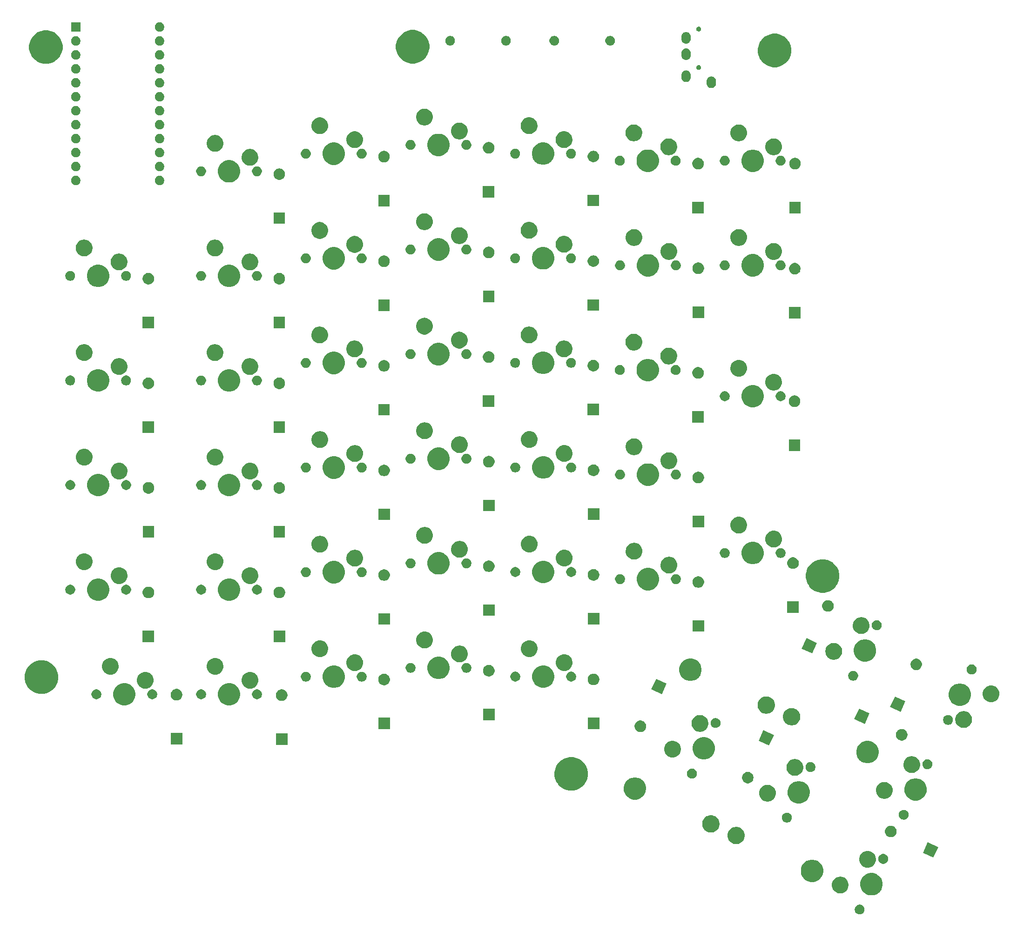
<source format=gbr>
G04 #@! TF.GenerationSoftware,KiCad,Pcbnew,(5.0.1)-3*
G04 #@! TF.CreationDate,2019-02-14T19:45:19-08:00*
G04 #@! TF.ProjectId,ErgoMaxRight,4572676F4D617852696768742E6B6963,rev?*
G04 #@! TF.SameCoordinates,Original*
G04 #@! TF.FileFunction,Soldermask,Bot*
G04 #@! TF.FilePolarity,Negative*
%FSLAX46Y46*%
G04 Gerber Fmt 4.6, Leading zero omitted, Abs format (unit mm)*
G04 Created by KiCad (PCBNEW (5.0.1)-3) date 14/02/2019 19:45:19*
%MOMM*%
%LPD*%
G01*
G04 APERTURE LIST*
%ADD10C,0.100000*%
G04 APERTURE END LIST*
D10*
G36*
X263566862Y-197188856D02*
X263730834Y-197256776D01*
X263878404Y-197355379D01*
X264003903Y-197480878D01*
X264102506Y-197628448D01*
X264170426Y-197792420D01*
X264205050Y-197966491D01*
X264205050Y-198143973D01*
X264170426Y-198318044D01*
X264102506Y-198482016D01*
X264003903Y-198629586D01*
X263878404Y-198755085D01*
X263730834Y-198853688D01*
X263566862Y-198921608D01*
X263392791Y-198956232D01*
X263215309Y-198956232D01*
X263041238Y-198921608D01*
X262877266Y-198853688D01*
X262729696Y-198755085D01*
X262604197Y-198629586D01*
X262505594Y-198482016D01*
X262437674Y-198318044D01*
X262403050Y-198143973D01*
X262403050Y-197966491D01*
X262437674Y-197792420D01*
X262505594Y-197628448D01*
X262604197Y-197480878D01*
X262729696Y-197355379D01*
X262877266Y-197256776D01*
X263041238Y-197188856D01*
X263215309Y-197154232D01*
X263392791Y-197154232D01*
X263566862Y-197188856D01*
X263566862Y-197188856D01*
G37*
G36*
X266046312Y-191488535D02*
X266046314Y-191488536D01*
X266046315Y-191488536D01*
X266417770Y-191642397D01*
X266750561Y-191864762D01*
X266752073Y-191865772D01*
X267036367Y-192150066D01*
X267036369Y-192150069D01*
X267259742Y-192484369D01*
X267409936Y-192846971D01*
X267413604Y-192855827D01*
X267474345Y-193161192D01*
X267492041Y-193250158D01*
X267492041Y-193652218D01*
X267413603Y-194046552D01*
X267259742Y-194418007D01*
X267152117Y-194579078D01*
X267036367Y-194752310D01*
X266752073Y-195036604D01*
X266752070Y-195036606D01*
X266417770Y-195259979D01*
X266046315Y-195413840D01*
X266046314Y-195413840D01*
X266046312Y-195413841D01*
X265651982Y-195492278D01*
X265249920Y-195492278D01*
X264855590Y-195413841D01*
X264855588Y-195413840D01*
X264855587Y-195413840D01*
X264484132Y-195259979D01*
X264149832Y-195036606D01*
X264149829Y-195036604D01*
X263865535Y-194752310D01*
X263749785Y-194579078D01*
X263642160Y-194418007D01*
X263488299Y-194046552D01*
X263409861Y-193652218D01*
X263409861Y-193250158D01*
X263427557Y-193161192D01*
X263488298Y-192855827D01*
X263491966Y-192846971D01*
X263642160Y-192484369D01*
X263865533Y-192150069D01*
X263865535Y-192150066D01*
X264149829Y-191865772D01*
X264151341Y-191864762D01*
X264484132Y-191642397D01*
X264855587Y-191488536D01*
X264855588Y-191488536D01*
X264855590Y-191488535D01*
X265249920Y-191410098D01*
X265651982Y-191410098D01*
X266046312Y-191488535D01*
X266046312Y-191488535D01*
G37*
G36*
X260071165Y-192109630D02*
X260218575Y-192138952D01*
X260496289Y-192253985D01*
X260746226Y-192420987D01*
X260958779Y-192633540D01*
X261125781Y-192883477D01*
X261240814Y-193161191D01*
X261299457Y-193456011D01*
X261299457Y-193756607D01*
X261240814Y-194051427D01*
X261125781Y-194329141D01*
X260958779Y-194579078D01*
X260746226Y-194791631D01*
X260496289Y-194958633D01*
X260218575Y-195073666D01*
X260071165Y-195102987D01*
X259923756Y-195132309D01*
X259623158Y-195132309D01*
X259475749Y-195102988D01*
X259328339Y-195073666D01*
X259050625Y-194958633D01*
X258800688Y-194791631D01*
X258588135Y-194579078D01*
X258421133Y-194329141D01*
X258306100Y-194051427D01*
X258247457Y-193756607D01*
X258247457Y-193456011D01*
X258306100Y-193161191D01*
X258421133Y-192883477D01*
X258588135Y-192633540D01*
X258800688Y-192420987D01*
X259050625Y-192253985D01*
X259328339Y-192138952D01*
X259475749Y-192109630D01*
X259623158Y-192080309D01*
X259923756Y-192080309D01*
X260071165Y-192109630D01*
X260071165Y-192109630D01*
G37*
G36*
X255255906Y-189068488D02*
X255255908Y-189068489D01*
X255255909Y-189068489D01*
X255628057Y-189222637D01*
X255962982Y-189446427D01*
X256247811Y-189731256D01*
X256471601Y-190066181D01*
X256625749Y-190438329D01*
X256704334Y-190833399D01*
X256704334Y-191236209D01*
X256625749Y-191631279D01*
X256471601Y-192003427D01*
X256247811Y-192338352D01*
X255962982Y-192623181D01*
X255628057Y-192846971D01*
X255255909Y-193001119D01*
X255255908Y-193001119D01*
X255255906Y-193001120D01*
X254860840Y-193079704D01*
X254458028Y-193079704D01*
X254062962Y-193001120D01*
X254062960Y-193001119D01*
X254062959Y-193001119D01*
X253690811Y-192846971D01*
X253355886Y-192623181D01*
X253071057Y-192338352D01*
X252847267Y-192003427D01*
X252693119Y-191631279D01*
X252614534Y-191236209D01*
X252614534Y-190833399D01*
X252693119Y-190438329D01*
X252847267Y-190066181D01*
X253071057Y-189731256D01*
X253355886Y-189446427D01*
X253690811Y-189222637D01*
X254062959Y-189068489D01*
X254062960Y-189068489D01*
X254062962Y-189068488D01*
X254458028Y-188989904D01*
X254860840Y-188989904D01*
X255255906Y-189068488D01*
X255255906Y-189068488D01*
G37*
G36*
X265056813Y-187428026D02*
X265204223Y-187457348D01*
X265481937Y-187572381D01*
X265731874Y-187739383D01*
X265944427Y-187951936D01*
X266111429Y-188201873D01*
X266201929Y-188420360D01*
X266226462Y-188479588D01*
X266285105Y-188774406D01*
X266285105Y-189075004D01*
X266255784Y-189222413D01*
X266226462Y-189369823D01*
X266111429Y-189647537D01*
X265944427Y-189897474D01*
X265731874Y-190110027D01*
X265481937Y-190277029D01*
X265204223Y-190392062D01*
X265056813Y-190421383D01*
X264909404Y-190450705D01*
X264608806Y-190450705D01*
X264461397Y-190421383D01*
X264313987Y-190392062D01*
X264036273Y-190277029D01*
X263786336Y-190110027D01*
X263573783Y-189897474D01*
X263406781Y-189647537D01*
X263291748Y-189369823D01*
X263262426Y-189222413D01*
X263233105Y-189075004D01*
X263233105Y-188774406D01*
X263291748Y-188479588D01*
X263316281Y-188420360D01*
X263406781Y-188201873D01*
X263573783Y-187951936D01*
X263786336Y-187739383D01*
X264036273Y-187572381D01*
X264313987Y-187457348D01*
X264461397Y-187428026D01*
X264608806Y-187398705D01*
X264909404Y-187398705D01*
X265056813Y-187428026D01*
X265056813Y-187428026D01*
G37*
G36*
X267860664Y-187980768D02*
X268024636Y-188048688D01*
X268172206Y-188147291D01*
X268297705Y-188272790D01*
X268396308Y-188420360D01*
X268464228Y-188584332D01*
X268498852Y-188758403D01*
X268498852Y-188935885D01*
X268464228Y-189109956D01*
X268396308Y-189273928D01*
X268297705Y-189421498D01*
X268172206Y-189546997D01*
X268024636Y-189645600D01*
X267860664Y-189713520D01*
X267686593Y-189748144D01*
X267509111Y-189748144D01*
X267335040Y-189713520D01*
X267171068Y-189645600D01*
X267023498Y-189546997D01*
X266897999Y-189421498D01*
X266799396Y-189273928D01*
X266731476Y-189109956D01*
X266696852Y-188935885D01*
X266696852Y-188758403D01*
X266731476Y-188584332D01*
X266799396Y-188420360D01*
X266897999Y-188272790D01*
X267023498Y-188147291D01*
X267171068Y-188048688D01*
X267335040Y-187980768D01*
X267509111Y-187946144D01*
X267686593Y-187946144D01*
X267860664Y-187980768D01*
X267860664Y-187980768D01*
G37*
G36*
X277619813Y-186721495D02*
X276731469Y-188626555D01*
X274826409Y-187738211D01*
X275714753Y-185833151D01*
X277619813Y-186721495D01*
X277619813Y-186721495D01*
G37*
G36*
X241306714Y-183079628D02*
X241425440Y-183128806D01*
X241593344Y-183198354D01*
X241851310Y-183370721D01*
X242070684Y-183590095D01*
X242243051Y-183848061D01*
X242254477Y-183875646D01*
X242361777Y-184134691D01*
X242422303Y-184438977D01*
X242422303Y-184749227D01*
X242361777Y-185053512D01*
X242243051Y-185340143D01*
X242070684Y-185598109D01*
X241851310Y-185817483D01*
X241593344Y-185989850D01*
X241425440Y-186059398D01*
X241306714Y-186108576D01*
X241002428Y-186169102D01*
X240692178Y-186169102D01*
X240387892Y-186108576D01*
X240269166Y-186059398D01*
X240101262Y-185989850D01*
X239843296Y-185817483D01*
X239623922Y-185598109D01*
X239451555Y-185340143D01*
X239332829Y-185053512D01*
X239272303Y-184749227D01*
X239272303Y-184438977D01*
X239302566Y-184286835D01*
X239332829Y-184134691D01*
X239440129Y-183875646D01*
X239451555Y-183848061D01*
X239623922Y-183590095D01*
X239843296Y-183370721D01*
X240101262Y-183198354D01*
X240269166Y-183128806D01*
X240387892Y-183079628D01*
X240540036Y-183049365D01*
X240692178Y-183019102D01*
X241002428Y-183019102D01*
X241306714Y-183079628D01*
X241306714Y-183079628D01*
G37*
G36*
X269279214Y-182838296D02*
X269470483Y-182917522D01*
X269642625Y-183032544D01*
X269789012Y-183178931D01*
X269904034Y-183351073D01*
X269983260Y-183542342D01*
X270023649Y-183745391D01*
X270023649Y-183952423D01*
X269983260Y-184155472D01*
X269904034Y-184346741D01*
X269789012Y-184518883D01*
X269642625Y-184665270D01*
X269470483Y-184780292D01*
X269279214Y-184859518D01*
X269076165Y-184899907D01*
X268869133Y-184899907D01*
X268666084Y-184859518D01*
X268474815Y-184780292D01*
X268302673Y-184665270D01*
X268156286Y-184518883D01*
X268041264Y-184346741D01*
X267962038Y-184155472D01*
X267921649Y-183952423D01*
X267921649Y-183745391D01*
X267962038Y-183542342D01*
X268041264Y-183351073D01*
X268156286Y-183178931D01*
X268302673Y-183032544D01*
X268474815Y-182917522D01*
X268666084Y-182838296D01*
X268869133Y-182797907D01*
X269076165Y-182797907D01*
X269279214Y-182838296D01*
X269279214Y-182838296D01*
G37*
G36*
X236697190Y-180965425D02*
X236815916Y-181014603D01*
X236983820Y-181084151D01*
X237241786Y-181256518D01*
X237461160Y-181475892D01*
X237633527Y-181733858D01*
X237643284Y-181757414D01*
X237752253Y-182020488D01*
X237773855Y-182129088D01*
X237812779Y-182324774D01*
X237812779Y-182635024D01*
X237752253Y-182939309D01*
X237633527Y-183225940D01*
X237461160Y-183483906D01*
X237241786Y-183703280D01*
X236983820Y-183875647D01*
X236815916Y-183945195D01*
X236697190Y-183994373D01*
X236545046Y-184024636D01*
X236392904Y-184054899D01*
X236082654Y-184054899D01*
X235778368Y-183994373D01*
X235659642Y-183945195D01*
X235491738Y-183875647D01*
X235233772Y-183703280D01*
X235014398Y-183483906D01*
X234842031Y-183225940D01*
X234723305Y-182939309D01*
X234662779Y-182635024D01*
X234662779Y-182324774D01*
X234701703Y-182129088D01*
X234723305Y-182020488D01*
X234832274Y-181757414D01*
X234842031Y-181733858D01*
X235014398Y-181475892D01*
X235233772Y-181256518D01*
X235491738Y-181084151D01*
X235659642Y-181014603D01*
X235778368Y-180965425D01*
X236082654Y-180904899D01*
X236392904Y-180904899D01*
X236697190Y-180965425D01*
X236697190Y-180965425D01*
G37*
G36*
X250338991Y-180464256D02*
X250502963Y-180532176D01*
X250650533Y-180630779D01*
X250776032Y-180756278D01*
X250874635Y-180903848D01*
X250942555Y-181067820D01*
X250977179Y-181241891D01*
X250977179Y-181419373D01*
X250942555Y-181593444D01*
X250874635Y-181757416D01*
X250776032Y-181904986D01*
X250650533Y-182030485D01*
X250502963Y-182129088D01*
X250338991Y-182197008D01*
X250164920Y-182231632D01*
X249987438Y-182231632D01*
X249813367Y-182197008D01*
X249649395Y-182129088D01*
X249501825Y-182030485D01*
X249376326Y-181904986D01*
X249277723Y-181757416D01*
X249209803Y-181593444D01*
X249175179Y-181419373D01*
X249175179Y-181241891D01*
X249209803Y-181067820D01*
X249277723Y-180903848D01*
X249376326Y-180756278D01*
X249501825Y-180630779D01*
X249649395Y-180532176D01*
X249813367Y-180464256D01*
X249987438Y-180429632D01*
X250164920Y-180429632D01*
X250338991Y-180464256D01*
X250338991Y-180464256D01*
G37*
G36*
X271599716Y-179949224D02*
X271763688Y-180017144D01*
X271911258Y-180115747D01*
X272036757Y-180241246D01*
X272135360Y-180388816D01*
X272203280Y-180552788D01*
X272237904Y-180726859D01*
X272237904Y-180904341D01*
X272203280Y-181078412D01*
X272135360Y-181242384D01*
X272036757Y-181389954D01*
X271911258Y-181515453D01*
X271763688Y-181614056D01*
X271599716Y-181681976D01*
X271425645Y-181716600D01*
X271248163Y-181716600D01*
X271074092Y-181681976D01*
X270910120Y-181614056D01*
X270762550Y-181515453D01*
X270637051Y-181389954D01*
X270538448Y-181242384D01*
X270470528Y-181078412D01*
X270435904Y-180904341D01*
X270435904Y-180726859D01*
X270470528Y-180552788D01*
X270538448Y-180388816D01*
X270637051Y-180241246D01*
X270762550Y-180115747D01*
X270910120Y-180017144D01*
X271074092Y-179949224D01*
X271248163Y-179914600D01*
X271425645Y-179914600D01*
X271599716Y-179949224D01*
X271599716Y-179949224D01*
G37*
G36*
X252818441Y-174763935D02*
X252818443Y-174763936D01*
X252818444Y-174763936D01*
X253189899Y-174917797D01*
X253462690Y-175100071D01*
X253524202Y-175141172D01*
X253808496Y-175425466D01*
X253808498Y-175425469D01*
X254031871Y-175759769D01*
X254185732Y-176131224D01*
X254185733Y-176131227D01*
X254264170Y-176525557D01*
X254264170Y-176927619D01*
X254214292Y-177178375D01*
X254185732Y-177321952D01*
X254031871Y-177693407D01*
X253823328Y-178005513D01*
X253808496Y-178027710D01*
X253524202Y-178312004D01*
X253524199Y-178312006D01*
X253189899Y-178535379D01*
X252818444Y-178689240D01*
X252818443Y-178689240D01*
X252818441Y-178689241D01*
X252424111Y-178767678D01*
X252022049Y-178767678D01*
X251627719Y-178689241D01*
X251627717Y-178689240D01*
X251627716Y-178689240D01*
X251256261Y-178535379D01*
X250921961Y-178312006D01*
X250921958Y-178312004D01*
X250637664Y-178027710D01*
X250622832Y-178005513D01*
X250414289Y-177693407D01*
X250260428Y-177321952D01*
X250231869Y-177178375D01*
X250181990Y-176927619D01*
X250181990Y-176525557D01*
X250260427Y-176131227D01*
X250260428Y-176131224D01*
X250414289Y-175759769D01*
X250637662Y-175425469D01*
X250637664Y-175425466D01*
X250921958Y-175141172D01*
X250983470Y-175100071D01*
X251256261Y-174917797D01*
X251627716Y-174763936D01*
X251627717Y-174763936D01*
X251627719Y-174763935D01*
X252022049Y-174685498D01*
X252424111Y-174685498D01*
X252818441Y-174763935D01*
X252818441Y-174763935D01*
G37*
G36*
X246843294Y-175385030D02*
X246990704Y-175414352D01*
X247268418Y-175529385D01*
X247518355Y-175696387D01*
X247730908Y-175908940D01*
X247897910Y-176158877D01*
X248012943Y-176436591D01*
X248042265Y-176584001D01*
X248071586Y-176731410D01*
X248071586Y-177032008D01*
X248060148Y-177089509D01*
X248012943Y-177326827D01*
X247897910Y-177604541D01*
X247730908Y-177854478D01*
X247518355Y-178067031D01*
X247268418Y-178234033D01*
X246990704Y-178349066D01*
X246843294Y-178378388D01*
X246695885Y-178407709D01*
X246395287Y-178407709D01*
X246247878Y-178378388D01*
X246100468Y-178349066D01*
X245822754Y-178234033D01*
X245572817Y-178067031D01*
X245360264Y-177854478D01*
X245193262Y-177604541D01*
X245078229Y-177326827D01*
X245031024Y-177089509D01*
X245019586Y-177032008D01*
X245019586Y-176731410D01*
X245048907Y-176584001D01*
X245078229Y-176436591D01*
X245193262Y-176158877D01*
X245360264Y-175908940D01*
X245572817Y-175696387D01*
X245822754Y-175529385D01*
X246100468Y-175414352D01*
X246247878Y-175385030D01*
X246395287Y-175355709D01*
X246695885Y-175355709D01*
X246843294Y-175385030D01*
X246843294Y-175385030D01*
G37*
G36*
X274079166Y-174248903D02*
X274079168Y-174248904D01*
X274079169Y-174248904D01*
X274450624Y-174402765D01*
X274666345Y-174546906D01*
X274784927Y-174626140D01*
X275069221Y-174910434D01*
X275069223Y-174910437D01*
X275292596Y-175244737D01*
X275446457Y-175616192D01*
X275446458Y-175616195D01*
X275524895Y-176010525D01*
X275524895Y-176412587D01*
X275480521Y-176635673D01*
X275446457Y-176806920D01*
X275292596Y-177178375D01*
X275193403Y-177326827D01*
X275069221Y-177512678D01*
X274784927Y-177796972D01*
X274784924Y-177796974D01*
X274450624Y-178020347D01*
X274079169Y-178174208D01*
X274079168Y-178174208D01*
X274079166Y-178174209D01*
X273684836Y-178252646D01*
X273282774Y-178252646D01*
X272888444Y-178174209D01*
X272888442Y-178174208D01*
X272888441Y-178174208D01*
X272516986Y-178020347D01*
X272182686Y-177796974D01*
X272182683Y-177796972D01*
X271898389Y-177512678D01*
X271774207Y-177326827D01*
X271675014Y-177178375D01*
X271521153Y-176806920D01*
X271487090Y-176635673D01*
X271442715Y-176412587D01*
X271442715Y-176010525D01*
X271521152Y-175616195D01*
X271521153Y-175616192D01*
X271675014Y-175244737D01*
X271898387Y-174910437D01*
X271898389Y-174910434D01*
X272182683Y-174626140D01*
X272301265Y-174546906D01*
X272516986Y-174402765D01*
X272888441Y-174248904D01*
X272888442Y-174248904D01*
X272888444Y-174248903D01*
X273282774Y-174170466D01*
X273684836Y-174170466D01*
X274079166Y-174248903D01*
X274079166Y-174248903D01*
G37*
G36*
X223022120Y-174072882D02*
X223022122Y-174072883D01*
X223022123Y-174072883D01*
X223394271Y-174227031D01*
X223729196Y-174450821D01*
X224014025Y-174735650D01*
X224237815Y-175070575D01*
X224371742Y-175393906D01*
X224391964Y-175442726D01*
X224470548Y-175837792D01*
X224470548Y-176240604D01*
X224413867Y-176525558D01*
X224391963Y-176635673D01*
X224237815Y-177007821D01*
X224014025Y-177342746D01*
X223729196Y-177627575D01*
X223394271Y-177851365D01*
X223022123Y-178005513D01*
X223022122Y-178005513D01*
X223022120Y-178005514D01*
X222627054Y-178084098D01*
X222224242Y-178084098D01*
X221829176Y-178005514D01*
X221829174Y-178005513D01*
X221829173Y-178005513D01*
X221457025Y-177851365D01*
X221122100Y-177627575D01*
X220837271Y-177342746D01*
X220613481Y-177007821D01*
X220459333Y-176635673D01*
X220437430Y-176525558D01*
X220380748Y-176240604D01*
X220380748Y-175837792D01*
X220459332Y-175442726D01*
X220479554Y-175393906D01*
X220613481Y-175070575D01*
X220837271Y-174735650D01*
X221122100Y-174450821D01*
X221457025Y-174227031D01*
X221829173Y-174072883D01*
X221829174Y-174072883D01*
X221829176Y-174072882D01*
X222224242Y-173994298D01*
X222627054Y-173994298D01*
X223022120Y-174072882D01*
X223022120Y-174072882D01*
G37*
G36*
X268081072Y-174865434D02*
X268251429Y-174899320D01*
X268529143Y-175014353D01*
X268779080Y-175181355D01*
X268991633Y-175393908D01*
X269158635Y-175643845D01*
X269273668Y-175921559D01*
X269302990Y-176068969D01*
X269320874Y-176158878D01*
X269332311Y-176216379D01*
X269332311Y-176516975D01*
X269273668Y-176811795D01*
X269158635Y-177089509D01*
X268991633Y-177339446D01*
X268779080Y-177551999D01*
X268529143Y-177719001D01*
X268251429Y-177834034D01*
X268148649Y-177854478D01*
X267956610Y-177892677D01*
X267656012Y-177892677D01*
X267463973Y-177854478D01*
X267361193Y-177834034D01*
X267083479Y-177719001D01*
X266833542Y-177551999D01*
X266620989Y-177339446D01*
X266453987Y-177089509D01*
X266338954Y-176811795D01*
X266280311Y-176516975D01*
X266280311Y-176216379D01*
X266291749Y-176158878D01*
X266309632Y-176068969D01*
X266338954Y-175921559D01*
X266453987Y-175643845D01*
X266620989Y-175393908D01*
X266833542Y-175181355D01*
X267083479Y-175014353D01*
X267361193Y-174899320D01*
X267531550Y-174865434D01*
X267656012Y-174840677D01*
X267956610Y-174840677D01*
X268081072Y-174865434D01*
X268081072Y-174865434D01*
G37*
G36*
X211732693Y-170441913D02*
X211732695Y-170441914D01*
X211732696Y-170441914D01*
X212287942Y-170671904D01*
X212493204Y-170809056D01*
X212787654Y-171005801D01*
X213212616Y-171430763D01*
X213212618Y-171430766D01*
X213546513Y-171930475D01*
X213776503Y-172485721D01*
X213776504Y-172485724D01*
X213893752Y-173075166D01*
X213893752Y-173676164D01*
X213784177Y-174227032D01*
X213776503Y-174265609D01*
X213546513Y-174820855D01*
X213263284Y-175244737D01*
X213212616Y-175320567D01*
X212787654Y-175745529D01*
X212787651Y-175745531D01*
X212287942Y-176079426D01*
X211732696Y-176309416D01*
X211732695Y-176309416D01*
X211732693Y-176309417D01*
X211143251Y-176426665D01*
X210542253Y-176426665D01*
X209952811Y-176309417D01*
X209952809Y-176309416D01*
X209952808Y-176309416D01*
X209397562Y-176079426D01*
X208897853Y-175745531D01*
X208897850Y-175745529D01*
X208472888Y-175320567D01*
X208422220Y-175244737D01*
X208138991Y-174820855D01*
X207909001Y-174265609D01*
X207901328Y-174227032D01*
X207791752Y-173676164D01*
X207791752Y-173075166D01*
X207909000Y-172485724D01*
X207909001Y-172485721D01*
X208138991Y-171930475D01*
X208472886Y-171430766D01*
X208472888Y-171430763D01*
X208897850Y-171005801D01*
X209192300Y-170809056D01*
X209397562Y-170671904D01*
X209952808Y-170441914D01*
X209952809Y-170441914D01*
X209952811Y-170441913D01*
X210542253Y-170324665D01*
X211143251Y-170324665D01*
X211732693Y-170441913D01*
X211732693Y-170441913D01*
G37*
G36*
X243268892Y-173038460D02*
X243460161Y-173117686D01*
X243632303Y-173232708D01*
X243778690Y-173379095D01*
X243893712Y-173551237D01*
X243972938Y-173742506D01*
X244013327Y-173945555D01*
X244013327Y-174152587D01*
X243972938Y-174355636D01*
X243893712Y-174546905D01*
X243778690Y-174719047D01*
X243632303Y-174865434D01*
X243460161Y-174980456D01*
X243268892Y-175059682D01*
X243065843Y-175100071D01*
X242858811Y-175100071D01*
X242655762Y-175059682D01*
X242464493Y-174980456D01*
X242292351Y-174865434D01*
X242145964Y-174719047D01*
X242030942Y-174546905D01*
X241951716Y-174355636D01*
X241911327Y-174152587D01*
X241911327Y-173945555D01*
X241951716Y-173742506D01*
X242030942Y-173551237D01*
X242145964Y-173379095D01*
X242292351Y-173232708D01*
X242464493Y-173117686D01*
X242655762Y-173038460D01*
X242858811Y-172998071D01*
X243065843Y-172998071D01*
X243268892Y-173038460D01*
X243268892Y-173038460D01*
G37*
G36*
X233068347Y-172446076D02*
X233232319Y-172513996D01*
X233379889Y-172612599D01*
X233505388Y-172738098D01*
X233603991Y-172885668D01*
X233671911Y-173049640D01*
X233706535Y-173223711D01*
X233706535Y-173401193D01*
X233671911Y-173575264D01*
X233603991Y-173739236D01*
X233505388Y-173886806D01*
X233379889Y-174012305D01*
X233232319Y-174110908D01*
X233068347Y-174178828D01*
X232894276Y-174213452D01*
X232716794Y-174213452D01*
X232542723Y-174178828D01*
X232378751Y-174110908D01*
X232231181Y-174012305D01*
X232105682Y-173886806D01*
X232007079Y-173739236D01*
X231939159Y-173575264D01*
X231904535Y-173401193D01*
X231904535Y-173223711D01*
X231939159Y-173049640D01*
X232007079Y-172885668D01*
X232105682Y-172738098D01*
X232231181Y-172612599D01*
X232378751Y-172513996D01*
X232542723Y-172446076D01*
X232716794Y-172411452D01*
X232894276Y-172411452D01*
X233068347Y-172446076D01*
X233068347Y-172446076D01*
G37*
G36*
X251808428Y-170699346D02*
X251976352Y-170732748D01*
X252254066Y-170847781D01*
X252504003Y-171014783D01*
X252716556Y-171227336D01*
X252883558Y-171477273D01*
X252998591Y-171754987D01*
X252998591Y-171754988D01*
X253057234Y-172049806D01*
X253057234Y-172350404D01*
X253045796Y-172407905D01*
X252998591Y-172645223D01*
X252883558Y-172922937D01*
X252716556Y-173172874D01*
X252504003Y-173385427D01*
X252254066Y-173552429D01*
X251976352Y-173667462D01*
X251828942Y-173696783D01*
X251681533Y-173726105D01*
X251380935Y-173726105D01*
X251233526Y-173696783D01*
X251086116Y-173667462D01*
X250808402Y-173552429D01*
X250558465Y-173385427D01*
X250345912Y-173172874D01*
X250178910Y-172922937D01*
X250063877Y-172645223D01*
X250016672Y-172407905D01*
X250005234Y-172350404D01*
X250005234Y-172049806D01*
X250063877Y-171754988D01*
X250063877Y-171754987D01*
X250178910Y-171477273D01*
X250345912Y-171227336D01*
X250558465Y-171014783D01*
X250808402Y-170847781D01*
X251086116Y-170732748D01*
X251254040Y-170699346D01*
X251380935Y-170674105D01*
X251681533Y-170674105D01*
X251808428Y-170699346D01*
X251808428Y-170699346D01*
G37*
G36*
X273089667Y-170188394D02*
X273237077Y-170217716D01*
X273514791Y-170332749D01*
X273764728Y-170499751D01*
X273977281Y-170712304D01*
X274144283Y-170962241D01*
X274254088Y-171227334D01*
X274259316Y-171239956D01*
X274317959Y-171534774D01*
X274317959Y-171835372D01*
X274299042Y-171930474D01*
X274259316Y-172130191D01*
X274144283Y-172407905D01*
X273977281Y-172657842D01*
X273764728Y-172870395D01*
X273514791Y-173037397D01*
X273237077Y-173152430D01*
X273134297Y-173172874D01*
X272942258Y-173211073D01*
X272641660Y-173211073D01*
X272449621Y-173172874D01*
X272346841Y-173152430D01*
X272069127Y-173037397D01*
X271819190Y-172870395D01*
X271606637Y-172657842D01*
X271439635Y-172407905D01*
X271324602Y-172130191D01*
X271284876Y-171930474D01*
X271265959Y-171835372D01*
X271265959Y-171534774D01*
X271324602Y-171239956D01*
X271329830Y-171227334D01*
X271439635Y-170962241D01*
X271606637Y-170712304D01*
X271819190Y-170499751D01*
X272069127Y-170332749D01*
X272346841Y-170217716D01*
X272494251Y-170188394D01*
X272641660Y-170159073D01*
X272942258Y-170159073D01*
X273089667Y-170188394D01*
X273089667Y-170188394D01*
G37*
G36*
X254632793Y-171256168D02*
X254796765Y-171324088D01*
X254944335Y-171422691D01*
X255069834Y-171548190D01*
X255168437Y-171695760D01*
X255236357Y-171859732D01*
X255270981Y-172033803D01*
X255270981Y-172211285D01*
X255236357Y-172385356D01*
X255168437Y-172549328D01*
X255069834Y-172696898D01*
X254944335Y-172822397D01*
X254796765Y-172921000D01*
X254632793Y-172988920D01*
X254458722Y-173023544D01*
X254281240Y-173023544D01*
X254107169Y-172988920D01*
X253943197Y-172921000D01*
X253795627Y-172822397D01*
X253670128Y-172696898D01*
X253571525Y-172549328D01*
X253503605Y-172385356D01*
X253468981Y-172211285D01*
X253468981Y-172033803D01*
X253503605Y-171859732D01*
X253571525Y-171695760D01*
X253670128Y-171548190D01*
X253795627Y-171422691D01*
X253943197Y-171324088D01*
X254107169Y-171256168D01*
X254281240Y-171221544D01*
X254458722Y-171221544D01*
X254632793Y-171256168D01*
X254632793Y-171256168D01*
G37*
G36*
X275893518Y-170741136D02*
X276057490Y-170809056D01*
X276205060Y-170907659D01*
X276330559Y-171033158D01*
X276429162Y-171180728D01*
X276497082Y-171344700D01*
X276531706Y-171518771D01*
X276531706Y-171696253D01*
X276497082Y-171870324D01*
X276429162Y-172034296D01*
X276330559Y-172181866D01*
X276205060Y-172307365D01*
X276057490Y-172405968D01*
X275893518Y-172473888D01*
X275719447Y-172508512D01*
X275541965Y-172508512D01*
X275367894Y-172473888D01*
X275203922Y-172405968D01*
X275056352Y-172307365D01*
X274930853Y-172181866D01*
X274832250Y-172034296D01*
X274764330Y-171870324D01*
X274729706Y-171696253D01*
X274729706Y-171518771D01*
X274764330Y-171344700D01*
X274832250Y-171180728D01*
X274930853Y-171033158D01*
X275056352Y-170907659D01*
X275203922Y-170809056D01*
X275367894Y-170741136D01*
X275541965Y-170706512D01*
X275719447Y-170706512D01*
X275893518Y-170741136D01*
X275893518Y-170741136D01*
G37*
G36*
X265346340Y-167429482D02*
X265346342Y-167429483D01*
X265346343Y-167429483D01*
X265718491Y-167583631D01*
X266053416Y-167807421D01*
X266338245Y-168092250D01*
X266562035Y-168427175D01*
X266716183Y-168799323D01*
X266716184Y-168799326D01*
X266794768Y-169194392D01*
X266794768Y-169597204D01*
X266747209Y-169836300D01*
X266716183Y-169992273D01*
X266562035Y-170364421D01*
X266338245Y-170699346D01*
X266053416Y-170984175D01*
X265718491Y-171207965D01*
X265346343Y-171362113D01*
X265346342Y-171362113D01*
X265346340Y-171362114D01*
X264951274Y-171440698D01*
X264548462Y-171440698D01*
X264153396Y-171362114D01*
X264153394Y-171362113D01*
X264153393Y-171362113D01*
X263781245Y-171207965D01*
X263446320Y-170984175D01*
X263161491Y-170699346D01*
X262937701Y-170364421D01*
X262783553Y-169992273D01*
X262752528Y-169836300D01*
X262704968Y-169597204D01*
X262704968Y-169194392D01*
X262783552Y-168799326D01*
X262783553Y-168799323D01*
X262937701Y-168427175D01*
X263161491Y-168092250D01*
X263446320Y-167807421D01*
X263781245Y-167583631D01*
X264153393Y-167429483D01*
X264153394Y-167429483D01*
X264153396Y-167429482D01*
X264548462Y-167350898D01*
X264951274Y-167350898D01*
X265346340Y-167429482D01*
X265346340Y-167429482D01*
G37*
G36*
X235547797Y-166745755D02*
X235547799Y-166745756D01*
X235547800Y-166745756D01*
X235919255Y-166899617D01*
X236252046Y-167121982D01*
X236253558Y-167122992D01*
X236537852Y-167407286D01*
X236537854Y-167407289D01*
X236761227Y-167741589D01*
X236823015Y-167890760D01*
X236915089Y-168113047D01*
X236977573Y-168427175D01*
X236993526Y-168507378D01*
X236993526Y-168909438D01*
X236915088Y-169303772D01*
X236761227Y-169675227D01*
X236653602Y-169836298D01*
X236537852Y-170009530D01*
X236253558Y-170293824D01*
X236253555Y-170293826D01*
X235919255Y-170517199D01*
X235547800Y-170671060D01*
X235547799Y-170671060D01*
X235547797Y-170671061D01*
X235153467Y-170749498D01*
X234751405Y-170749498D01*
X234357075Y-170671061D01*
X234357073Y-170671060D01*
X234357072Y-170671060D01*
X233985617Y-170517199D01*
X233651317Y-170293826D01*
X233651314Y-170293824D01*
X233367020Y-170009530D01*
X233251270Y-169836298D01*
X233143645Y-169675227D01*
X232989784Y-169303772D01*
X232911346Y-168909438D01*
X232911346Y-168507378D01*
X232927299Y-168427175D01*
X232989783Y-168113047D01*
X233081857Y-167890760D01*
X233143645Y-167741589D01*
X233367018Y-167407289D01*
X233367020Y-167407286D01*
X233651314Y-167122992D01*
X233652826Y-167121982D01*
X233985617Y-166899617D01*
X234357072Y-166745756D01*
X234357073Y-166745756D01*
X234357075Y-166745755D01*
X234751405Y-166667318D01*
X235153467Y-166667318D01*
X235547797Y-166745755D01*
X235547797Y-166745755D01*
G37*
G36*
X229492451Y-167350898D02*
X229720060Y-167396172D01*
X229997774Y-167511205D01*
X230247711Y-167678207D01*
X230460264Y-167890760D01*
X230627266Y-168140697D01*
X230742299Y-168418411D01*
X230800942Y-168713231D01*
X230800942Y-169013827D01*
X230742299Y-169308647D01*
X230627266Y-169586361D01*
X230460264Y-169836298D01*
X230247711Y-170048851D01*
X229997774Y-170215853D01*
X229720060Y-170330886D01*
X229572650Y-170360207D01*
X229425241Y-170389529D01*
X229124643Y-170389529D01*
X228977234Y-170360207D01*
X228829824Y-170330886D01*
X228552110Y-170215853D01*
X228302173Y-170048851D01*
X228089620Y-169836298D01*
X227922618Y-169586361D01*
X227807585Y-169308647D01*
X227748942Y-169013827D01*
X227748942Y-168713231D01*
X227807585Y-168418411D01*
X227922618Y-168140697D01*
X228089620Y-167890760D01*
X228302173Y-167678207D01*
X228552110Y-167511205D01*
X228829824Y-167396172D01*
X229057433Y-167350898D01*
X229124643Y-167337529D01*
X229425241Y-167337529D01*
X229492451Y-167350898D01*
X229492451Y-167350898D01*
G37*
G36*
X247739975Y-166290251D02*
X246851631Y-168195311D01*
X244946571Y-167306967D01*
X245834915Y-165401907D01*
X247739975Y-166290251D01*
X247739975Y-166290251D01*
G37*
G36*
X159231000Y-168081000D02*
X157129000Y-168081000D01*
X157129000Y-165979000D01*
X159231000Y-165979000D01*
X159231000Y-168081000D01*
X159231000Y-168081000D01*
G37*
G36*
X140111000Y-168001000D02*
X138009000Y-168001000D01*
X138009000Y-165899000D01*
X140111000Y-165899000D01*
X140111000Y-168001000D01*
X140111000Y-168001000D01*
G37*
G36*
X271282036Y-165241382D02*
X271473305Y-165320608D01*
X271645447Y-165435630D01*
X271791834Y-165582017D01*
X271906856Y-165754159D01*
X271986082Y-165945428D01*
X272026471Y-166148477D01*
X272026471Y-166355509D01*
X271986082Y-166558558D01*
X271906856Y-166749827D01*
X271791834Y-166921969D01*
X271645447Y-167068356D01*
X271473305Y-167183378D01*
X271282036Y-167262604D01*
X271078987Y-167302993D01*
X270871955Y-167302993D01*
X270668906Y-167262604D01*
X270477637Y-167183378D01*
X270305495Y-167068356D01*
X270159108Y-166921969D01*
X270044086Y-166749827D01*
X269964860Y-166558558D01*
X269924471Y-166355509D01*
X269924471Y-166148477D01*
X269964860Y-165945428D01*
X270044086Y-165754159D01*
X270159108Y-165582017D01*
X270305495Y-165435630D01*
X270477637Y-165320608D01*
X270668906Y-165241382D01*
X270871955Y-165200993D01*
X271078987Y-165200993D01*
X271282036Y-165241382D01*
X271282036Y-165241382D01*
G37*
G36*
X223723592Y-163683640D02*
X223914861Y-163762866D01*
X224087003Y-163877888D01*
X224233390Y-164024275D01*
X224348412Y-164196417D01*
X224427638Y-164387686D01*
X224468027Y-164590735D01*
X224468027Y-164797767D01*
X224427638Y-165000816D01*
X224348412Y-165192085D01*
X224233390Y-165364227D01*
X224087003Y-165510614D01*
X223914861Y-165625636D01*
X223723592Y-165704862D01*
X223520543Y-165745251D01*
X223313511Y-165745251D01*
X223110462Y-165704862D01*
X222919193Y-165625636D01*
X222747051Y-165510614D01*
X222600664Y-165364227D01*
X222485642Y-165192085D01*
X222406416Y-165000816D01*
X222366027Y-164797767D01*
X222366027Y-164590735D01*
X222406416Y-164387686D01*
X222485642Y-164196417D01*
X222600664Y-164024275D01*
X222747051Y-163877888D01*
X222919193Y-163762866D01*
X223110462Y-163683640D01*
X223313511Y-163643251D01*
X223520543Y-163643251D01*
X223723592Y-163683640D01*
X223723592Y-163683640D01*
G37*
G36*
X234552338Y-162684061D02*
X234705708Y-162714568D01*
X234983422Y-162829601D01*
X235233359Y-162996603D01*
X235445912Y-163209156D01*
X235612914Y-163459093D01*
X235727947Y-163736807D01*
X235743152Y-163813249D01*
X235786590Y-164031626D01*
X235786590Y-164332224D01*
X235775558Y-164387686D01*
X235727947Y-164627043D01*
X235612914Y-164904757D01*
X235445912Y-165154694D01*
X235233359Y-165367247D01*
X234983422Y-165534249D01*
X234705708Y-165649282D01*
X234558298Y-165678604D01*
X234410889Y-165707925D01*
X234110291Y-165707925D01*
X233962882Y-165678604D01*
X233815472Y-165649282D01*
X233537758Y-165534249D01*
X233287821Y-165367247D01*
X233075268Y-165154694D01*
X232908266Y-164904757D01*
X232793233Y-164627043D01*
X232745622Y-164387686D01*
X232734590Y-164332224D01*
X232734590Y-164031626D01*
X232778028Y-163813249D01*
X232793233Y-163736807D01*
X232908266Y-163459093D01*
X233075268Y-163209156D01*
X233287821Y-162996603D01*
X233537758Y-162829601D01*
X233815472Y-162714568D01*
X233968842Y-162684061D01*
X234110291Y-162655925D01*
X234410889Y-162655925D01*
X234552338Y-162684061D01*
X234552338Y-162684061D01*
G37*
G36*
X177855161Y-165240326D02*
X175753161Y-165240326D01*
X175753161Y-163138326D01*
X177855161Y-163138326D01*
X177855161Y-165240326D01*
X177855161Y-165240326D01*
G37*
G36*
X215955161Y-165220326D02*
X213853161Y-165220326D01*
X213853161Y-163118326D01*
X215955161Y-163118326D01*
X215955161Y-165220326D01*
X215955161Y-165220326D01*
G37*
G36*
X237362149Y-163237988D02*
X237526121Y-163305908D01*
X237673691Y-163404511D01*
X237799190Y-163530010D01*
X237897793Y-163677580D01*
X237965713Y-163841552D01*
X238000337Y-164015623D01*
X238000337Y-164193105D01*
X237965713Y-164367176D01*
X237897793Y-164531148D01*
X237799190Y-164678718D01*
X237673691Y-164804217D01*
X237526121Y-164902820D01*
X237362149Y-164970740D01*
X237188078Y-165005364D01*
X237010596Y-165005364D01*
X236836525Y-164970740D01*
X236672553Y-164902820D01*
X236524983Y-164804217D01*
X236399484Y-164678718D01*
X236300881Y-164531148D01*
X236232961Y-164367176D01*
X236198337Y-164193105D01*
X236198337Y-164015623D01*
X236232961Y-163841552D01*
X236300881Y-163677580D01*
X236399484Y-163530010D01*
X236524983Y-163404511D01*
X236672553Y-163305908D01*
X236836525Y-163237988D01*
X237010596Y-163203364D01*
X237188078Y-163203364D01*
X237362149Y-163237988D01*
X237362149Y-163237988D01*
G37*
G36*
X282524236Y-161976198D02*
X282671646Y-162005519D01*
X282949360Y-162120552D01*
X283199297Y-162287554D01*
X283411850Y-162500107D01*
X283578852Y-162750044D01*
X283620497Y-162850584D01*
X283693885Y-163027759D01*
X283752528Y-163322577D01*
X283752528Y-163623175D01*
X283723207Y-163770584D01*
X283693885Y-163917994D01*
X283578852Y-164195708D01*
X283411850Y-164445645D01*
X283199297Y-164658198D01*
X282949360Y-164825200D01*
X282671646Y-164940233D01*
X282524236Y-164969555D01*
X282376827Y-164998876D01*
X282076229Y-164998876D01*
X281928820Y-164969555D01*
X281781410Y-164940233D01*
X281503696Y-164825200D01*
X281253759Y-164658198D01*
X281041206Y-164445645D01*
X280874204Y-164195708D01*
X280759171Y-163917994D01*
X280729850Y-163770584D01*
X280700528Y-163623175D01*
X280700528Y-163322577D01*
X280759171Y-163027759D01*
X280832559Y-162850584D01*
X280874204Y-162750044D01*
X281041206Y-162500107D01*
X281253759Y-162287554D01*
X281503696Y-162120552D01*
X281781410Y-162005519D01*
X281928820Y-161976198D01*
X282076229Y-161946876D01*
X282376827Y-161946876D01*
X282524236Y-161976198D01*
X282524236Y-161976198D01*
G37*
G36*
X251397148Y-161440623D02*
X251478562Y-161474346D01*
X251683778Y-161559349D01*
X251941744Y-161731716D01*
X252161118Y-161951090D01*
X252333485Y-162209056D01*
X252344911Y-162236641D01*
X252452211Y-162495686D01*
X252512737Y-162799973D01*
X252512737Y-163110221D01*
X252454200Y-163404511D01*
X252452211Y-163414507D01*
X252333485Y-163701138D01*
X252161118Y-163959104D01*
X251941744Y-164178478D01*
X251683778Y-164350845D01*
X251515874Y-164420393D01*
X251397148Y-164469571D01*
X251245004Y-164499834D01*
X251092862Y-164530097D01*
X250782612Y-164530097D01*
X250630470Y-164499834D01*
X250478326Y-164469571D01*
X250359600Y-164420393D01*
X250191696Y-164350845D01*
X249933730Y-164178478D01*
X249714356Y-163959104D01*
X249541989Y-163701138D01*
X249423263Y-163414507D01*
X249421275Y-163404511D01*
X249362737Y-163110221D01*
X249362737Y-162799973D01*
X249423263Y-162495686D01*
X249530563Y-162236641D01*
X249541989Y-162209056D01*
X249714356Y-161951090D01*
X249933730Y-161731716D01*
X250191696Y-161559349D01*
X250396912Y-161474346D01*
X250478326Y-161440623D01*
X250782612Y-161380097D01*
X251092862Y-161380097D01*
X251397148Y-161440623D01*
X251397148Y-161440623D01*
G37*
G36*
X279650593Y-162684061D02*
X279814565Y-162751981D01*
X279962135Y-162850584D01*
X280087634Y-162976083D01*
X280186237Y-163123653D01*
X280254157Y-163287625D01*
X280288781Y-163461696D01*
X280288781Y-163639178D01*
X280254157Y-163813249D01*
X280186237Y-163977221D01*
X280087634Y-164124791D01*
X279962135Y-164250290D01*
X279814565Y-164348893D01*
X279650593Y-164416813D01*
X279476522Y-164451437D01*
X279299040Y-164451437D01*
X279124969Y-164416813D01*
X278960997Y-164348893D01*
X278813427Y-164250290D01*
X278687928Y-164124791D01*
X278589325Y-163977221D01*
X278521405Y-163813249D01*
X278486781Y-163639178D01*
X278486781Y-163461696D01*
X278521405Y-163287625D01*
X278589325Y-163123653D01*
X278687928Y-162976083D01*
X278813427Y-162850584D01*
X278960997Y-162751981D01*
X279124969Y-162684061D01*
X279299040Y-162649437D01*
X279476522Y-162649437D01*
X279650593Y-162684061D01*
X279650593Y-162684061D01*
G37*
G36*
X265121711Y-162362689D02*
X264233367Y-164267749D01*
X262328307Y-163379405D01*
X263216651Y-161474345D01*
X265121711Y-162362689D01*
X265121711Y-162362689D01*
G37*
G36*
X196905161Y-163640326D02*
X194803161Y-163640326D01*
X194803161Y-161538326D01*
X196905161Y-161538326D01*
X196905161Y-163640326D01*
X196905161Y-163640326D01*
G37*
G36*
X246787624Y-159326420D02*
X246906350Y-159375598D01*
X247074254Y-159445146D01*
X247332220Y-159617513D01*
X247551594Y-159836887D01*
X247723961Y-160094853D01*
X247842687Y-160381484D01*
X247903213Y-160685769D01*
X247903213Y-160996019D01*
X247842687Y-161300304D01*
X247723961Y-161586935D01*
X247551594Y-161844901D01*
X247332220Y-162064275D01*
X247074254Y-162236642D01*
X246906350Y-162306190D01*
X246787624Y-162355368D01*
X246635480Y-162385631D01*
X246483338Y-162415894D01*
X246173088Y-162415894D01*
X246020946Y-162385631D01*
X245868802Y-162355368D01*
X245750076Y-162306190D01*
X245582172Y-162236642D01*
X245324206Y-162064275D01*
X245104832Y-161844901D01*
X244932465Y-161586935D01*
X244813739Y-161300304D01*
X244753213Y-160996019D01*
X244753213Y-160685769D01*
X244813739Y-160381484D01*
X244932465Y-160094853D01*
X245104832Y-159836887D01*
X245324206Y-159617513D01*
X245582172Y-159445146D01*
X245750076Y-159375598D01*
X245868802Y-159326420D01*
X246173088Y-159265894D01*
X246483338Y-159265894D01*
X246787624Y-159326420D01*
X246787624Y-159326420D01*
G37*
G36*
X271623389Y-160162533D02*
X270735045Y-162067593D01*
X268829985Y-161179249D01*
X269718329Y-159274189D01*
X271623389Y-160162533D01*
X271623389Y-160162533D01*
G37*
G36*
X282130043Y-156983740D02*
X282130045Y-156983741D01*
X282130046Y-156983741D01*
X282501501Y-157137602D01*
X282721471Y-157284582D01*
X282835804Y-157360977D01*
X283120098Y-157645271D01*
X283120100Y-157645274D01*
X283343473Y-157979574D01*
X283495315Y-158346155D01*
X283497335Y-158351032D01*
X283575772Y-158745362D01*
X283575772Y-159147424D01*
X283500104Y-159527835D01*
X283497334Y-159541757D01*
X283343473Y-159913212D01*
X283176881Y-160162533D01*
X283120098Y-160247515D01*
X282835804Y-160531809D01*
X282835801Y-160531811D01*
X282501501Y-160755184D01*
X282130046Y-160909045D01*
X282130045Y-160909045D01*
X282130043Y-160909046D01*
X281735713Y-160987483D01*
X281333651Y-160987483D01*
X280939321Y-160909046D01*
X280939319Y-160909045D01*
X280939318Y-160909045D01*
X280567863Y-160755184D01*
X280233563Y-160531811D01*
X280233560Y-160531809D01*
X279949266Y-160247515D01*
X279892483Y-160162533D01*
X279725891Y-159913212D01*
X279572030Y-159541757D01*
X279569261Y-159527835D01*
X279493592Y-159147424D01*
X279493592Y-158745362D01*
X279572029Y-158351032D01*
X279574049Y-158346155D01*
X279725891Y-157979574D01*
X279949264Y-157645274D01*
X279949266Y-157645271D01*
X280233560Y-157360977D01*
X280347893Y-157284582D01*
X280567863Y-157137602D01*
X280939318Y-156983741D01*
X280939319Y-156983741D01*
X280939321Y-156983740D01*
X281333651Y-156905303D01*
X281735713Y-156905303D01*
X282130043Y-156983740D01*
X282130043Y-156983740D01*
G37*
G36*
X149205361Y-156907347D02*
X149205363Y-156907348D01*
X149205364Y-156907348D01*
X149576819Y-157061209D01*
X149784439Y-157199937D01*
X149911122Y-157284584D01*
X150195416Y-157568878D01*
X150195418Y-157568881D01*
X150418791Y-157903181D01*
X150572652Y-158274636D01*
X150572653Y-158274639D01*
X150651090Y-158668969D01*
X150651090Y-159071031D01*
X150576674Y-159445147D01*
X150572652Y-159465364D01*
X150418791Y-159836819D01*
X150213808Y-160143596D01*
X150195416Y-160171122D01*
X149911122Y-160455416D01*
X149911119Y-160455418D01*
X149576819Y-160678791D01*
X149205364Y-160832652D01*
X149205363Y-160832652D01*
X149205361Y-160832653D01*
X148811031Y-160911090D01*
X148408969Y-160911090D01*
X148014639Y-160832653D01*
X148014637Y-160832652D01*
X148014636Y-160832652D01*
X147643181Y-160678791D01*
X147308881Y-160455418D01*
X147308878Y-160455416D01*
X147024584Y-160171122D01*
X147006192Y-160143596D01*
X146801209Y-159836819D01*
X146647348Y-159465364D01*
X146643327Y-159445147D01*
X146568910Y-159071031D01*
X146568910Y-158668969D01*
X146647347Y-158274639D01*
X146647348Y-158274636D01*
X146801209Y-157903181D01*
X147024582Y-157568881D01*
X147024584Y-157568878D01*
X147308878Y-157284584D01*
X147435561Y-157199937D01*
X147643181Y-157061209D01*
X148014636Y-156907348D01*
X148014637Y-156907348D01*
X148014639Y-156907347D01*
X148408969Y-156828910D01*
X148811031Y-156828910D01*
X149205361Y-156907347D01*
X149205361Y-156907347D01*
G37*
G36*
X130155361Y-156907347D02*
X130155363Y-156907348D01*
X130155364Y-156907348D01*
X130526819Y-157061209D01*
X130734439Y-157199937D01*
X130861122Y-157284584D01*
X131145416Y-157568878D01*
X131145418Y-157568881D01*
X131368791Y-157903181D01*
X131522652Y-158274636D01*
X131522653Y-158274639D01*
X131601090Y-158668969D01*
X131601090Y-159071031D01*
X131526674Y-159445147D01*
X131522652Y-159465364D01*
X131368791Y-159836819D01*
X131163808Y-160143596D01*
X131145416Y-160171122D01*
X130861122Y-160455416D01*
X130861119Y-160455418D01*
X130526819Y-160678791D01*
X130155364Y-160832652D01*
X130155363Y-160832652D01*
X130155361Y-160832653D01*
X129761031Y-160911090D01*
X129358969Y-160911090D01*
X128964639Y-160832653D01*
X128964637Y-160832652D01*
X128964636Y-160832652D01*
X128593181Y-160678791D01*
X128258881Y-160455418D01*
X128258878Y-160455416D01*
X127974584Y-160171122D01*
X127956192Y-160143596D01*
X127751209Y-159836819D01*
X127597348Y-159465364D01*
X127593327Y-159445147D01*
X127518910Y-159071031D01*
X127518910Y-158668969D01*
X127597347Y-158274639D01*
X127597348Y-158274636D01*
X127751209Y-157903181D01*
X127974582Y-157568881D01*
X127974584Y-157568878D01*
X128258878Y-157284584D01*
X128385561Y-157199937D01*
X128593181Y-157061209D01*
X128964636Y-156907348D01*
X128964637Y-156907348D01*
X128964639Y-156907347D01*
X129358969Y-156828910D01*
X129761031Y-156828910D01*
X130155361Y-156907347D01*
X130155361Y-156907347D01*
G37*
G36*
X287459563Y-157284584D02*
X287657294Y-157323915D01*
X287935008Y-157438948D01*
X288184945Y-157605950D01*
X288397498Y-157818503D01*
X288564500Y-158068440D01*
X288679533Y-158346154D01*
X288680503Y-158351032D01*
X288738176Y-158640973D01*
X288738176Y-158941571D01*
X288715909Y-159053514D01*
X288679533Y-159236390D01*
X288564500Y-159514104D01*
X288397498Y-159764041D01*
X288184945Y-159976594D01*
X287935008Y-160143596D01*
X287657294Y-160258629D01*
X287509884Y-160287951D01*
X287362475Y-160317272D01*
X287061877Y-160317272D01*
X286914468Y-160287950D01*
X286767058Y-160258629D01*
X286489344Y-160143596D01*
X286239407Y-159976594D01*
X286026854Y-159764041D01*
X285859852Y-159514104D01*
X285744819Y-159236390D01*
X285708443Y-159053514D01*
X285686176Y-158941571D01*
X285686176Y-158640973D01*
X285743849Y-158351032D01*
X285744819Y-158346154D01*
X285859852Y-158068440D01*
X286026854Y-157818503D01*
X286239407Y-157605950D01*
X286489344Y-157438948D01*
X286767058Y-157323915D01*
X286964789Y-157284584D01*
X287061877Y-157265272D01*
X287362475Y-157265272D01*
X287459563Y-157284584D01*
X287459563Y-157284584D01*
G37*
G36*
X158486565Y-158019389D02*
X158677834Y-158098615D01*
X158849976Y-158213637D01*
X158996363Y-158360024D01*
X159111385Y-158532166D01*
X159190611Y-158723435D01*
X159231000Y-158926484D01*
X159231000Y-159133516D01*
X159190611Y-159336565D01*
X159111385Y-159527834D01*
X158996363Y-159699976D01*
X158849976Y-159846363D01*
X158677834Y-159961385D01*
X158486565Y-160040611D01*
X158283516Y-160081000D01*
X158076484Y-160081000D01*
X157873435Y-160040611D01*
X157682166Y-159961385D01*
X157510024Y-159846363D01*
X157363637Y-159699976D01*
X157248615Y-159527834D01*
X157169389Y-159336565D01*
X157129000Y-159133516D01*
X157129000Y-158926484D01*
X157169389Y-158723435D01*
X157248615Y-158532166D01*
X157363637Y-158360024D01*
X157510024Y-158213637D01*
X157682166Y-158098615D01*
X157873435Y-158019389D01*
X158076484Y-157979000D01*
X158283516Y-157979000D01*
X158486565Y-158019389D01*
X158486565Y-158019389D01*
G37*
G36*
X139366565Y-157939389D02*
X139557834Y-158018615D01*
X139729976Y-158133637D01*
X139876363Y-158280024D01*
X139991385Y-158452166D01*
X140070611Y-158643435D01*
X140111000Y-158846484D01*
X140111000Y-159053516D01*
X140070611Y-159256565D01*
X139991385Y-159447834D01*
X139876363Y-159619976D01*
X139729976Y-159766363D01*
X139557834Y-159881385D01*
X139366565Y-159960611D01*
X139163516Y-160001000D01*
X138956484Y-160001000D01*
X138753435Y-159960611D01*
X138562166Y-159881385D01*
X138390024Y-159766363D01*
X138243637Y-159619976D01*
X138128615Y-159447834D01*
X138049389Y-159256565D01*
X138009000Y-159053516D01*
X138009000Y-158846484D01*
X138049389Y-158643435D01*
X138128615Y-158452166D01*
X138243637Y-158280024D01*
X138390024Y-158133637D01*
X138562166Y-158018615D01*
X138753435Y-157939389D01*
X138956484Y-157899000D01*
X139163516Y-157899000D01*
X139366565Y-157939389D01*
X139366565Y-157939389D01*
G37*
G36*
X153952812Y-158003624D02*
X154116784Y-158071544D01*
X154264354Y-158170147D01*
X154389853Y-158295646D01*
X154488456Y-158443216D01*
X154556376Y-158607188D01*
X154591000Y-158781259D01*
X154591000Y-158958741D01*
X154556376Y-159132812D01*
X154488456Y-159296784D01*
X154389853Y-159444354D01*
X154264354Y-159569853D01*
X154116784Y-159668456D01*
X153952812Y-159736376D01*
X153778741Y-159771000D01*
X153601259Y-159771000D01*
X153427188Y-159736376D01*
X153263216Y-159668456D01*
X153115646Y-159569853D01*
X152990147Y-159444354D01*
X152891544Y-159296784D01*
X152823624Y-159132812D01*
X152789000Y-158958741D01*
X152789000Y-158781259D01*
X152823624Y-158607188D01*
X152891544Y-158443216D01*
X152990147Y-158295646D01*
X153115646Y-158170147D01*
X153263216Y-158071544D01*
X153427188Y-158003624D01*
X153601259Y-157969000D01*
X153778741Y-157969000D01*
X153952812Y-158003624D01*
X153952812Y-158003624D01*
G37*
G36*
X124742812Y-158003624D02*
X124906784Y-158071544D01*
X125054354Y-158170147D01*
X125179853Y-158295646D01*
X125278456Y-158443216D01*
X125346376Y-158607188D01*
X125381000Y-158781259D01*
X125381000Y-158958741D01*
X125346376Y-159132812D01*
X125278456Y-159296784D01*
X125179853Y-159444354D01*
X125054354Y-159569853D01*
X124906784Y-159668456D01*
X124742812Y-159736376D01*
X124568741Y-159771000D01*
X124391259Y-159771000D01*
X124217188Y-159736376D01*
X124053216Y-159668456D01*
X123905646Y-159569853D01*
X123780147Y-159444354D01*
X123681544Y-159296784D01*
X123613624Y-159132812D01*
X123579000Y-158958741D01*
X123579000Y-158781259D01*
X123613624Y-158607188D01*
X123681544Y-158443216D01*
X123780147Y-158295646D01*
X123905646Y-158170147D01*
X124053216Y-158071544D01*
X124217188Y-158003624D01*
X124391259Y-157969000D01*
X124568741Y-157969000D01*
X124742812Y-158003624D01*
X124742812Y-158003624D01*
G37*
G36*
X134902812Y-158003624D02*
X135066784Y-158071544D01*
X135214354Y-158170147D01*
X135339853Y-158295646D01*
X135438456Y-158443216D01*
X135506376Y-158607188D01*
X135541000Y-158781259D01*
X135541000Y-158958741D01*
X135506376Y-159132812D01*
X135438456Y-159296784D01*
X135339853Y-159444354D01*
X135214354Y-159569853D01*
X135066784Y-159668456D01*
X134902812Y-159736376D01*
X134728741Y-159771000D01*
X134551259Y-159771000D01*
X134377188Y-159736376D01*
X134213216Y-159668456D01*
X134065646Y-159569853D01*
X133940147Y-159444354D01*
X133841544Y-159296784D01*
X133773624Y-159132812D01*
X133739000Y-158958741D01*
X133739000Y-158781259D01*
X133773624Y-158607188D01*
X133841544Y-158443216D01*
X133940147Y-158295646D01*
X134065646Y-158170147D01*
X134213216Y-158071544D01*
X134377188Y-158003624D01*
X134551259Y-157969000D01*
X134728741Y-157969000D01*
X134902812Y-158003624D01*
X134902812Y-158003624D01*
G37*
G36*
X143792812Y-158003624D02*
X143956784Y-158071544D01*
X144104354Y-158170147D01*
X144229853Y-158295646D01*
X144328456Y-158443216D01*
X144396376Y-158607188D01*
X144431000Y-158781259D01*
X144431000Y-158958741D01*
X144396376Y-159132812D01*
X144328456Y-159296784D01*
X144229853Y-159444354D01*
X144104354Y-159569853D01*
X143956784Y-159668456D01*
X143792812Y-159736376D01*
X143618741Y-159771000D01*
X143441259Y-159771000D01*
X143267188Y-159736376D01*
X143103216Y-159668456D01*
X142955646Y-159569853D01*
X142830147Y-159444354D01*
X142731544Y-159296784D01*
X142663624Y-159132812D01*
X142629000Y-158958741D01*
X142629000Y-158781259D01*
X142663624Y-158607188D01*
X142731544Y-158443216D01*
X142830147Y-158295646D01*
X142955646Y-158170147D01*
X143103216Y-158071544D01*
X143267188Y-158003624D01*
X143441259Y-157969000D01*
X143618741Y-157969000D01*
X143792812Y-158003624D01*
X143792812Y-158003624D01*
G37*
G36*
X228194675Y-156935431D02*
X227306331Y-158840491D01*
X225401271Y-157952147D01*
X226289615Y-156047087D01*
X228194675Y-156935431D01*
X228194675Y-156935431D01*
G37*
G36*
X115369910Y-152813324D02*
X115369912Y-152813325D01*
X115369913Y-152813325D01*
X115925159Y-153043315D01*
X116030743Y-153113864D01*
X116424871Y-153377212D01*
X116849833Y-153802174D01*
X116849835Y-153802177D01*
X117183730Y-154301886D01*
X117391712Y-154804000D01*
X117413721Y-154857135D01*
X117530969Y-155446577D01*
X117530969Y-156047575D01*
X117417739Y-156616819D01*
X117413720Y-156637020D01*
X117183730Y-157192266D01*
X116992281Y-157478790D01*
X116849833Y-157691978D01*
X116424871Y-158116940D01*
X116424868Y-158116942D01*
X115925159Y-158450837D01*
X115369913Y-158680827D01*
X115369912Y-158680827D01*
X115369910Y-158680828D01*
X114780468Y-158798076D01*
X114179470Y-158798076D01*
X113590028Y-158680828D01*
X113590026Y-158680827D01*
X113590025Y-158680827D01*
X113034779Y-158450837D01*
X112535070Y-158116942D01*
X112535067Y-158116940D01*
X112110105Y-157691978D01*
X111967657Y-157478790D01*
X111776208Y-157192266D01*
X111546218Y-156637020D01*
X111542200Y-156616819D01*
X111428969Y-156047575D01*
X111428969Y-155446577D01*
X111546217Y-154857135D01*
X111568226Y-154804000D01*
X111776208Y-154301886D01*
X112110103Y-153802177D01*
X112110105Y-153802174D01*
X112535067Y-153377212D01*
X112929195Y-153113864D01*
X113034779Y-153043315D01*
X113590025Y-152813325D01*
X113590026Y-152813325D01*
X113590028Y-152813324D01*
X114179470Y-152696076D01*
X114780468Y-152696076D01*
X115369910Y-152813324D01*
X115369910Y-152813324D01*
G37*
G36*
X133667708Y-154833322D02*
X133815118Y-154862643D01*
X134092832Y-154977676D01*
X134342769Y-155144678D01*
X134555322Y-155357231D01*
X134722324Y-155607168D01*
X134837357Y-155884882D01*
X134866678Y-156032292D01*
X134896000Y-156179701D01*
X134896000Y-156480299D01*
X134881937Y-156551000D01*
X134837357Y-156775118D01*
X134722324Y-157052832D01*
X134555322Y-157302769D01*
X134342769Y-157515322D01*
X134092832Y-157682324D01*
X133815118Y-157797357D01*
X133708819Y-157818501D01*
X133520299Y-157856000D01*
X133219701Y-157856000D01*
X133031181Y-157818501D01*
X132924882Y-157797357D01*
X132647168Y-157682324D01*
X132397231Y-157515322D01*
X132184678Y-157302769D01*
X132017676Y-157052832D01*
X131902643Y-156775118D01*
X131858063Y-156551000D01*
X131844000Y-156480299D01*
X131844000Y-156179701D01*
X131873322Y-156032292D01*
X131902643Y-155884882D01*
X132017676Y-155607168D01*
X132184678Y-155357231D01*
X132397231Y-155144678D01*
X132647168Y-154977676D01*
X132924882Y-154862643D01*
X133072292Y-154833322D01*
X133219701Y-154804000D01*
X133520299Y-154804000D01*
X133667708Y-154833322D01*
X133667708Y-154833322D01*
G37*
G36*
X152717708Y-154833322D02*
X152865118Y-154862643D01*
X153142832Y-154977676D01*
X153392769Y-155144678D01*
X153605322Y-155357231D01*
X153772324Y-155607168D01*
X153887357Y-155884882D01*
X153916678Y-156032292D01*
X153946000Y-156179701D01*
X153946000Y-156480299D01*
X153931937Y-156551000D01*
X153887357Y-156775118D01*
X153772324Y-157052832D01*
X153605322Y-157302769D01*
X153392769Y-157515322D01*
X153142832Y-157682324D01*
X152865118Y-157797357D01*
X152758819Y-157818501D01*
X152570299Y-157856000D01*
X152269701Y-157856000D01*
X152081181Y-157818501D01*
X151974882Y-157797357D01*
X151697168Y-157682324D01*
X151447231Y-157515322D01*
X151234678Y-157302769D01*
X151067676Y-157052832D01*
X150952643Y-156775118D01*
X150908063Y-156551000D01*
X150894000Y-156480299D01*
X150894000Y-156179701D01*
X150923322Y-156032292D01*
X150952643Y-155884882D01*
X151067676Y-155607168D01*
X151234678Y-155357231D01*
X151447231Y-155144678D01*
X151697168Y-154977676D01*
X151974882Y-154862643D01*
X152122292Y-154833322D01*
X152269701Y-154804000D01*
X152570299Y-154804000D01*
X152717708Y-154833322D01*
X152717708Y-154833322D01*
G37*
G36*
X168255361Y-153707347D02*
X168255363Y-153707348D01*
X168255364Y-153707348D01*
X168626819Y-153861209D01*
X168931187Y-154064582D01*
X168961122Y-154084584D01*
X169245416Y-154368878D01*
X169245418Y-154368881D01*
X169468791Y-154703181D01*
X169614369Y-155054639D01*
X169622653Y-155074639D01*
X169701090Y-155468969D01*
X169701090Y-155871031D01*
X169626631Y-156245364D01*
X169622652Y-156265364D01*
X169468791Y-156636819D01*
X169269264Y-156935431D01*
X169245416Y-156971122D01*
X168961122Y-157255416D01*
X168961119Y-157255418D01*
X168626819Y-157478791D01*
X168255364Y-157632652D01*
X168255363Y-157632652D01*
X168255361Y-157632653D01*
X167861031Y-157711090D01*
X167458969Y-157711090D01*
X167064639Y-157632653D01*
X167064637Y-157632652D01*
X167064636Y-157632652D01*
X166693181Y-157478791D01*
X166358881Y-157255418D01*
X166358878Y-157255416D01*
X166074584Y-156971122D01*
X166050736Y-156935431D01*
X165851209Y-156636819D01*
X165697348Y-156265364D01*
X165693370Y-156245364D01*
X165618910Y-155871031D01*
X165618910Y-155468969D01*
X165697347Y-155074639D01*
X165705631Y-155054639D01*
X165851209Y-154703181D01*
X166074582Y-154368881D01*
X166074584Y-154368878D01*
X166358878Y-154084584D01*
X166388813Y-154064582D01*
X166693181Y-153861209D01*
X167064636Y-153707348D01*
X167064637Y-153707348D01*
X167064639Y-153707347D01*
X167458969Y-153628910D01*
X167861031Y-153628910D01*
X168255361Y-153707347D01*
X168255361Y-153707347D01*
G37*
G36*
X206355361Y-153687347D02*
X206355363Y-153687348D01*
X206355364Y-153687348D01*
X206726819Y-153841209D01*
X207059610Y-154063574D01*
X207061122Y-154064584D01*
X207345416Y-154348878D01*
X207345418Y-154348881D01*
X207568791Y-154683181D01*
X207722652Y-155054636D01*
X207722653Y-155054639D01*
X207801090Y-155448969D01*
X207801090Y-155851031D01*
X207722853Y-156244357D01*
X207722652Y-156245364D01*
X207568791Y-156616819D01*
X207420134Y-156839299D01*
X207345416Y-156951122D01*
X207061122Y-157235416D01*
X207061119Y-157235418D01*
X206726819Y-157458791D01*
X206355364Y-157612652D01*
X206355363Y-157612652D01*
X206355361Y-157612653D01*
X205961031Y-157691090D01*
X205558969Y-157691090D01*
X205164639Y-157612653D01*
X205164637Y-157612652D01*
X205164636Y-157612652D01*
X204793181Y-157458791D01*
X204458881Y-157235418D01*
X204458878Y-157235416D01*
X204174584Y-156951122D01*
X204099866Y-156839299D01*
X203951209Y-156616819D01*
X203797348Y-156245364D01*
X203797148Y-156244357D01*
X203718910Y-155851031D01*
X203718910Y-155448969D01*
X203797347Y-155054639D01*
X203797348Y-155054636D01*
X203951209Y-154683181D01*
X204174582Y-154348881D01*
X204174584Y-154348878D01*
X204458878Y-154064584D01*
X204460390Y-154063574D01*
X204793181Y-153841209D01*
X205164636Y-153687348D01*
X205164637Y-153687348D01*
X205164639Y-153687347D01*
X205558969Y-153608910D01*
X205961031Y-153608910D01*
X206355361Y-153687347D01*
X206355361Y-153687347D01*
G37*
G36*
X177110726Y-155178715D02*
X177301995Y-155257941D01*
X177474137Y-155372963D01*
X177620524Y-155519350D01*
X177735546Y-155691492D01*
X177814772Y-155882761D01*
X177855161Y-156085810D01*
X177855161Y-156292842D01*
X177814772Y-156495891D01*
X177735546Y-156687160D01*
X177620524Y-156859302D01*
X177474137Y-157005689D01*
X177301995Y-157120711D01*
X177110726Y-157199937D01*
X176907677Y-157240326D01*
X176700645Y-157240326D01*
X176497596Y-157199937D01*
X176306327Y-157120711D01*
X176134185Y-157005689D01*
X175987798Y-156859302D01*
X175872776Y-156687160D01*
X175793550Y-156495891D01*
X175753161Y-156292842D01*
X175753161Y-156085810D01*
X175793550Y-155882761D01*
X175872776Y-155691492D01*
X175987798Y-155519350D01*
X176134185Y-155372963D01*
X176306327Y-155257941D01*
X176497596Y-155178715D01*
X176700645Y-155138326D01*
X176907677Y-155138326D01*
X177110726Y-155178715D01*
X177110726Y-155178715D01*
G37*
G36*
X215210726Y-155158715D02*
X215401995Y-155237941D01*
X215574137Y-155352963D01*
X215720524Y-155499350D01*
X215835546Y-155671492D01*
X215914772Y-155862761D01*
X215955161Y-156065810D01*
X215955161Y-156272842D01*
X215914772Y-156475891D01*
X215835546Y-156667160D01*
X215720524Y-156839302D01*
X215574137Y-156985689D01*
X215401995Y-157100711D01*
X215210726Y-157179937D01*
X215007677Y-157220326D01*
X214800645Y-157220326D01*
X214597596Y-157179937D01*
X214406327Y-157100711D01*
X214234185Y-156985689D01*
X214087798Y-156839302D01*
X213972776Y-156667160D01*
X213893550Y-156475891D01*
X213853161Y-156272842D01*
X213853161Y-156065810D01*
X213893550Y-155862761D01*
X213972776Y-155671492D01*
X214087798Y-155499350D01*
X214234185Y-155352963D01*
X214406327Y-155237941D01*
X214597596Y-155158715D01*
X214800645Y-155118326D01*
X215007677Y-155118326D01*
X215210726Y-155158715D01*
X215210726Y-155158715D01*
G37*
G36*
X173002812Y-154803624D02*
X173166784Y-154871544D01*
X173314354Y-154970147D01*
X173439853Y-155095646D01*
X173538456Y-155243216D01*
X173606376Y-155407188D01*
X173641000Y-155581259D01*
X173641000Y-155758741D01*
X173606376Y-155932812D01*
X173538456Y-156096784D01*
X173439853Y-156244354D01*
X173314354Y-156369853D01*
X173166784Y-156468456D01*
X173002812Y-156536376D01*
X172828741Y-156571000D01*
X172651259Y-156571000D01*
X172477188Y-156536376D01*
X172313216Y-156468456D01*
X172165646Y-156369853D01*
X172040147Y-156244354D01*
X171941544Y-156096784D01*
X171873624Y-155932812D01*
X171839000Y-155758741D01*
X171839000Y-155581259D01*
X171873624Y-155407188D01*
X171941544Y-155243216D01*
X172040147Y-155095646D01*
X172165646Y-154970147D01*
X172313216Y-154871544D01*
X172477188Y-154803624D01*
X172651259Y-154769000D01*
X172828741Y-154769000D01*
X173002812Y-154803624D01*
X173002812Y-154803624D01*
G37*
G36*
X162842812Y-154803624D02*
X163006784Y-154871544D01*
X163154354Y-154970147D01*
X163279853Y-155095646D01*
X163378456Y-155243216D01*
X163446376Y-155407188D01*
X163481000Y-155581259D01*
X163481000Y-155758741D01*
X163446376Y-155932812D01*
X163378456Y-156096784D01*
X163279853Y-156244354D01*
X163154354Y-156369853D01*
X163006784Y-156468456D01*
X162842812Y-156536376D01*
X162668741Y-156571000D01*
X162491259Y-156571000D01*
X162317188Y-156536376D01*
X162153216Y-156468456D01*
X162005646Y-156369853D01*
X161880147Y-156244354D01*
X161781544Y-156096784D01*
X161713624Y-155932812D01*
X161679000Y-155758741D01*
X161679000Y-155581259D01*
X161713624Y-155407188D01*
X161781544Y-155243216D01*
X161880147Y-155095646D01*
X162005646Y-154970147D01*
X162153216Y-154871544D01*
X162317188Y-154803624D01*
X162491259Y-154769000D01*
X162668741Y-154769000D01*
X162842812Y-154803624D01*
X162842812Y-154803624D01*
G37*
G36*
X200942812Y-154783624D02*
X201106784Y-154851544D01*
X201254354Y-154950147D01*
X201379853Y-155075646D01*
X201478456Y-155223216D01*
X201546376Y-155387188D01*
X201581000Y-155561259D01*
X201581000Y-155738741D01*
X201546376Y-155912812D01*
X201478456Y-156076784D01*
X201379853Y-156224354D01*
X201254354Y-156349853D01*
X201106784Y-156448456D01*
X200942812Y-156516376D01*
X200768741Y-156551000D01*
X200591259Y-156551000D01*
X200417188Y-156516376D01*
X200253216Y-156448456D01*
X200105646Y-156349853D01*
X199980147Y-156224354D01*
X199881544Y-156076784D01*
X199813624Y-155912812D01*
X199779000Y-155738741D01*
X199779000Y-155561259D01*
X199813624Y-155387188D01*
X199881544Y-155223216D01*
X199980147Y-155075646D01*
X200105646Y-154950147D01*
X200253216Y-154851544D01*
X200417188Y-154783624D01*
X200591259Y-154749000D01*
X200768741Y-154749000D01*
X200942812Y-154783624D01*
X200942812Y-154783624D01*
G37*
G36*
X211102812Y-154783624D02*
X211266784Y-154851544D01*
X211414354Y-154950147D01*
X211539853Y-155075646D01*
X211638456Y-155223216D01*
X211706376Y-155387188D01*
X211741000Y-155561259D01*
X211741000Y-155738741D01*
X211706376Y-155912812D01*
X211638456Y-156076784D01*
X211539853Y-156224354D01*
X211414354Y-156349853D01*
X211266784Y-156448456D01*
X211102812Y-156516376D01*
X210928741Y-156551000D01*
X210751259Y-156551000D01*
X210577188Y-156516376D01*
X210413216Y-156448456D01*
X210265646Y-156349853D01*
X210140147Y-156224354D01*
X210041544Y-156076784D01*
X209973624Y-155912812D01*
X209939000Y-155738741D01*
X209939000Y-155561259D01*
X209973624Y-155387188D01*
X210041544Y-155223216D01*
X210140147Y-155075646D01*
X210265646Y-154950147D01*
X210413216Y-154851544D01*
X210577188Y-154783624D01*
X210751259Y-154749000D01*
X210928741Y-154749000D01*
X211102812Y-154783624D01*
X211102812Y-154783624D01*
G37*
G36*
X233112554Y-152433876D02*
X233112556Y-152433877D01*
X233112557Y-152433877D01*
X233484705Y-152588025D01*
X233819630Y-152811815D01*
X234104459Y-153096644D01*
X234328249Y-153431569D01*
X234469658Y-153772963D01*
X234482398Y-153803720D01*
X234560982Y-154198786D01*
X234560982Y-154601598D01*
X234486644Y-154975319D01*
X234482397Y-154996667D01*
X234328249Y-155368815D01*
X234104459Y-155703740D01*
X233819630Y-155988569D01*
X233484705Y-156212359D01*
X233112557Y-156366507D01*
X233112556Y-156366507D01*
X233112554Y-156366508D01*
X232717488Y-156445092D01*
X232314676Y-156445092D01*
X231919610Y-156366508D01*
X231919608Y-156366507D01*
X231919607Y-156366507D01*
X231547459Y-156212359D01*
X231212534Y-155988569D01*
X230927705Y-155703740D01*
X230703915Y-155368815D01*
X230549767Y-154996667D01*
X230545521Y-154975319D01*
X230471182Y-154601598D01*
X230471182Y-154198786D01*
X230549766Y-153803720D01*
X230562506Y-153772963D01*
X230703915Y-153431569D01*
X230927705Y-153096644D01*
X231212534Y-152811815D01*
X231547459Y-152588025D01*
X231919607Y-152433877D01*
X231919608Y-152433877D01*
X231919610Y-152433876D01*
X232314676Y-152355292D01*
X232717488Y-152355292D01*
X233112554Y-152433876D01*
X233112554Y-152433876D01*
G37*
G36*
X262390805Y-154634064D02*
X262554777Y-154701984D01*
X262702347Y-154800587D01*
X262827846Y-154926086D01*
X262926449Y-155073656D01*
X262994369Y-155237628D01*
X263028993Y-155411699D01*
X263028993Y-155589181D01*
X262994369Y-155763252D01*
X262926449Y-155927224D01*
X262827846Y-156074794D01*
X262702347Y-156200293D01*
X262554777Y-156298896D01*
X262390805Y-156366816D01*
X262216734Y-156401440D01*
X262039252Y-156401440D01*
X261865181Y-156366816D01*
X261701209Y-156298896D01*
X261553639Y-156200293D01*
X261428140Y-156074794D01*
X261329537Y-155927224D01*
X261261617Y-155763252D01*
X261226993Y-155589181D01*
X261226993Y-155411699D01*
X261261617Y-155237628D01*
X261329537Y-155073656D01*
X261428140Y-154926086D01*
X261553639Y-154800587D01*
X261701209Y-154701984D01*
X261865181Y-154634064D01*
X262039252Y-154599440D01*
X262216734Y-154599440D01*
X262390805Y-154634064D01*
X262390805Y-154634064D01*
G37*
G36*
X187305361Y-152107347D02*
X187305363Y-152107348D01*
X187305364Y-152107348D01*
X187676819Y-152261209D01*
X187935232Y-152433876D01*
X188011122Y-152484584D01*
X188295416Y-152768878D01*
X188295418Y-152768881D01*
X188518791Y-153103181D01*
X188654813Y-153431569D01*
X188672653Y-153474639D01*
X188751090Y-153868969D01*
X188751090Y-154271031D01*
X188676832Y-154644354D01*
X188672652Y-154665364D01*
X188518791Y-155036819D01*
X188370134Y-155259299D01*
X188295416Y-155371122D01*
X188011122Y-155655416D01*
X188011119Y-155655418D01*
X187676819Y-155878791D01*
X187305364Y-156032652D01*
X187305363Y-156032652D01*
X187305361Y-156032653D01*
X186911031Y-156111090D01*
X186508969Y-156111090D01*
X186114639Y-156032653D01*
X186114637Y-156032652D01*
X186114636Y-156032652D01*
X185743181Y-155878791D01*
X185408881Y-155655418D01*
X185408878Y-155655416D01*
X185124584Y-155371122D01*
X185049866Y-155259299D01*
X184901209Y-155036819D01*
X184747348Y-154665364D01*
X184743169Y-154644354D01*
X184668910Y-154271031D01*
X184668910Y-153868969D01*
X184747347Y-153474639D01*
X184765187Y-153431569D01*
X184901209Y-153103181D01*
X185124582Y-152768881D01*
X185124584Y-152768878D01*
X185408878Y-152484584D01*
X185484768Y-152433876D01*
X185743181Y-152261209D01*
X186114636Y-152107348D01*
X186114637Y-152107348D01*
X186114639Y-152107347D01*
X186508969Y-152028910D01*
X186911031Y-152028910D01*
X187305361Y-152107347D01*
X187305361Y-152107347D01*
G37*
G36*
X196160726Y-153578715D02*
X196351995Y-153657941D01*
X196524137Y-153772963D01*
X196670524Y-153919350D01*
X196785546Y-154091492D01*
X196864772Y-154282761D01*
X196905161Y-154485810D01*
X196905161Y-154692842D01*
X196864772Y-154895891D01*
X196785546Y-155087160D01*
X196670524Y-155259302D01*
X196524137Y-155405689D01*
X196351995Y-155520711D01*
X196160726Y-155599937D01*
X195957677Y-155640326D01*
X195750645Y-155640326D01*
X195547596Y-155599937D01*
X195356327Y-155520711D01*
X195184185Y-155405689D01*
X195037798Y-155259302D01*
X194922776Y-155087160D01*
X194843550Y-154895891D01*
X194803161Y-154692842D01*
X194803161Y-154485810D01*
X194843550Y-154282761D01*
X194922776Y-154091492D01*
X195037798Y-153919350D01*
X195184185Y-153772963D01*
X195356327Y-153657941D01*
X195547596Y-153578715D01*
X195750645Y-153538326D01*
X195957677Y-153538326D01*
X196160726Y-153578715D01*
X196160726Y-153578715D01*
G37*
G36*
X127317708Y-152293322D02*
X127465118Y-152322643D01*
X127742832Y-152437676D01*
X127992769Y-152604678D01*
X128205322Y-152817231D01*
X128372324Y-153067168D01*
X128487357Y-153344882D01*
X128487357Y-153344883D01*
X128546000Y-153639701D01*
X128546000Y-153940299D01*
X128521279Y-154064582D01*
X128487357Y-154235118D01*
X128372324Y-154512832D01*
X128205322Y-154762769D01*
X127992769Y-154975322D01*
X127742832Y-155142324D01*
X127465118Y-155257357D01*
X127317708Y-155286678D01*
X127170299Y-155316000D01*
X126869701Y-155316000D01*
X126722292Y-155286678D01*
X126574882Y-155257357D01*
X126297168Y-155142324D01*
X126047231Y-154975322D01*
X125834678Y-154762769D01*
X125667676Y-154512832D01*
X125552643Y-154235118D01*
X125518721Y-154064582D01*
X125494000Y-153940299D01*
X125494000Y-153639701D01*
X125552643Y-153344883D01*
X125552643Y-153344882D01*
X125667676Y-153067168D01*
X125834678Y-152817231D01*
X126047231Y-152604678D01*
X126297168Y-152437676D01*
X126574882Y-152322643D01*
X126722292Y-152293322D01*
X126869701Y-152264000D01*
X127170299Y-152264000D01*
X127317708Y-152293322D01*
X127317708Y-152293322D01*
G37*
G36*
X146367708Y-152293322D02*
X146515118Y-152322643D01*
X146792832Y-152437676D01*
X147042769Y-152604678D01*
X147255322Y-152817231D01*
X147422324Y-153067168D01*
X147537357Y-153344882D01*
X147537357Y-153344883D01*
X147596000Y-153639701D01*
X147596000Y-153940299D01*
X147571279Y-154064582D01*
X147537357Y-154235118D01*
X147422324Y-154512832D01*
X147255322Y-154762769D01*
X147042769Y-154975322D01*
X146792832Y-155142324D01*
X146515118Y-155257357D01*
X146367708Y-155286678D01*
X146220299Y-155316000D01*
X145919701Y-155316000D01*
X145772292Y-155286678D01*
X145624882Y-155257357D01*
X145347168Y-155142324D01*
X145097231Y-154975322D01*
X144884678Y-154762769D01*
X144717676Y-154512832D01*
X144602643Y-154235118D01*
X144568721Y-154064582D01*
X144544000Y-153940299D01*
X144544000Y-153639701D01*
X144602643Y-153344883D01*
X144602643Y-153344882D01*
X144717676Y-153067168D01*
X144884678Y-152817231D01*
X145097231Y-152604678D01*
X145347168Y-152437676D01*
X145624882Y-152322643D01*
X145772292Y-152293322D01*
X145919701Y-152264000D01*
X146220299Y-152264000D01*
X146367708Y-152293322D01*
X146367708Y-152293322D01*
G37*
G36*
X283944395Y-153475973D02*
X284108367Y-153543893D01*
X284255937Y-153642496D01*
X284381436Y-153767995D01*
X284480039Y-153915565D01*
X284547959Y-154079537D01*
X284582583Y-154253608D01*
X284582583Y-154431090D01*
X284547959Y-154605161D01*
X284480039Y-154769133D01*
X284381436Y-154916703D01*
X284255937Y-155042202D01*
X284108367Y-155140805D01*
X283944395Y-155208725D01*
X283770324Y-155243349D01*
X283592842Y-155243349D01*
X283418771Y-155208725D01*
X283254799Y-155140805D01*
X283107229Y-155042202D01*
X282981730Y-154916703D01*
X282883127Y-154769133D01*
X282815207Y-154605161D01*
X282780583Y-154431090D01*
X282780583Y-154253608D01*
X282815207Y-154079537D01*
X282883127Y-153915565D01*
X282981730Y-153767995D01*
X283107229Y-153642496D01*
X283254799Y-153543893D01*
X283418771Y-153475973D01*
X283592842Y-153441349D01*
X283770324Y-153441349D01*
X283944395Y-153475973D01*
X283944395Y-153475973D01*
G37*
G36*
X181892812Y-153203624D02*
X182056784Y-153271544D01*
X182204354Y-153370147D01*
X182329853Y-153495646D01*
X182428456Y-153643216D01*
X182496376Y-153807188D01*
X182531000Y-153981259D01*
X182531000Y-154158741D01*
X182496376Y-154332812D01*
X182428456Y-154496784D01*
X182329853Y-154644354D01*
X182204354Y-154769853D01*
X182056784Y-154868456D01*
X181892812Y-154936376D01*
X181718741Y-154971000D01*
X181541259Y-154971000D01*
X181367188Y-154936376D01*
X181203216Y-154868456D01*
X181055646Y-154769853D01*
X180930147Y-154644354D01*
X180831544Y-154496784D01*
X180763624Y-154332812D01*
X180729000Y-154158741D01*
X180729000Y-153981259D01*
X180763624Y-153807188D01*
X180831544Y-153643216D01*
X180930147Y-153495646D01*
X181055646Y-153370147D01*
X181203216Y-153271544D01*
X181367188Y-153203624D01*
X181541259Y-153169000D01*
X181718741Y-153169000D01*
X181892812Y-153203624D01*
X181892812Y-153203624D01*
G37*
G36*
X192052812Y-153203624D02*
X192216784Y-153271544D01*
X192364354Y-153370147D01*
X192489853Y-153495646D01*
X192588456Y-153643216D01*
X192656376Y-153807188D01*
X192691000Y-153981259D01*
X192691000Y-154158741D01*
X192656376Y-154332812D01*
X192588456Y-154496784D01*
X192489853Y-154644354D01*
X192364354Y-154769853D01*
X192216784Y-154868456D01*
X192052812Y-154936376D01*
X191878741Y-154971000D01*
X191701259Y-154971000D01*
X191527188Y-154936376D01*
X191363216Y-154868456D01*
X191215646Y-154769853D01*
X191090147Y-154644354D01*
X190991544Y-154496784D01*
X190923624Y-154332812D01*
X190889000Y-154158741D01*
X190889000Y-153981259D01*
X190923624Y-153807188D01*
X190991544Y-153643216D01*
X191090147Y-153495646D01*
X191215646Y-153370147D01*
X191363216Y-153271544D01*
X191527188Y-153203624D01*
X191701259Y-153169000D01*
X191878741Y-153169000D01*
X192052812Y-153203624D01*
X192052812Y-153203624D01*
G37*
G36*
X171767708Y-151633321D02*
X171915118Y-151662643D01*
X172192832Y-151777676D01*
X172442769Y-151944678D01*
X172655322Y-152157231D01*
X172822324Y-152407168D01*
X172937357Y-152684882D01*
X172941396Y-152705186D01*
X172996000Y-152979701D01*
X172996000Y-153280299D01*
X172976723Y-153377210D01*
X172937357Y-153575118D01*
X172822324Y-153852832D01*
X172655322Y-154102769D01*
X172442769Y-154315322D01*
X172192832Y-154482324D01*
X171915118Y-154597357D01*
X171875884Y-154605161D01*
X171620299Y-154656000D01*
X171319701Y-154656000D01*
X171064116Y-154605161D01*
X171024882Y-154597357D01*
X170747168Y-154482324D01*
X170497231Y-154315322D01*
X170284678Y-154102769D01*
X170117676Y-153852832D01*
X170002643Y-153575118D01*
X169963277Y-153377210D01*
X169944000Y-153280299D01*
X169944000Y-152979701D01*
X169998604Y-152705186D01*
X170002643Y-152684882D01*
X170117676Y-152407168D01*
X170284678Y-152157231D01*
X170497231Y-151944678D01*
X170747168Y-151777676D01*
X171024882Y-151662643D01*
X171172292Y-151633321D01*
X171319701Y-151604000D01*
X171620299Y-151604000D01*
X171767708Y-151633321D01*
X171767708Y-151633321D01*
G37*
G36*
X209867708Y-151613321D02*
X210015118Y-151642643D01*
X210292832Y-151757676D01*
X210542769Y-151924678D01*
X210755322Y-152137231D01*
X210922324Y-152387168D01*
X211037357Y-152664882D01*
X211037357Y-152664883D01*
X211096000Y-152959701D01*
X211096000Y-153260299D01*
X211066679Y-153407708D01*
X211037357Y-153555118D01*
X210922324Y-153832832D01*
X210755322Y-154082769D01*
X210542769Y-154295322D01*
X210292832Y-154462324D01*
X210015118Y-154577357D01*
X209875337Y-154605161D01*
X209720299Y-154636000D01*
X209419701Y-154636000D01*
X209264663Y-154605161D01*
X209124882Y-154577357D01*
X208847168Y-154462324D01*
X208597231Y-154295322D01*
X208384678Y-154082769D01*
X208217676Y-153832832D01*
X208102643Y-153555118D01*
X208073321Y-153407708D01*
X208044000Y-153260299D01*
X208044000Y-152959701D01*
X208102643Y-152664883D01*
X208102643Y-152664882D01*
X208217676Y-152387168D01*
X208384678Y-152137231D01*
X208597231Y-151924678D01*
X208847168Y-151757676D01*
X209124882Y-151642643D01*
X209272292Y-151613321D01*
X209419701Y-151584000D01*
X209720299Y-151584000D01*
X209867708Y-151613321D01*
X209867708Y-151613321D01*
G37*
G36*
X273914198Y-152409818D02*
X274105467Y-152489044D01*
X274277609Y-152604066D01*
X274423996Y-152750453D01*
X274539018Y-152922595D01*
X274618244Y-153113864D01*
X274658633Y-153316913D01*
X274658633Y-153523945D01*
X274618244Y-153726994D01*
X274539018Y-153918263D01*
X274423996Y-154090405D01*
X274277609Y-154236792D01*
X274105467Y-154351814D01*
X273914198Y-154431040D01*
X273711149Y-154471429D01*
X273504117Y-154471429D01*
X273301068Y-154431040D01*
X273109799Y-154351814D01*
X272937657Y-154236792D01*
X272791270Y-154090405D01*
X272676248Y-153918263D01*
X272597022Y-153726994D01*
X272556633Y-153523945D01*
X272556633Y-153316913D01*
X272597022Y-153113864D01*
X272676248Y-152922595D01*
X272791270Y-152750453D01*
X272937657Y-152604066D01*
X273109799Y-152489044D01*
X273301068Y-152409818D01*
X273504117Y-152369429D01*
X273711149Y-152369429D01*
X273914198Y-152409818D01*
X273914198Y-152409818D01*
G37*
G36*
X190817708Y-150033321D02*
X190965118Y-150062643D01*
X191242832Y-150177676D01*
X191492769Y-150344678D01*
X191705322Y-150557231D01*
X191872324Y-150807168D01*
X191966744Y-151035118D01*
X191987357Y-151084883D01*
X192046000Y-151379701D01*
X192046000Y-151680299D01*
X192031077Y-151755322D01*
X191987357Y-151975118D01*
X191872324Y-152252832D01*
X191705322Y-152502769D01*
X191492769Y-152715322D01*
X191242832Y-152882324D01*
X190965118Y-152997357D01*
X190817708Y-153026679D01*
X190670299Y-153056000D01*
X190369701Y-153056000D01*
X190222292Y-153026679D01*
X190074882Y-152997357D01*
X189797168Y-152882324D01*
X189547231Y-152715322D01*
X189334678Y-152502769D01*
X189167676Y-152252832D01*
X189052643Y-151975118D01*
X189008923Y-151755322D01*
X188994000Y-151680299D01*
X188994000Y-151379701D01*
X189052643Y-151084883D01*
X189073256Y-151035118D01*
X189167676Y-150807168D01*
X189334678Y-150557231D01*
X189547231Y-150344678D01*
X189797168Y-150177676D01*
X190074882Y-150062643D01*
X190222292Y-150033321D01*
X190369701Y-150004000D01*
X190670299Y-150004000D01*
X190817708Y-150033321D01*
X190817708Y-150033321D01*
G37*
G36*
X264870255Y-148933743D02*
X264870257Y-148933744D01*
X264870258Y-148933744D01*
X265241713Y-149087605D01*
X265436377Y-149217676D01*
X265576016Y-149310980D01*
X265860310Y-149595274D01*
X265860312Y-149595277D01*
X266083685Y-149929577D01*
X266237546Y-150301032D01*
X266237547Y-150301035D01*
X266315984Y-150695365D01*
X266315984Y-151097427D01*
X266273138Y-151312831D01*
X266237546Y-151491760D01*
X266083685Y-151863215D01*
X265887230Y-152157229D01*
X265860310Y-152197518D01*
X265576016Y-152481812D01*
X265576013Y-152481814D01*
X265241713Y-152705187D01*
X264870258Y-152859048D01*
X264870257Y-152859048D01*
X264870255Y-152859049D01*
X264475925Y-152937486D01*
X264073863Y-152937486D01*
X263679533Y-152859049D01*
X263679531Y-152859048D01*
X263679530Y-152859048D01*
X263308075Y-152705187D01*
X262973775Y-152481814D01*
X262973772Y-152481812D01*
X262689478Y-152197518D01*
X262662558Y-152157229D01*
X262466103Y-151863215D01*
X262312242Y-151491760D01*
X262276651Y-151312831D01*
X262233804Y-151097427D01*
X262233804Y-150695365D01*
X262312241Y-150301035D01*
X262312242Y-150301032D01*
X262466103Y-149929577D01*
X262689476Y-149595277D01*
X262689478Y-149595274D01*
X262973772Y-149310980D01*
X263113411Y-149217676D01*
X263308075Y-149087605D01*
X263679530Y-148933744D01*
X263679531Y-148933744D01*
X263679533Y-148933743D01*
X264073863Y-148855306D01*
X264475925Y-148855306D01*
X264870255Y-148933743D01*
X264870255Y-148933743D01*
G37*
G36*
X258895108Y-149554838D02*
X259042518Y-149584160D01*
X259320232Y-149699193D01*
X259570169Y-149866195D01*
X259782722Y-150078748D01*
X259949724Y-150328685D01*
X260064757Y-150606399D01*
X260087413Y-150720298D01*
X260123400Y-150901218D01*
X260123400Y-151201816D01*
X260094079Y-151349225D01*
X260064757Y-151496635D01*
X259949724Y-151774349D01*
X259782722Y-152024286D01*
X259570169Y-152236839D01*
X259320232Y-152403841D01*
X259042518Y-152518874D01*
X258895108Y-152548196D01*
X258747699Y-152577517D01*
X258447101Y-152577517D01*
X258299692Y-152548196D01*
X258152282Y-152518874D01*
X257874568Y-152403841D01*
X257624631Y-152236839D01*
X257412078Y-152024286D01*
X257245076Y-151774349D01*
X257130043Y-151496635D01*
X257100721Y-151349225D01*
X257071400Y-151201816D01*
X257071400Y-150901218D01*
X257107387Y-150720298D01*
X257130043Y-150606399D01*
X257245076Y-150328685D01*
X257412078Y-150078748D01*
X257624631Y-149866195D01*
X257874568Y-149699193D01*
X258152282Y-149584160D01*
X258299692Y-149554838D01*
X258447101Y-149525517D01*
X258747699Y-149525517D01*
X258895108Y-149554838D01*
X258895108Y-149554838D01*
G37*
G36*
X165388969Y-149087605D02*
X165565118Y-149122643D01*
X165842832Y-149237676D01*
X166092769Y-149404678D01*
X166305322Y-149617231D01*
X166472324Y-149867168D01*
X166579073Y-150124883D01*
X166587357Y-150144883D01*
X166623918Y-150328685D01*
X166646000Y-150439702D01*
X166646000Y-150740298D01*
X166587357Y-151035118D01*
X166472324Y-151312832D01*
X166305322Y-151562769D01*
X166092769Y-151775322D01*
X165842832Y-151942324D01*
X165565118Y-152057357D01*
X165417708Y-152086678D01*
X165270299Y-152116000D01*
X164969701Y-152116000D01*
X164822292Y-152086678D01*
X164674882Y-152057357D01*
X164397168Y-151942324D01*
X164147231Y-151775322D01*
X163934678Y-151562769D01*
X163767676Y-151312832D01*
X163652643Y-151035118D01*
X163594000Y-150740298D01*
X163594000Y-150439702D01*
X163616083Y-150328685D01*
X163652643Y-150144883D01*
X163660927Y-150124883D01*
X163767676Y-149867168D01*
X163934678Y-149617231D01*
X164147231Y-149404678D01*
X164397168Y-149237676D01*
X164674882Y-149122643D01*
X164851031Y-149087605D01*
X164969701Y-149064000D01*
X165270299Y-149064000D01*
X165388969Y-149087605D01*
X165388969Y-149087605D01*
G37*
G36*
X203517708Y-149073321D02*
X203665118Y-149102643D01*
X203942832Y-149217676D01*
X204192769Y-149384678D01*
X204405322Y-149597231D01*
X204572324Y-149847168D01*
X204687357Y-150124882D01*
X204687357Y-150124883D01*
X204731078Y-150344681D01*
X204746000Y-150419702D01*
X204746000Y-150720298D01*
X204687357Y-151015118D01*
X204572324Y-151292832D01*
X204405322Y-151542769D01*
X204192769Y-151755322D01*
X203942832Y-151922324D01*
X203665118Y-152037357D01*
X203517708Y-152066678D01*
X203370299Y-152096000D01*
X203069701Y-152096000D01*
X202922292Y-152066678D01*
X202774882Y-152037357D01*
X202497168Y-151922324D01*
X202247231Y-151755322D01*
X202034678Y-151542769D01*
X201867676Y-151292832D01*
X201752643Y-151015118D01*
X201694000Y-150720298D01*
X201694000Y-150419702D01*
X201708923Y-150344681D01*
X201752643Y-150124883D01*
X201752643Y-150124882D01*
X201867676Y-149847168D01*
X202034678Y-149597231D01*
X202247231Y-149384678D01*
X202497168Y-149217676D01*
X202774882Y-149102643D01*
X202922292Y-149073321D01*
X203069701Y-149044000D01*
X203370299Y-149044000D01*
X203517708Y-149073321D01*
X203517708Y-149073321D01*
G37*
G36*
X255557889Y-149532633D02*
X254669545Y-151437693D01*
X252764485Y-150549349D01*
X253652829Y-148644289D01*
X255557889Y-149532633D01*
X255557889Y-149532633D01*
G37*
G36*
X184402375Y-147480326D02*
X184615118Y-147522643D01*
X184892832Y-147637676D01*
X185142769Y-147804678D01*
X185355322Y-148017231D01*
X185522324Y-148267168D01*
X185637357Y-148544882D01*
X185696000Y-148839702D01*
X185696000Y-149140298D01*
X185637357Y-149435118D01*
X185522324Y-149712832D01*
X185355322Y-149962769D01*
X185142769Y-150175322D01*
X184892832Y-150342324D01*
X184615118Y-150457357D01*
X184467708Y-150486678D01*
X184320299Y-150516000D01*
X184019701Y-150516000D01*
X183872292Y-150486678D01*
X183724882Y-150457357D01*
X183447168Y-150342324D01*
X183197231Y-150175322D01*
X182984678Y-149962769D01*
X182817676Y-149712832D01*
X182702643Y-149435118D01*
X182644000Y-149140298D01*
X182644000Y-148839702D01*
X182702643Y-148544882D01*
X182817676Y-148267168D01*
X182984678Y-148017231D01*
X183197231Y-147804678D01*
X183447168Y-147637676D01*
X183724882Y-147522643D01*
X183937625Y-147480326D01*
X184019701Y-147464000D01*
X184320299Y-147464000D01*
X184402375Y-147480326D01*
X184402375Y-147480326D01*
G37*
G36*
X134995161Y-149390326D02*
X132893161Y-149390326D01*
X132893161Y-147288326D01*
X134995161Y-147288326D01*
X134995161Y-149390326D01*
X134995161Y-149390326D01*
G37*
G36*
X158805161Y-149390326D02*
X156703161Y-149390326D01*
X156703161Y-147288326D01*
X158805161Y-147288326D01*
X158805161Y-149390326D01*
X158805161Y-149390326D01*
G37*
G36*
X263880756Y-144873235D02*
X264028166Y-144902556D01*
X264305880Y-145017589D01*
X264555817Y-145184591D01*
X264768370Y-145397144D01*
X264935372Y-145647081D01*
X265025872Y-145865568D01*
X265050405Y-145924796D01*
X265109048Y-146219614D01*
X265109048Y-146520212D01*
X265079727Y-146667621D01*
X265050405Y-146815031D01*
X264935372Y-147092745D01*
X264768370Y-147342682D01*
X264555817Y-147555235D01*
X264305880Y-147722237D01*
X264028166Y-147837270D01*
X263880756Y-147866592D01*
X263733347Y-147895913D01*
X263432749Y-147895913D01*
X263285340Y-147866592D01*
X263137930Y-147837270D01*
X262860216Y-147722237D01*
X262610279Y-147555235D01*
X262397726Y-147342682D01*
X262230724Y-147092745D01*
X262115691Y-146815031D01*
X262086370Y-146667621D01*
X262057048Y-146520212D01*
X262057048Y-146219614D01*
X262115691Y-145924796D01*
X262140224Y-145865568D01*
X262230724Y-145647081D01*
X262397726Y-145397144D01*
X262610279Y-145184591D01*
X262860216Y-145017589D01*
X263137930Y-144902556D01*
X263285340Y-144873235D01*
X263432749Y-144843913D01*
X263733347Y-144843913D01*
X263880756Y-144873235D01*
X263880756Y-144873235D01*
G37*
G36*
X235005161Y-147480326D02*
X232903161Y-147480326D01*
X232903161Y-145378326D01*
X235005161Y-145378326D01*
X235005161Y-147480326D01*
X235005161Y-147480326D01*
G37*
G36*
X266684607Y-145425976D02*
X266848579Y-145493896D01*
X266996149Y-145592499D01*
X267121648Y-145717998D01*
X267220251Y-145865568D01*
X267288171Y-146029540D01*
X267322795Y-146203611D01*
X267322795Y-146381093D01*
X267288171Y-146555164D01*
X267220251Y-146719136D01*
X267121648Y-146866706D01*
X266996149Y-146992205D01*
X266848579Y-147090808D01*
X266684607Y-147158728D01*
X266510536Y-147193352D01*
X266333054Y-147193352D01*
X266158983Y-147158728D01*
X265995011Y-147090808D01*
X265847441Y-146992205D01*
X265721942Y-146866706D01*
X265623339Y-146719136D01*
X265555419Y-146555164D01*
X265520795Y-146381093D01*
X265520795Y-146203611D01*
X265555419Y-146029540D01*
X265623339Y-145865568D01*
X265721942Y-145717998D01*
X265847441Y-145592499D01*
X265995011Y-145493896D01*
X266158983Y-145425976D01*
X266333054Y-145391352D01*
X266510536Y-145391352D01*
X266684607Y-145425976D01*
X266684607Y-145425976D01*
G37*
G36*
X177855161Y-146210326D02*
X175753161Y-146210326D01*
X175753161Y-144108326D01*
X177855161Y-144108326D01*
X177855161Y-146210326D01*
X177855161Y-146210326D01*
G37*
G36*
X215955161Y-146180326D02*
X213853161Y-146180326D01*
X213853161Y-144078326D01*
X215955161Y-144078326D01*
X215955161Y-146180326D01*
X215955161Y-146180326D01*
G37*
G36*
X196905161Y-144600326D02*
X194803161Y-144600326D01*
X194803161Y-142498326D01*
X196905161Y-142498326D01*
X196905161Y-144600326D01*
X196905161Y-144600326D01*
G37*
G36*
X252231000Y-144041000D02*
X250129000Y-144041000D01*
X250129000Y-141939000D01*
X252231000Y-141939000D01*
X252231000Y-144041000D01*
X252231000Y-144041000D01*
G37*
G36*
X257848698Y-141779918D02*
X258039967Y-141859144D01*
X258212109Y-141974166D01*
X258358496Y-142120553D01*
X258473518Y-142292695D01*
X258552744Y-142483964D01*
X258593133Y-142687013D01*
X258593133Y-142894045D01*
X258552744Y-143097094D01*
X258473518Y-143288363D01*
X258358496Y-143460505D01*
X258212109Y-143606892D01*
X258039967Y-143721914D01*
X257848698Y-143801140D01*
X257645649Y-143841529D01*
X257438617Y-143841529D01*
X257235568Y-143801140D01*
X257044299Y-143721914D01*
X256872157Y-143606892D01*
X256725770Y-143460505D01*
X256610748Y-143288363D01*
X256531522Y-143097094D01*
X256491133Y-142894045D01*
X256491133Y-142687013D01*
X256531522Y-142483964D01*
X256610748Y-142292695D01*
X256725770Y-142120553D01*
X256872157Y-141974166D01*
X257044299Y-141859144D01*
X257235568Y-141779918D01*
X257438617Y-141739529D01*
X257645649Y-141739529D01*
X257848698Y-141779918D01*
X257848698Y-141779918D01*
G37*
G36*
X149205361Y-137857347D02*
X149205363Y-137857348D01*
X149205364Y-137857348D01*
X149576819Y-138011209D01*
X149814371Y-138169937D01*
X149911122Y-138234584D01*
X150195416Y-138518878D01*
X150195418Y-138518881D01*
X150418791Y-138853181D01*
X150567053Y-139211119D01*
X150572653Y-139224639D01*
X150651090Y-139618969D01*
X150651090Y-140021031D01*
X150576832Y-140394354D01*
X150572652Y-140415364D01*
X150418791Y-140786819D01*
X150385153Y-140837161D01*
X150195416Y-141121122D01*
X149911122Y-141405416D01*
X149911119Y-141405418D01*
X149576819Y-141628791D01*
X149205364Y-141782652D01*
X149205363Y-141782652D01*
X149205361Y-141782653D01*
X148811031Y-141861090D01*
X148408969Y-141861090D01*
X148014639Y-141782653D01*
X148014637Y-141782652D01*
X148014636Y-141782652D01*
X147643181Y-141628791D01*
X147308881Y-141405418D01*
X147308878Y-141405416D01*
X147024584Y-141121122D01*
X146834847Y-140837161D01*
X146801209Y-140786819D01*
X146647348Y-140415364D01*
X146643169Y-140394354D01*
X146568910Y-140021031D01*
X146568910Y-139618969D01*
X146647347Y-139224639D01*
X146652947Y-139211119D01*
X146801209Y-138853181D01*
X147024582Y-138518881D01*
X147024584Y-138518878D01*
X147308878Y-138234584D01*
X147405629Y-138169937D01*
X147643181Y-138011209D01*
X148014636Y-137857348D01*
X148014637Y-137857348D01*
X148014639Y-137857347D01*
X148408969Y-137778910D01*
X148811031Y-137778910D01*
X149205361Y-137857347D01*
X149205361Y-137857347D01*
G37*
G36*
X125395361Y-137857347D02*
X125395363Y-137857348D01*
X125395364Y-137857348D01*
X125766819Y-138011209D01*
X126004371Y-138169937D01*
X126101122Y-138234584D01*
X126385416Y-138518878D01*
X126385418Y-138518881D01*
X126608791Y-138853181D01*
X126757053Y-139211119D01*
X126762653Y-139224639D01*
X126841090Y-139618969D01*
X126841090Y-140021031D01*
X126766832Y-140394354D01*
X126762652Y-140415364D01*
X126608791Y-140786819D01*
X126575153Y-140837161D01*
X126385416Y-141121122D01*
X126101122Y-141405416D01*
X126101119Y-141405418D01*
X125766819Y-141628791D01*
X125395364Y-141782652D01*
X125395363Y-141782652D01*
X125395361Y-141782653D01*
X125001031Y-141861090D01*
X124598969Y-141861090D01*
X124204639Y-141782653D01*
X124204637Y-141782652D01*
X124204636Y-141782652D01*
X123833181Y-141628791D01*
X123498881Y-141405418D01*
X123498878Y-141405416D01*
X123214584Y-141121122D01*
X123024847Y-140837161D01*
X122991209Y-140786819D01*
X122837348Y-140415364D01*
X122833169Y-140394354D01*
X122758910Y-140021031D01*
X122758910Y-139618969D01*
X122837347Y-139224639D01*
X122842947Y-139211119D01*
X122991209Y-138853181D01*
X123214582Y-138518881D01*
X123214584Y-138518878D01*
X123498878Y-138234584D01*
X123595629Y-138169937D01*
X123833181Y-138011209D01*
X124204636Y-137857348D01*
X124204637Y-137857348D01*
X124204639Y-137857347D01*
X124598969Y-137778910D01*
X125001031Y-137778910D01*
X125395361Y-137857347D01*
X125395361Y-137857347D01*
G37*
G36*
X134250726Y-139328715D02*
X134441995Y-139407941D01*
X134614137Y-139522963D01*
X134760524Y-139669350D01*
X134875546Y-139841492D01*
X134954772Y-140032761D01*
X134995161Y-140235810D01*
X134995161Y-140442842D01*
X134954772Y-140645891D01*
X134875546Y-140837160D01*
X134760524Y-141009302D01*
X134614137Y-141155689D01*
X134441995Y-141270711D01*
X134250726Y-141349937D01*
X134047677Y-141390326D01*
X133840645Y-141390326D01*
X133637596Y-141349937D01*
X133446327Y-141270711D01*
X133274185Y-141155689D01*
X133127798Y-141009302D01*
X133012776Y-140837160D01*
X132933550Y-140645891D01*
X132893161Y-140442842D01*
X132893161Y-140235810D01*
X132933550Y-140032761D01*
X133012776Y-139841492D01*
X133127798Y-139669350D01*
X133274185Y-139522963D01*
X133446327Y-139407941D01*
X133637596Y-139328715D01*
X133840645Y-139288326D01*
X134047677Y-139288326D01*
X134250726Y-139328715D01*
X134250726Y-139328715D01*
G37*
G36*
X158060726Y-139328715D02*
X158251995Y-139407941D01*
X158424137Y-139522963D01*
X158570524Y-139669350D01*
X158685546Y-139841492D01*
X158764772Y-140032761D01*
X158805161Y-140235810D01*
X158805161Y-140442842D01*
X158764772Y-140645891D01*
X158685546Y-140837160D01*
X158570524Y-141009302D01*
X158424137Y-141155689D01*
X158251995Y-141270711D01*
X158060726Y-141349937D01*
X157857677Y-141390326D01*
X157650645Y-141390326D01*
X157447596Y-141349937D01*
X157256327Y-141270711D01*
X157084185Y-141155689D01*
X156937798Y-141009302D01*
X156822776Y-140837160D01*
X156743550Y-140645891D01*
X156703161Y-140442842D01*
X156703161Y-140235810D01*
X156743550Y-140032761D01*
X156822776Y-139841492D01*
X156937798Y-139669350D01*
X157084185Y-139522963D01*
X157256327Y-139407941D01*
X157447596Y-139328715D01*
X157650645Y-139288326D01*
X157857677Y-139288326D01*
X158060726Y-139328715D01*
X158060726Y-139328715D01*
G37*
G36*
X143792812Y-138953624D02*
X143956784Y-139021544D01*
X144104354Y-139120147D01*
X144229853Y-139245646D01*
X144328456Y-139393216D01*
X144396376Y-139557188D01*
X144431000Y-139731259D01*
X144431000Y-139908741D01*
X144396376Y-140082812D01*
X144328456Y-140246784D01*
X144229853Y-140394354D01*
X144104354Y-140519853D01*
X143956784Y-140618456D01*
X143792812Y-140686376D01*
X143618741Y-140721000D01*
X143441259Y-140721000D01*
X143267188Y-140686376D01*
X143103216Y-140618456D01*
X142955646Y-140519853D01*
X142830147Y-140394354D01*
X142731544Y-140246784D01*
X142663624Y-140082812D01*
X142629000Y-139908741D01*
X142629000Y-139731259D01*
X142663624Y-139557188D01*
X142731544Y-139393216D01*
X142830147Y-139245646D01*
X142955646Y-139120147D01*
X143103216Y-139021544D01*
X143267188Y-138953624D01*
X143441259Y-138919000D01*
X143618741Y-138919000D01*
X143792812Y-138953624D01*
X143792812Y-138953624D01*
G37*
G36*
X130142812Y-138953624D02*
X130306784Y-139021544D01*
X130454354Y-139120147D01*
X130579853Y-139245646D01*
X130678456Y-139393216D01*
X130746376Y-139557188D01*
X130781000Y-139731259D01*
X130781000Y-139908741D01*
X130746376Y-140082812D01*
X130678456Y-140246784D01*
X130579853Y-140394354D01*
X130454354Y-140519853D01*
X130306784Y-140618456D01*
X130142812Y-140686376D01*
X129968741Y-140721000D01*
X129791259Y-140721000D01*
X129617188Y-140686376D01*
X129453216Y-140618456D01*
X129305646Y-140519853D01*
X129180147Y-140394354D01*
X129081544Y-140246784D01*
X129013624Y-140082812D01*
X128979000Y-139908741D01*
X128979000Y-139731259D01*
X129013624Y-139557188D01*
X129081544Y-139393216D01*
X129180147Y-139245646D01*
X129305646Y-139120147D01*
X129453216Y-139021544D01*
X129617188Y-138953624D01*
X129791259Y-138919000D01*
X129968741Y-138919000D01*
X130142812Y-138953624D01*
X130142812Y-138953624D01*
G37*
G36*
X119982812Y-138953624D02*
X120146784Y-139021544D01*
X120294354Y-139120147D01*
X120419853Y-139245646D01*
X120518456Y-139393216D01*
X120586376Y-139557188D01*
X120621000Y-139731259D01*
X120621000Y-139908741D01*
X120586376Y-140082812D01*
X120518456Y-140246784D01*
X120419853Y-140394354D01*
X120294354Y-140519853D01*
X120146784Y-140618456D01*
X119982812Y-140686376D01*
X119808741Y-140721000D01*
X119631259Y-140721000D01*
X119457188Y-140686376D01*
X119293216Y-140618456D01*
X119145646Y-140519853D01*
X119020147Y-140394354D01*
X118921544Y-140246784D01*
X118853624Y-140082812D01*
X118819000Y-139908741D01*
X118819000Y-139731259D01*
X118853624Y-139557188D01*
X118921544Y-139393216D01*
X119020147Y-139245646D01*
X119145646Y-139120147D01*
X119293216Y-139021544D01*
X119457188Y-138953624D01*
X119631259Y-138919000D01*
X119808741Y-138919000D01*
X119982812Y-138953624D01*
X119982812Y-138953624D01*
G37*
G36*
X153952812Y-138953624D02*
X154116784Y-139021544D01*
X154264354Y-139120147D01*
X154389853Y-139245646D01*
X154488456Y-139393216D01*
X154556376Y-139557188D01*
X154591000Y-139731259D01*
X154591000Y-139908741D01*
X154556376Y-140082812D01*
X154488456Y-140246784D01*
X154389853Y-140394354D01*
X154264354Y-140519853D01*
X154116784Y-140618456D01*
X153952812Y-140686376D01*
X153778741Y-140721000D01*
X153601259Y-140721000D01*
X153427188Y-140686376D01*
X153263216Y-140618456D01*
X153115646Y-140519853D01*
X152990147Y-140394354D01*
X152891544Y-140246784D01*
X152823624Y-140082812D01*
X152789000Y-139908741D01*
X152789000Y-139731259D01*
X152823624Y-139557188D01*
X152891544Y-139393216D01*
X152990147Y-139245646D01*
X153115646Y-139120147D01*
X153263216Y-139021544D01*
X153427188Y-138953624D01*
X153601259Y-138919000D01*
X153778741Y-138919000D01*
X153952812Y-138953624D01*
X153952812Y-138953624D01*
G37*
G36*
X257470066Y-134398412D02*
X257470068Y-134398413D01*
X257470069Y-134398413D01*
X258025315Y-134628403D01*
X258493537Y-134941259D01*
X258525027Y-134962300D01*
X258949989Y-135387262D01*
X258949991Y-135387265D01*
X259283886Y-135886974D01*
X259486939Y-136377188D01*
X259513877Y-136442223D01*
X259631125Y-137031665D01*
X259631125Y-137632663D01*
X259519186Y-138195416D01*
X259513876Y-138222108D01*
X259283886Y-138777354D01*
X259189241Y-138919000D01*
X258949989Y-139277066D01*
X258525027Y-139702028D01*
X258525024Y-139702030D01*
X258025315Y-140035925D01*
X257470069Y-140265915D01*
X257470068Y-140265915D01*
X257470066Y-140265916D01*
X256880624Y-140383164D01*
X256279626Y-140383164D01*
X255690184Y-140265916D01*
X255690182Y-140265915D01*
X255690181Y-140265915D01*
X255134935Y-140035925D01*
X254635226Y-139702030D01*
X254635223Y-139702028D01*
X254210261Y-139277066D01*
X253971009Y-138919000D01*
X253876364Y-138777354D01*
X253646374Y-138222108D01*
X253641065Y-138195416D01*
X253529125Y-137632663D01*
X253529125Y-137031665D01*
X253646373Y-136442223D01*
X253673311Y-136377188D01*
X253876364Y-135886974D01*
X254210259Y-135387265D01*
X254210261Y-135387262D01*
X254635223Y-134962300D01*
X254666713Y-134941259D01*
X255134935Y-134628403D01*
X255690181Y-134398413D01*
X255690182Y-134398413D01*
X255690184Y-134398412D01*
X256279626Y-134281164D01*
X256880624Y-134281164D01*
X257470066Y-134398412D01*
X257470066Y-134398412D01*
G37*
G36*
X225405361Y-135947347D02*
X225405363Y-135947348D01*
X225405364Y-135947348D01*
X225776819Y-136101209D01*
X226085151Y-136307231D01*
X226111122Y-136324584D01*
X226395416Y-136608878D01*
X226395418Y-136608881D01*
X226618791Y-136943181D01*
X226770671Y-137309853D01*
X226772653Y-137314639D01*
X226851090Y-137708969D01*
X226851090Y-138111031D01*
X226776832Y-138484354D01*
X226772652Y-138505364D01*
X226618791Y-138876819D01*
X226522088Y-139021544D01*
X226395416Y-139211122D01*
X226111122Y-139495416D01*
X226111119Y-139495418D01*
X225776819Y-139718791D01*
X225405364Y-139872652D01*
X225405363Y-139872652D01*
X225405361Y-139872653D01*
X225011031Y-139951090D01*
X224608969Y-139951090D01*
X224214639Y-139872653D01*
X224214637Y-139872652D01*
X224214636Y-139872652D01*
X223843181Y-139718791D01*
X223508881Y-139495418D01*
X223508878Y-139495416D01*
X223224584Y-139211122D01*
X223097912Y-139021544D01*
X223001209Y-138876819D01*
X222847348Y-138505364D01*
X222843169Y-138484354D01*
X222768910Y-138111031D01*
X222768910Y-137708969D01*
X222847347Y-137314639D01*
X222849329Y-137309853D01*
X223001209Y-136943181D01*
X223224582Y-136608881D01*
X223224584Y-136608878D01*
X223508878Y-136324584D01*
X223534849Y-136307231D01*
X223843181Y-136101209D01*
X224214636Y-135947348D01*
X224214637Y-135947348D01*
X224214639Y-135947347D01*
X224608969Y-135868910D01*
X225011031Y-135868910D01*
X225405361Y-135947347D01*
X225405361Y-135947347D01*
G37*
G36*
X234260726Y-137418715D02*
X234451995Y-137497941D01*
X234624137Y-137612963D01*
X234770524Y-137759350D01*
X234885546Y-137931492D01*
X234964772Y-138122761D01*
X235005161Y-138325810D01*
X235005161Y-138532842D01*
X234964772Y-138735891D01*
X234885546Y-138927160D01*
X234770524Y-139099302D01*
X234624137Y-139245689D01*
X234451995Y-139360711D01*
X234260726Y-139439937D01*
X234057677Y-139480326D01*
X233850645Y-139480326D01*
X233647596Y-139439937D01*
X233456327Y-139360711D01*
X233284185Y-139245689D01*
X233137798Y-139099302D01*
X233022776Y-138927160D01*
X232943550Y-138735891D01*
X232903161Y-138532842D01*
X232903161Y-138325810D01*
X232943550Y-138122761D01*
X233022776Y-137931492D01*
X233137798Y-137759350D01*
X233284185Y-137612963D01*
X233456327Y-137497941D01*
X233647596Y-137418715D01*
X233850645Y-137378326D01*
X234057677Y-137378326D01*
X234260726Y-137418715D01*
X234260726Y-137418715D01*
G37*
G36*
X230152812Y-137043624D02*
X230316784Y-137111544D01*
X230464354Y-137210147D01*
X230589853Y-137335646D01*
X230688456Y-137483216D01*
X230756376Y-137647188D01*
X230791000Y-137821259D01*
X230791000Y-137998741D01*
X230756376Y-138172812D01*
X230688456Y-138336784D01*
X230589853Y-138484354D01*
X230464354Y-138609853D01*
X230316784Y-138708456D01*
X230152812Y-138776376D01*
X229978741Y-138811000D01*
X229801259Y-138811000D01*
X229627188Y-138776376D01*
X229463216Y-138708456D01*
X229315646Y-138609853D01*
X229190147Y-138484354D01*
X229091544Y-138336784D01*
X229023624Y-138172812D01*
X228989000Y-137998741D01*
X228989000Y-137821259D01*
X229023624Y-137647188D01*
X229091544Y-137483216D01*
X229190147Y-137335646D01*
X229315646Y-137210147D01*
X229463216Y-137111544D01*
X229627188Y-137043624D01*
X229801259Y-137009000D01*
X229978741Y-137009000D01*
X230152812Y-137043624D01*
X230152812Y-137043624D01*
G37*
G36*
X219992812Y-137043624D02*
X220156784Y-137111544D01*
X220304354Y-137210147D01*
X220429853Y-137335646D01*
X220528456Y-137483216D01*
X220596376Y-137647188D01*
X220631000Y-137821259D01*
X220631000Y-137998741D01*
X220596376Y-138172812D01*
X220528456Y-138336784D01*
X220429853Y-138484354D01*
X220304354Y-138609853D01*
X220156784Y-138708456D01*
X219992812Y-138776376D01*
X219818741Y-138811000D01*
X219641259Y-138811000D01*
X219467188Y-138776376D01*
X219303216Y-138708456D01*
X219155646Y-138609853D01*
X219030147Y-138484354D01*
X218931544Y-138336784D01*
X218863624Y-138172812D01*
X218829000Y-137998741D01*
X218829000Y-137821259D01*
X218863624Y-137647188D01*
X218931544Y-137483216D01*
X219030147Y-137335646D01*
X219155646Y-137210147D01*
X219303216Y-137111544D01*
X219467188Y-137043624D01*
X219641259Y-137009000D01*
X219818741Y-137009000D01*
X219992812Y-137043624D01*
X219992812Y-137043624D01*
G37*
G36*
X128858955Y-135773624D02*
X129055118Y-135812643D01*
X129332832Y-135927676D01*
X129582769Y-136094678D01*
X129795322Y-136307231D01*
X129962324Y-136557168D01*
X130077357Y-136834882D01*
X130078580Y-136841030D01*
X130136000Y-137129701D01*
X130136000Y-137430299D01*
X130113980Y-137541000D01*
X130077357Y-137725118D01*
X129962324Y-138002832D01*
X129795322Y-138252769D01*
X129582769Y-138465322D01*
X129332832Y-138632324D01*
X129055118Y-138747357D01*
X128909234Y-138776375D01*
X128760299Y-138806000D01*
X128459701Y-138806000D01*
X128310766Y-138776375D01*
X128164882Y-138747357D01*
X127887168Y-138632324D01*
X127637231Y-138465322D01*
X127424678Y-138252769D01*
X127257676Y-138002832D01*
X127142643Y-137725118D01*
X127106020Y-137541000D01*
X127084000Y-137430299D01*
X127084000Y-137129701D01*
X127141420Y-136841030D01*
X127142643Y-136834882D01*
X127257676Y-136557168D01*
X127424678Y-136307231D01*
X127637231Y-136094678D01*
X127887168Y-135927676D01*
X128164882Y-135812643D01*
X128361045Y-135773624D01*
X128459701Y-135754000D01*
X128760299Y-135754000D01*
X128858955Y-135773624D01*
X128858955Y-135773624D01*
G37*
G36*
X152668955Y-135773624D02*
X152865118Y-135812643D01*
X153142832Y-135927676D01*
X153392769Y-136094678D01*
X153605322Y-136307231D01*
X153772324Y-136557168D01*
X153887357Y-136834882D01*
X153888580Y-136841030D01*
X153946000Y-137129701D01*
X153946000Y-137430299D01*
X153923980Y-137541000D01*
X153887357Y-137725118D01*
X153772324Y-138002832D01*
X153605322Y-138252769D01*
X153392769Y-138465322D01*
X153142832Y-138632324D01*
X152865118Y-138747357D01*
X152719234Y-138776375D01*
X152570299Y-138806000D01*
X152269701Y-138806000D01*
X152120766Y-138776375D01*
X151974882Y-138747357D01*
X151697168Y-138632324D01*
X151447231Y-138465322D01*
X151234678Y-138252769D01*
X151067676Y-138002832D01*
X150952643Y-137725118D01*
X150916020Y-137541000D01*
X150894000Y-137430299D01*
X150894000Y-137129701D01*
X150951420Y-136841030D01*
X150952643Y-136834882D01*
X151067676Y-136557168D01*
X151234678Y-136307231D01*
X151447231Y-136094678D01*
X151697168Y-135927676D01*
X151974882Y-135812643D01*
X152171045Y-135773624D01*
X152269701Y-135754000D01*
X152570299Y-135754000D01*
X152668955Y-135773624D01*
X152668955Y-135773624D01*
G37*
G36*
X168255361Y-134677347D02*
X168255363Y-134677348D01*
X168255364Y-134677348D01*
X168626819Y-134831209D01*
X168959610Y-135053574D01*
X168961122Y-135054584D01*
X169245416Y-135338878D01*
X169245418Y-135338881D01*
X169468791Y-135673181D01*
X169610227Y-136014639D01*
X169622653Y-136044639D01*
X169701090Y-136438969D01*
X169701090Y-136841031D01*
X169626832Y-137214354D01*
X169622652Y-137235364D01*
X169468791Y-137606819D01*
X169353803Y-137778910D01*
X169245416Y-137941122D01*
X168961122Y-138225416D01*
X168961119Y-138225418D01*
X168626819Y-138448791D01*
X168255364Y-138602652D01*
X168255363Y-138602652D01*
X168255361Y-138602653D01*
X167861031Y-138681090D01*
X167458969Y-138681090D01*
X167064639Y-138602653D01*
X167064637Y-138602652D01*
X167064636Y-138602652D01*
X166693181Y-138448791D01*
X166358881Y-138225418D01*
X166358878Y-138225416D01*
X166074584Y-137941122D01*
X165966197Y-137778910D01*
X165851209Y-137606819D01*
X165697348Y-137235364D01*
X165693169Y-137214354D01*
X165618910Y-136841031D01*
X165618910Y-136438969D01*
X165697347Y-136044639D01*
X165709773Y-136014639D01*
X165851209Y-135673181D01*
X166074582Y-135338881D01*
X166074584Y-135338878D01*
X166358878Y-135054584D01*
X166360390Y-135053574D01*
X166693181Y-134831209D01*
X167064636Y-134677348D01*
X167064637Y-134677348D01*
X167064639Y-134677347D01*
X167458969Y-134598910D01*
X167861031Y-134598910D01*
X168255361Y-134677347D01*
X168255361Y-134677347D01*
G37*
G36*
X206355361Y-134647347D02*
X206355363Y-134647348D01*
X206355364Y-134647348D01*
X206726819Y-134801209D01*
X207059610Y-135023574D01*
X207061122Y-135024584D01*
X207345416Y-135308878D01*
X207345418Y-135308881D01*
X207568791Y-135643181D01*
X207722652Y-136014636D01*
X207722653Y-136014639D01*
X207801090Y-136408969D01*
X207801090Y-136811031D01*
X207726832Y-137184354D01*
X207722652Y-137205364D01*
X207568791Y-137576819D01*
X207381347Y-137857347D01*
X207345416Y-137911122D01*
X207061122Y-138195416D01*
X207061119Y-138195418D01*
X206726819Y-138418791D01*
X206355364Y-138572652D01*
X206355363Y-138572652D01*
X206355361Y-138572653D01*
X205961031Y-138651090D01*
X205558969Y-138651090D01*
X205164639Y-138572653D01*
X205164637Y-138572652D01*
X205164636Y-138572652D01*
X204793181Y-138418791D01*
X204458881Y-138195418D01*
X204458878Y-138195416D01*
X204174584Y-137911122D01*
X204138653Y-137857347D01*
X203951209Y-137576819D01*
X203797348Y-137205364D01*
X203793169Y-137184354D01*
X203718910Y-136811031D01*
X203718910Y-136408969D01*
X203797347Y-136014639D01*
X203797348Y-136014636D01*
X203951209Y-135643181D01*
X204174582Y-135308881D01*
X204174584Y-135308878D01*
X204458878Y-135024584D01*
X204460390Y-135023574D01*
X204793181Y-134801209D01*
X205164636Y-134647348D01*
X205164637Y-134647348D01*
X205164639Y-134647347D01*
X205558969Y-134568910D01*
X205961031Y-134568910D01*
X206355361Y-134647347D01*
X206355361Y-134647347D01*
G37*
G36*
X177110726Y-136148715D02*
X177301995Y-136227941D01*
X177474137Y-136342963D01*
X177620524Y-136489350D01*
X177735546Y-136661492D01*
X177814772Y-136852761D01*
X177855161Y-137055810D01*
X177855161Y-137262842D01*
X177814772Y-137465891D01*
X177735546Y-137657160D01*
X177620524Y-137829302D01*
X177474137Y-137975689D01*
X177301995Y-138090711D01*
X177110726Y-138169937D01*
X176907677Y-138210326D01*
X176700645Y-138210326D01*
X176497596Y-138169937D01*
X176306327Y-138090711D01*
X176134185Y-137975689D01*
X175987798Y-137829302D01*
X175872776Y-137657160D01*
X175793550Y-137465891D01*
X175753161Y-137262842D01*
X175753161Y-137055810D01*
X175793550Y-136852761D01*
X175872776Y-136661492D01*
X175987798Y-136489350D01*
X176134185Y-136342963D01*
X176306327Y-136227941D01*
X176497596Y-136148715D01*
X176700645Y-136108326D01*
X176907677Y-136108326D01*
X177110726Y-136148715D01*
X177110726Y-136148715D01*
G37*
G36*
X215210726Y-136118715D02*
X215401995Y-136197941D01*
X215574137Y-136312963D01*
X215720524Y-136459350D01*
X215835546Y-136631492D01*
X215914772Y-136822761D01*
X215955161Y-137025810D01*
X215955161Y-137232842D01*
X215914772Y-137435891D01*
X215835546Y-137627160D01*
X215720524Y-137799302D01*
X215574137Y-137945689D01*
X215401995Y-138060711D01*
X215210726Y-138139937D01*
X215007677Y-138180326D01*
X214800645Y-138180326D01*
X214597596Y-138139937D01*
X214406327Y-138060711D01*
X214234185Y-137945689D01*
X214087798Y-137799302D01*
X213972776Y-137627160D01*
X213893550Y-137435891D01*
X213853161Y-137232842D01*
X213853161Y-137025810D01*
X213893550Y-136822761D01*
X213972776Y-136631492D01*
X214087798Y-136459350D01*
X214234185Y-136312963D01*
X214406327Y-136197941D01*
X214597596Y-136118715D01*
X214800645Y-136078326D01*
X215007677Y-136078326D01*
X215210726Y-136118715D01*
X215210726Y-136118715D01*
G37*
G36*
X173002812Y-135773624D02*
X173166784Y-135841544D01*
X173314354Y-135940147D01*
X173439853Y-136065646D01*
X173538456Y-136213216D01*
X173606376Y-136377188D01*
X173641000Y-136551259D01*
X173641000Y-136728741D01*
X173606376Y-136902812D01*
X173538456Y-137066784D01*
X173439853Y-137214354D01*
X173314354Y-137339853D01*
X173166784Y-137438456D01*
X173002812Y-137506376D01*
X172828741Y-137541000D01*
X172651259Y-137541000D01*
X172477188Y-137506376D01*
X172313216Y-137438456D01*
X172165646Y-137339853D01*
X172040147Y-137214354D01*
X171941544Y-137066784D01*
X171873624Y-136902812D01*
X171839000Y-136728741D01*
X171839000Y-136551259D01*
X171873624Y-136377188D01*
X171941544Y-136213216D01*
X172040147Y-136065646D01*
X172165646Y-135940147D01*
X172313216Y-135841544D01*
X172477188Y-135773624D01*
X172651259Y-135739000D01*
X172828741Y-135739000D01*
X173002812Y-135773624D01*
X173002812Y-135773624D01*
G37*
G36*
X162842812Y-135773624D02*
X163006784Y-135841544D01*
X163154354Y-135940147D01*
X163279853Y-136065646D01*
X163378456Y-136213216D01*
X163446376Y-136377188D01*
X163481000Y-136551259D01*
X163481000Y-136728741D01*
X163446376Y-136902812D01*
X163378456Y-137066784D01*
X163279853Y-137214354D01*
X163154354Y-137339853D01*
X163006784Y-137438456D01*
X162842812Y-137506376D01*
X162668741Y-137541000D01*
X162491259Y-137541000D01*
X162317188Y-137506376D01*
X162153216Y-137438456D01*
X162005646Y-137339853D01*
X161880147Y-137214354D01*
X161781544Y-137066784D01*
X161713624Y-136902812D01*
X161679000Y-136728741D01*
X161679000Y-136551259D01*
X161713624Y-136377188D01*
X161781544Y-136213216D01*
X161880147Y-136065646D01*
X162005646Y-135940147D01*
X162153216Y-135841544D01*
X162317188Y-135773624D01*
X162491259Y-135739000D01*
X162668741Y-135739000D01*
X162842812Y-135773624D01*
X162842812Y-135773624D01*
G37*
G36*
X200942812Y-135743624D02*
X201106784Y-135811544D01*
X201254354Y-135910147D01*
X201379853Y-136035646D01*
X201478456Y-136183216D01*
X201546376Y-136347188D01*
X201581000Y-136521259D01*
X201581000Y-136698741D01*
X201546376Y-136872812D01*
X201478456Y-137036784D01*
X201379853Y-137184354D01*
X201254354Y-137309853D01*
X201106784Y-137408456D01*
X200942812Y-137476376D01*
X200768741Y-137511000D01*
X200591259Y-137511000D01*
X200417188Y-137476376D01*
X200253216Y-137408456D01*
X200105646Y-137309853D01*
X199980147Y-137184354D01*
X199881544Y-137036784D01*
X199813624Y-136872812D01*
X199779000Y-136698741D01*
X199779000Y-136521259D01*
X199813624Y-136347188D01*
X199881544Y-136183216D01*
X199980147Y-136035646D01*
X200105646Y-135910147D01*
X200253216Y-135811544D01*
X200417188Y-135743624D01*
X200591259Y-135709000D01*
X200768741Y-135709000D01*
X200942812Y-135743624D01*
X200942812Y-135743624D01*
G37*
G36*
X211102812Y-135743624D02*
X211266784Y-135811544D01*
X211414354Y-135910147D01*
X211539853Y-136035646D01*
X211638456Y-136183216D01*
X211706376Y-136347188D01*
X211741000Y-136521259D01*
X211741000Y-136698741D01*
X211706376Y-136872812D01*
X211638456Y-137036784D01*
X211539853Y-137184354D01*
X211414354Y-137309853D01*
X211266784Y-137408456D01*
X211102812Y-137476376D01*
X210928741Y-137511000D01*
X210751259Y-137511000D01*
X210577188Y-137476376D01*
X210413216Y-137408456D01*
X210265646Y-137309853D01*
X210140147Y-137184354D01*
X210041544Y-137036784D01*
X209973624Y-136872812D01*
X209939000Y-136698741D01*
X209939000Y-136521259D01*
X209973624Y-136347188D01*
X210041544Y-136183216D01*
X210140147Y-136035646D01*
X210265646Y-135910147D01*
X210413216Y-135811544D01*
X210577188Y-135743624D01*
X210751259Y-135709000D01*
X210928741Y-135709000D01*
X211102812Y-135743624D01*
X211102812Y-135743624D01*
G37*
G36*
X187305361Y-133067347D02*
X187305363Y-133067348D01*
X187305364Y-133067348D01*
X187676819Y-133221209D01*
X187925953Y-133387676D01*
X188011122Y-133444584D01*
X188295416Y-133728878D01*
X188295418Y-133728881D01*
X188518791Y-134063181D01*
X188657648Y-134398413D01*
X188672653Y-134434639D01*
X188751090Y-134828969D01*
X188751090Y-135231031D01*
X188676832Y-135604354D01*
X188672652Y-135625364D01*
X188518791Y-135996819D01*
X188307551Y-136312961D01*
X188295416Y-136331122D01*
X188011122Y-136615416D01*
X188011119Y-136615418D01*
X187676819Y-136838791D01*
X187305364Y-136992652D01*
X187305363Y-136992652D01*
X187305361Y-136992653D01*
X186911031Y-137071090D01*
X186508969Y-137071090D01*
X186114639Y-136992653D01*
X186114637Y-136992652D01*
X186114636Y-136992652D01*
X185743181Y-136838791D01*
X185408881Y-136615418D01*
X185408878Y-136615416D01*
X185124584Y-136331122D01*
X185112449Y-136312961D01*
X184901209Y-135996819D01*
X184747348Y-135625364D01*
X184743169Y-135604354D01*
X184668910Y-135231031D01*
X184668910Y-134828969D01*
X184747347Y-134434639D01*
X184762352Y-134398413D01*
X184901209Y-134063181D01*
X185124582Y-133728881D01*
X185124584Y-133728878D01*
X185408878Y-133444584D01*
X185494047Y-133387676D01*
X185743181Y-133221209D01*
X186114636Y-133067348D01*
X186114637Y-133067348D01*
X186114639Y-133067347D01*
X186508969Y-132988910D01*
X186911031Y-132988910D01*
X187305361Y-133067347D01*
X187305361Y-133067347D01*
G37*
G36*
X228917708Y-133873322D02*
X229065118Y-133902643D01*
X229342832Y-134017676D01*
X229592769Y-134184678D01*
X229805322Y-134397231D01*
X229972324Y-134647168D01*
X230087357Y-134924882D01*
X230094102Y-134958790D01*
X230146000Y-135219701D01*
X230146000Y-135520299D01*
X230130942Y-135596000D01*
X230087357Y-135815118D01*
X229972324Y-136092832D01*
X229805322Y-136342769D01*
X229592769Y-136555322D01*
X229342832Y-136722324D01*
X229065118Y-136837357D01*
X229046652Y-136841030D01*
X228770299Y-136896000D01*
X228469701Y-136896000D01*
X228193348Y-136841030D01*
X228174882Y-136837357D01*
X227897168Y-136722324D01*
X227647231Y-136555322D01*
X227434678Y-136342769D01*
X227267676Y-136092832D01*
X227152643Y-135815118D01*
X227109058Y-135596000D01*
X227094000Y-135520299D01*
X227094000Y-135219701D01*
X227145898Y-134958790D01*
X227152643Y-134924882D01*
X227267676Y-134647168D01*
X227434678Y-134397231D01*
X227647231Y-134184678D01*
X227897168Y-134017676D01*
X228174882Y-133902643D01*
X228322292Y-133873322D01*
X228469701Y-133844000D01*
X228770299Y-133844000D01*
X228917708Y-133873322D01*
X228917708Y-133873322D01*
G37*
G36*
X196160726Y-134538715D02*
X196351995Y-134617941D01*
X196524137Y-134732963D01*
X196670524Y-134879350D01*
X196785546Y-135051492D01*
X196864772Y-135242761D01*
X196905161Y-135445810D01*
X196905161Y-135652842D01*
X196864772Y-135855891D01*
X196785546Y-136047160D01*
X196670524Y-136219302D01*
X196524137Y-136365689D01*
X196351995Y-136480711D01*
X196160726Y-136559937D01*
X195957677Y-136600326D01*
X195750645Y-136600326D01*
X195547596Y-136559937D01*
X195356327Y-136480711D01*
X195184185Y-136365689D01*
X195037798Y-136219302D01*
X194922776Y-136047160D01*
X194843550Y-135855891D01*
X194803161Y-135652842D01*
X194803161Y-135445810D01*
X194843550Y-135242761D01*
X194922776Y-135051492D01*
X195037798Y-134879350D01*
X195184185Y-134732963D01*
X195356327Y-134617941D01*
X195547596Y-134538715D01*
X195750645Y-134498326D01*
X195957677Y-134498326D01*
X196160726Y-134538715D01*
X196160726Y-134538715D01*
G37*
G36*
X122534680Y-133238741D02*
X122705118Y-133272643D01*
X122982832Y-133387676D01*
X123232769Y-133554678D01*
X123445322Y-133767231D01*
X123612324Y-134017168D01*
X123727357Y-134294882D01*
X123734372Y-134330150D01*
X123771165Y-134515118D01*
X123786000Y-134589702D01*
X123786000Y-134890298D01*
X123727357Y-135185118D01*
X123612324Y-135462832D01*
X123445322Y-135712769D01*
X123232769Y-135925322D01*
X122982832Y-136092324D01*
X122705118Y-136207357D01*
X122557708Y-136236678D01*
X122410299Y-136266000D01*
X122109701Y-136266000D01*
X121962292Y-136236678D01*
X121814882Y-136207357D01*
X121537168Y-136092324D01*
X121287231Y-135925322D01*
X121074678Y-135712769D01*
X120907676Y-135462832D01*
X120792643Y-135185118D01*
X120734000Y-134890298D01*
X120734000Y-134589702D01*
X120748836Y-134515118D01*
X120785628Y-134330150D01*
X120792643Y-134294882D01*
X120907676Y-134017168D01*
X121074678Y-133767231D01*
X121287231Y-133554678D01*
X121537168Y-133387676D01*
X121814882Y-133272643D01*
X121985320Y-133238741D01*
X122109701Y-133214000D01*
X122410299Y-133214000D01*
X122534680Y-133238741D01*
X122534680Y-133238741D01*
G37*
G36*
X146344680Y-133238741D02*
X146515118Y-133272643D01*
X146792832Y-133387676D01*
X147042769Y-133554678D01*
X147255322Y-133767231D01*
X147422324Y-134017168D01*
X147537357Y-134294882D01*
X147544372Y-134330150D01*
X147581165Y-134515118D01*
X147596000Y-134589702D01*
X147596000Y-134890298D01*
X147537357Y-135185118D01*
X147422324Y-135462832D01*
X147255322Y-135712769D01*
X147042769Y-135925322D01*
X146792832Y-136092324D01*
X146515118Y-136207357D01*
X146367708Y-136236678D01*
X146220299Y-136266000D01*
X145919701Y-136266000D01*
X145772292Y-136236678D01*
X145624882Y-136207357D01*
X145347168Y-136092324D01*
X145097231Y-135925322D01*
X144884678Y-135712769D01*
X144717676Y-135462832D01*
X144602643Y-135185118D01*
X144544000Y-134890298D01*
X144544000Y-134589702D01*
X144558836Y-134515118D01*
X144595628Y-134330150D01*
X144602643Y-134294882D01*
X144717676Y-134017168D01*
X144884678Y-133767231D01*
X145097231Y-133554678D01*
X145347168Y-133387676D01*
X145624882Y-133272643D01*
X145795320Y-133238741D01*
X145919701Y-133214000D01*
X146220299Y-133214000D01*
X146344680Y-133238741D01*
X146344680Y-133238741D01*
G37*
G36*
X251486565Y-133979389D02*
X251677834Y-134058615D01*
X251849976Y-134173637D01*
X251996363Y-134320024D01*
X252111385Y-134492166D01*
X252190611Y-134683435D01*
X252231000Y-134886484D01*
X252231000Y-135093516D01*
X252190611Y-135296565D01*
X252111385Y-135487834D01*
X251996363Y-135659976D01*
X251849976Y-135806363D01*
X251677834Y-135921385D01*
X251486565Y-136000611D01*
X251283516Y-136041000D01*
X251076484Y-136041000D01*
X250873435Y-136000611D01*
X250682166Y-135921385D01*
X250510024Y-135806363D01*
X250363637Y-135659976D01*
X250248615Y-135487834D01*
X250169389Y-135296565D01*
X250129000Y-135093516D01*
X250129000Y-134886484D01*
X250169389Y-134683435D01*
X250248615Y-134492166D01*
X250363637Y-134320024D01*
X250510024Y-134173637D01*
X250682166Y-134058615D01*
X250873435Y-133979389D01*
X251076484Y-133939000D01*
X251283516Y-133939000D01*
X251486565Y-133979389D01*
X251486565Y-133979389D01*
G37*
G36*
X181892812Y-134163624D02*
X182056784Y-134231544D01*
X182204354Y-134330147D01*
X182329853Y-134455646D01*
X182428456Y-134603216D01*
X182496376Y-134767188D01*
X182531000Y-134941259D01*
X182531000Y-135118741D01*
X182496376Y-135292812D01*
X182428456Y-135456784D01*
X182329853Y-135604354D01*
X182204354Y-135729853D01*
X182056784Y-135828456D01*
X181892812Y-135896376D01*
X181718741Y-135931000D01*
X181541259Y-135931000D01*
X181367188Y-135896376D01*
X181203216Y-135828456D01*
X181055646Y-135729853D01*
X180930147Y-135604354D01*
X180831544Y-135456784D01*
X180763624Y-135292812D01*
X180729000Y-135118741D01*
X180729000Y-134941259D01*
X180763624Y-134767188D01*
X180831544Y-134603216D01*
X180930147Y-134455646D01*
X181055646Y-134330147D01*
X181203216Y-134231544D01*
X181367188Y-134163624D01*
X181541259Y-134129000D01*
X181718741Y-134129000D01*
X181892812Y-134163624D01*
X181892812Y-134163624D01*
G37*
G36*
X192052812Y-134163624D02*
X192216784Y-134231544D01*
X192364354Y-134330147D01*
X192489853Y-134455646D01*
X192588456Y-134603216D01*
X192656376Y-134767188D01*
X192691000Y-134941259D01*
X192691000Y-135118741D01*
X192656376Y-135292812D01*
X192588456Y-135456784D01*
X192489853Y-135604354D01*
X192364354Y-135729853D01*
X192216784Y-135828456D01*
X192052812Y-135896376D01*
X191878741Y-135931000D01*
X191701259Y-135931000D01*
X191527188Y-135896376D01*
X191363216Y-135828456D01*
X191215646Y-135729853D01*
X191090147Y-135604354D01*
X190991544Y-135456784D01*
X190923624Y-135292812D01*
X190889000Y-135118741D01*
X190889000Y-134941259D01*
X190923624Y-134767188D01*
X190991544Y-134603216D01*
X191090147Y-134455646D01*
X191215646Y-134330147D01*
X191363216Y-134231544D01*
X191527188Y-134163624D01*
X191701259Y-134129000D01*
X191878741Y-134129000D01*
X192052812Y-134163624D01*
X192052812Y-134163624D01*
G37*
G36*
X171764297Y-132602643D02*
X171915118Y-132632643D01*
X172192832Y-132747676D01*
X172442769Y-132914678D01*
X172655322Y-133127231D01*
X172822324Y-133377168D01*
X172924931Y-133624883D01*
X172937357Y-133654883D01*
X172996000Y-133949701D01*
X172996000Y-134250299D01*
X172982131Y-134320024D01*
X172937357Y-134545118D01*
X172822324Y-134822832D01*
X172655322Y-135072769D01*
X172442769Y-135285322D01*
X172192832Y-135452324D01*
X171915118Y-135567357D01*
X171771119Y-135596000D01*
X171620299Y-135626000D01*
X171319701Y-135626000D01*
X171168881Y-135596000D01*
X171024882Y-135567357D01*
X170747168Y-135452324D01*
X170497231Y-135285322D01*
X170284678Y-135072769D01*
X170117676Y-134822832D01*
X170002643Y-134545118D01*
X169957869Y-134320024D01*
X169944000Y-134250299D01*
X169944000Y-133949701D01*
X170002643Y-133654883D01*
X170015069Y-133624883D01*
X170117676Y-133377168D01*
X170284678Y-133127231D01*
X170497231Y-132914678D01*
X170747168Y-132747676D01*
X171024882Y-132632643D01*
X171175703Y-132602643D01*
X171319701Y-132574000D01*
X171620299Y-132574000D01*
X171764297Y-132602643D01*
X171764297Y-132602643D01*
G37*
G36*
X209867708Y-132573322D02*
X210015118Y-132602643D01*
X210292832Y-132717676D01*
X210542769Y-132884678D01*
X210755322Y-133097231D01*
X210922324Y-133347168D01*
X211037357Y-133624882D01*
X211047389Y-133675319D01*
X211096000Y-133919701D01*
X211096000Y-134220299D01*
X211081164Y-134294883D01*
X211037357Y-134515118D01*
X210922324Y-134792832D01*
X210755322Y-135042769D01*
X210542769Y-135255322D01*
X210292832Y-135422324D01*
X210015118Y-135537357D01*
X209867708Y-135566679D01*
X209720299Y-135596000D01*
X209419701Y-135596000D01*
X209272292Y-135566679D01*
X209124882Y-135537357D01*
X208847168Y-135422324D01*
X208597231Y-135255322D01*
X208384678Y-135042769D01*
X208217676Y-134792832D01*
X208102643Y-134515118D01*
X208058836Y-134294883D01*
X208044000Y-134220299D01*
X208044000Y-133919701D01*
X208092611Y-133675319D01*
X208102643Y-133624882D01*
X208217676Y-133347168D01*
X208384678Y-133097231D01*
X208597231Y-132884678D01*
X208847168Y-132717676D01*
X209124882Y-132602643D01*
X209272292Y-132573322D01*
X209419701Y-132544000D01*
X209720299Y-132544000D01*
X209867708Y-132573322D01*
X209867708Y-132573322D01*
G37*
G36*
X244455361Y-131187347D02*
X244455363Y-131187348D01*
X244455364Y-131187348D01*
X244826819Y-131341209D01*
X245159610Y-131563574D01*
X245161122Y-131564584D01*
X245445416Y-131848878D01*
X245445418Y-131848881D01*
X245668791Y-132183181D01*
X245801168Y-132502769D01*
X245822653Y-132554639D01*
X245901090Y-132948969D01*
X245901090Y-133351031D01*
X245825932Y-133728878D01*
X245822652Y-133745364D01*
X245668791Y-134116819D01*
X245481426Y-134397229D01*
X245445416Y-134451122D01*
X245161122Y-134735416D01*
X245161119Y-134735418D01*
X244826819Y-134958791D01*
X244455364Y-135112652D01*
X244455363Y-135112652D01*
X244455361Y-135112653D01*
X244061031Y-135191090D01*
X243658969Y-135191090D01*
X243264639Y-135112653D01*
X243264637Y-135112652D01*
X243264636Y-135112652D01*
X242893181Y-134958791D01*
X242558881Y-134735418D01*
X242558878Y-134735416D01*
X242274584Y-134451122D01*
X242238574Y-134397229D01*
X242051209Y-134116819D01*
X241897348Y-133745364D01*
X241894069Y-133728878D01*
X241818910Y-133351031D01*
X241818910Y-132948969D01*
X241897347Y-132554639D01*
X241918832Y-132502769D01*
X242051209Y-132183181D01*
X242274582Y-131848881D01*
X242274584Y-131848878D01*
X242558878Y-131564584D01*
X242560390Y-131563574D01*
X242893181Y-131341209D01*
X243264636Y-131187348D01*
X243264637Y-131187348D01*
X243264639Y-131187347D01*
X243658969Y-131108910D01*
X244061031Y-131108910D01*
X244455361Y-131187347D01*
X244455361Y-131187347D01*
G37*
G36*
X222565242Y-131332831D02*
X222715118Y-131362643D01*
X222992832Y-131477676D01*
X223242769Y-131644678D01*
X223455322Y-131857231D01*
X223622324Y-132107168D01*
X223737357Y-132384882D01*
X223760806Y-132502769D01*
X223796000Y-132679701D01*
X223796000Y-132980299D01*
X223780942Y-133056000D01*
X223737357Y-133275118D01*
X223622324Y-133552832D01*
X223455322Y-133802769D01*
X223242769Y-134015322D01*
X222992832Y-134182324D01*
X222715118Y-134297357D01*
X222567708Y-134326678D01*
X222420299Y-134356000D01*
X222119701Y-134356000D01*
X221972292Y-134326678D01*
X221824882Y-134297357D01*
X221547168Y-134182324D01*
X221297231Y-134015322D01*
X221084678Y-133802769D01*
X220917676Y-133552832D01*
X220802643Y-133275118D01*
X220759058Y-133056000D01*
X220744000Y-132980299D01*
X220744000Y-132679701D01*
X220779194Y-132502769D01*
X220802643Y-132384882D01*
X220917676Y-132107168D01*
X221084678Y-131857231D01*
X221297231Y-131644678D01*
X221547168Y-131477676D01*
X221824882Y-131362643D01*
X221974758Y-131332831D01*
X222119701Y-131304000D01*
X222420299Y-131304000D01*
X222565242Y-131332831D01*
X222565242Y-131332831D01*
G37*
G36*
X249202812Y-132283624D02*
X249366784Y-132351544D01*
X249514354Y-132450147D01*
X249639853Y-132575646D01*
X249738456Y-132723216D01*
X249806376Y-132887188D01*
X249841000Y-133061259D01*
X249841000Y-133238741D01*
X249806376Y-133412812D01*
X249738456Y-133576784D01*
X249639853Y-133724354D01*
X249514354Y-133849853D01*
X249366784Y-133948456D01*
X249202812Y-134016376D01*
X249028741Y-134051000D01*
X248851259Y-134051000D01*
X248677188Y-134016376D01*
X248513216Y-133948456D01*
X248365646Y-133849853D01*
X248240147Y-133724354D01*
X248141544Y-133576784D01*
X248073624Y-133412812D01*
X248039000Y-133238741D01*
X248039000Y-133061259D01*
X248073624Y-132887188D01*
X248141544Y-132723216D01*
X248240147Y-132575646D01*
X248365646Y-132450147D01*
X248513216Y-132351544D01*
X248677188Y-132283624D01*
X248851259Y-132249000D01*
X249028741Y-132249000D01*
X249202812Y-132283624D01*
X249202812Y-132283624D01*
G37*
G36*
X239042812Y-132283624D02*
X239206784Y-132351544D01*
X239354354Y-132450147D01*
X239479853Y-132575646D01*
X239578456Y-132723216D01*
X239646376Y-132887188D01*
X239681000Y-133061259D01*
X239681000Y-133238741D01*
X239646376Y-133412812D01*
X239578456Y-133576784D01*
X239479853Y-133724354D01*
X239354354Y-133849853D01*
X239206784Y-133948456D01*
X239042812Y-134016376D01*
X238868741Y-134051000D01*
X238691259Y-134051000D01*
X238517188Y-134016376D01*
X238353216Y-133948456D01*
X238205646Y-133849853D01*
X238080147Y-133724354D01*
X237981544Y-133576784D01*
X237913624Y-133412812D01*
X237879000Y-133238741D01*
X237879000Y-133061259D01*
X237913624Y-132887188D01*
X237981544Y-132723216D01*
X238080147Y-132575646D01*
X238205646Y-132450147D01*
X238353216Y-132351544D01*
X238517188Y-132283624D01*
X238691259Y-132249000D01*
X238868741Y-132249000D01*
X239042812Y-132283624D01*
X239042812Y-132283624D01*
G37*
G36*
X190817708Y-130993322D02*
X190965118Y-131022643D01*
X191242832Y-131137676D01*
X191492769Y-131304678D01*
X191705322Y-131517231D01*
X191872324Y-131767168D01*
X191987357Y-132044882D01*
X192005481Y-132136000D01*
X192046000Y-132339701D01*
X192046000Y-132640299D01*
X192031077Y-132715322D01*
X191987357Y-132935118D01*
X191872324Y-133212832D01*
X191705322Y-133462769D01*
X191492769Y-133675322D01*
X191242832Y-133842324D01*
X190965118Y-133957357D01*
X190854355Y-133979389D01*
X190670299Y-134016000D01*
X190369701Y-134016000D01*
X190185645Y-133979389D01*
X190074882Y-133957357D01*
X189797168Y-133842324D01*
X189547231Y-133675322D01*
X189334678Y-133462769D01*
X189167676Y-133212832D01*
X189052643Y-132935118D01*
X189008923Y-132715322D01*
X188994000Y-132640299D01*
X188994000Y-132339701D01*
X189034519Y-132136000D01*
X189052643Y-132044882D01*
X189167676Y-131767168D01*
X189334678Y-131517231D01*
X189547231Y-131304678D01*
X189797168Y-131137676D01*
X190074882Y-131022643D01*
X190222292Y-130993322D01*
X190369701Y-130964000D01*
X190670299Y-130964000D01*
X190817708Y-130993322D01*
X190817708Y-130993322D01*
G37*
G36*
X165414297Y-130062643D02*
X165565118Y-130092643D01*
X165842832Y-130207676D01*
X166092769Y-130374678D01*
X166305322Y-130587231D01*
X166472324Y-130837168D01*
X166574931Y-131084883D01*
X166587357Y-131114883D01*
X166640033Y-131379701D01*
X166646000Y-131409702D01*
X166646000Y-131710298D01*
X166587357Y-132005118D01*
X166472324Y-132282832D01*
X166305322Y-132532769D01*
X166092769Y-132745322D01*
X165842832Y-132912324D01*
X165565118Y-133027357D01*
X165421119Y-133056000D01*
X165270299Y-133086000D01*
X164969701Y-133086000D01*
X164818881Y-133056000D01*
X164674882Y-133027357D01*
X164397168Y-132912324D01*
X164147231Y-132745322D01*
X163934678Y-132532769D01*
X163767676Y-132282832D01*
X163652643Y-132005118D01*
X163594000Y-131710298D01*
X163594000Y-131409702D01*
X163599968Y-131379701D01*
X163652643Y-131114883D01*
X163665069Y-131084883D01*
X163767676Y-130837168D01*
X163934678Y-130587231D01*
X164147231Y-130374678D01*
X164397168Y-130207676D01*
X164674882Y-130092643D01*
X164825703Y-130062643D01*
X164969701Y-130034000D01*
X165270299Y-130034000D01*
X165414297Y-130062643D01*
X165414297Y-130062643D01*
G37*
G36*
X203517708Y-130033322D02*
X203665118Y-130062643D01*
X203942832Y-130177676D01*
X204192769Y-130344678D01*
X204405322Y-130557231D01*
X204572324Y-130807168D01*
X204687357Y-131084882D01*
X204697389Y-131135319D01*
X204746000Y-131379701D01*
X204746000Y-131680299D01*
X204728721Y-131767168D01*
X204687357Y-131975118D01*
X204572324Y-132252832D01*
X204405322Y-132502769D01*
X204192769Y-132715322D01*
X203942832Y-132882324D01*
X203665118Y-132997357D01*
X203517708Y-133026679D01*
X203370299Y-133056000D01*
X203069701Y-133056000D01*
X202922292Y-133026679D01*
X202774882Y-132997357D01*
X202497168Y-132882324D01*
X202247231Y-132715322D01*
X202034678Y-132502769D01*
X201867676Y-132252832D01*
X201752643Y-131975118D01*
X201711279Y-131767168D01*
X201694000Y-131680299D01*
X201694000Y-131379701D01*
X201742611Y-131135319D01*
X201752643Y-131084882D01*
X201867676Y-130807168D01*
X202034678Y-130557231D01*
X202247231Y-130344678D01*
X202497168Y-130177676D01*
X202774882Y-130062643D01*
X202922292Y-130033322D01*
X203069701Y-130004000D01*
X203370299Y-130004000D01*
X203517708Y-130033322D01*
X203517708Y-130033322D01*
G37*
G36*
X247967708Y-129113322D02*
X248115118Y-129142643D01*
X248392832Y-129257676D01*
X248642769Y-129424678D01*
X248855322Y-129637231D01*
X249022324Y-129887168D01*
X249137357Y-130164882D01*
X249137357Y-130164883D01*
X249196000Y-130459701D01*
X249196000Y-130760299D01*
X249166678Y-130907708D01*
X249137357Y-131055118D01*
X249022324Y-131332832D01*
X248855322Y-131582769D01*
X248642769Y-131795322D01*
X248392832Y-131962324D01*
X248115118Y-132077357D01*
X247967708Y-132106679D01*
X247820299Y-132136000D01*
X247519701Y-132136000D01*
X247372292Y-132106679D01*
X247224882Y-132077357D01*
X246947168Y-131962324D01*
X246697231Y-131795322D01*
X246484678Y-131582769D01*
X246317676Y-131332832D01*
X246202643Y-131055118D01*
X246173321Y-130907708D01*
X246144000Y-130760299D01*
X246144000Y-130459701D01*
X246202643Y-130164883D01*
X246202643Y-130164882D01*
X246317676Y-129887168D01*
X246484678Y-129637231D01*
X246697231Y-129424678D01*
X246947168Y-129257676D01*
X247224882Y-129142643D01*
X247372292Y-129113322D01*
X247519701Y-129084000D01*
X247820299Y-129084000D01*
X247967708Y-129113322D01*
X247967708Y-129113322D01*
G37*
G36*
X184456872Y-128451166D02*
X184615118Y-128482643D01*
X184892832Y-128597676D01*
X185142769Y-128764678D01*
X185355322Y-128977231D01*
X185522324Y-129227168D01*
X185637357Y-129504882D01*
X185696000Y-129799702D01*
X185696000Y-130100298D01*
X185637357Y-130395118D01*
X185522324Y-130672832D01*
X185355322Y-130922769D01*
X185142769Y-131135322D01*
X184892832Y-131302324D01*
X184615118Y-131417357D01*
X184467708Y-131446678D01*
X184320299Y-131476000D01*
X184019701Y-131476000D01*
X183872292Y-131446678D01*
X183724882Y-131417357D01*
X183447168Y-131302324D01*
X183197231Y-131135322D01*
X182984678Y-130922769D01*
X182817676Y-130672832D01*
X182702643Y-130395118D01*
X182644000Y-130100298D01*
X182644000Y-129799702D01*
X182702643Y-129504882D01*
X182817676Y-129227168D01*
X182984678Y-128977231D01*
X183197231Y-128764678D01*
X183447168Y-128597676D01*
X183724882Y-128482643D01*
X183883128Y-128451166D01*
X184019701Y-128424000D01*
X184320299Y-128424000D01*
X184456872Y-128451166D01*
X184456872Y-128451166D01*
G37*
G36*
X158796761Y-130352366D02*
X156694761Y-130352366D01*
X156694761Y-128250366D01*
X158796761Y-128250366D01*
X158796761Y-130352366D01*
X158796761Y-130352366D01*
G37*
G36*
X135000561Y-130344166D02*
X132898561Y-130344166D01*
X132898561Y-128242166D01*
X135000561Y-128242166D01*
X135000561Y-130344166D01*
X135000561Y-130344166D01*
G37*
G36*
X241617708Y-126573321D02*
X241765118Y-126602643D01*
X242042832Y-126717676D01*
X242292769Y-126884678D01*
X242505322Y-127097231D01*
X242672324Y-127347168D01*
X242787357Y-127624882D01*
X242846000Y-127919702D01*
X242846000Y-128220298D01*
X242787357Y-128515118D01*
X242672324Y-128792832D01*
X242505322Y-129042769D01*
X242292769Y-129255322D01*
X242042832Y-129422324D01*
X241765118Y-129537357D01*
X241617708Y-129566679D01*
X241470299Y-129596000D01*
X241169701Y-129596000D01*
X241022292Y-129566679D01*
X240874882Y-129537357D01*
X240597168Y-129422324D01*
X240347231Y-129255322D01*
X240134678Y-129042769D01*
X239967676Y-128792832D01*
X239852643Y-128515118D01*
X239794000Y-128220298D01*
X239794000Y-127919702D01*
X239852643Y-127624882D01*
X239967676Y-127347168D01*
X240134678Y-127097231D01*
X240347231Y-126884678D01*
X240597168Y-126717676D01*
X240874882Y-126602643D01*
X241022292Y-126573321D01*
X241169701Y-126544000D01*
X241470299Y-126544000D01*
X241617708Y-126573321D01*
X241617708Y-126573321D01*
G37*
G36*
X235005161Y-128451166D02*
X232903161Y-128451166D01*
X232903161Y-126349166D01*
X235005161Y-126349166D01*
X235005161Y-128451166D01*
X235005161Y-128451166D01*
G37*
G36*
X177855161Y-127160566D02*
X175753161Y-127160566D01*
X175753161Y-125058566D01*
X177855161Y-125058566D01*
X177855161Y-127160566D01*
X177855161Y-127160566D01*
G37*
G36*
X215955161Y-127140326D02*
X213853161Y-127140326D01*
X213853161Y-125038326D01*
X215955161Y-125038326D01*
X215955161Y-127140326D01*
X215955161Y-127140326D01*
G37*
G36*
X196905161Y-125557566D02*
X194803161Y-125557566D01*
X194803161Y-123455566D01*
X196905161Y-123455566D01*
X196905161Y-125557566D01*
X196905161Y-125557566D01*
G37*
G36*
X149196961Y-118819387D02*
X149196963Y-118819388D01*
X149196964Y-118819388D01*
X149568419Y-118973249D01*
X149871341Y-119175656D01*
X149902722Y-119196624D01*
X150187016Y-119480918D01*
X150187018Y-119480921D01*
X150410391Y-119815221D01*
X150562298Y-120181959D01*
X150564253Y-120186679D01*
X150642690Y-120581009D01*
X150642690Y-120983071D01*
X150568432Y-121356394D01*
X150564252Y-121377404D01*
X150410391Y-121748859D01*
X150376753Y-121799201D01*
X150187016Y-122083162D01*
X149902722Y-122367456D01*
X149902719Y-122367458D01*
X149568419Y-122590831D01*
X149196964Y-122744692D01*
X149196963Y-122744692D01*
X149196961Y-122744693D01*
X148802631Y-122823130D01*
X148400569Y-122823130D01*
X148006239Y-122744693D01*
X148006237Y-122744692D01*
X148006236Y-122744692D01*
X147634781Y-122590831D01*
X147300481Y-122367458D01*
X147300478Y-122367456D01*
X147016184Y-122083162D01*
X146826447Y-121799201D01*
X146792809Y-121748859D01*
X146638948Y-121377404D01*
X146634769Y-121356394D01*
X146560510Y-120983071D01*
X146560510Y-120581009D01*
X146638947Y-120186679D01*
X146640902Y-120181959D01*
X146792809Y-119815221D01*
X147016182Y-119480921D01*
X147016184Y-119480918D01*
X147300478Y-119196624D01*
X147331859Y-119175656D01*
X147634781Y-118973249D01*
X148006236Y-118819388D01*
X148006237Y-118819388D01*
X148006239Y-118819387D01*
X148400569Y-118740950D01*
X148802631Y-118740950D01*
X149196961Y-118819387D01*
X149196961Y-118819387D01*
G37*
G36*
X125400761Y-118811187D02*
X125400763Y-118811188D01*
X125400764Y-118811188D01*
X125772219Y-118965049D01*
X126039516Y-119143652D01*
X126106522Y-119188424D01*
X126390816Y-119472718D01*
X126390818Y-119472721D01*
X126614191Y-119807021D01*
X126728168Y-120082187D01*
X126768053Y-120178479D01*
X126846490Y-120572809D01*
X126846490Y-120974871D01*
X126770600Y-121356397D01*
X126768052Y-121369204D01*
X126614191Y-121740659D01*
X126575074Y-121799201D01*
X126390816Y-122074962D01*
X126106522Y-122359256D01*
X126106519Y-122359258D01*
X125772219Y-122582631D01*
X125400764Y-122736492D01*
X125400763Y-122736492D01*
X125400761Y-122736493D01*
X125006431Y-122814930D01*
X124604369Y-122814930D01*
X124210039Y-122736493D01*
X124210037Y-122736492D01*
X124210036Y-122736492D01*
X123838581Y-122582631D01*
X123504281Y-122359258D01*
X123504278Y-122359256D01*
X123219984Y-122074962D01*
X123035726Y-121799201D01*
X122996609Y-121740659D01*
X122842748Y-121369204D01*
X122840201Y-121356397D01*
X122764310Y-120974871D01*
X122764310Y-120572809D01*
X122842747Y-120178479D01*
X122882632Y-120082187D01*
X122996609Y-119807021D01*
X123219982Y-119472721D01*
X123219984Y-119472718D01*
X123504278Y-119188424D01*
X123571284Y-119143652D01*
X123838581Y-118965049D01*
X124210036Y-118811188D01*
X124210037Y-118811188D01*
X124210039Y-118811187D01*
X124604369Y-118732750D01*
X125006431Y-118732750D01*
X125400761Y-118811187D01*
X125400761Y-118811187D01*
G37*
G36*
X158052326Y-120290755D02*
X158243595Y-120369981D01*
X158415737Y-120485003D01*
X158562124Y-120631390D01*
X158677146Y-120803532D01*
X158756372Y-120994801D01*
X158796761Y-121197850D01*
X158796761Y-121404882D01*
X158756372Y-121607931D01*
X158677146Y-121799200D01*
X158562124Y-121971342D01*
X158415737Y-122117729D01*
X158243595Y-122232751D01*
X158052326Y-122311977D01*
X157849277Y-122352366D01*
X157642245Y-122352366D01*
X157439196Y-122311977D01*
X157247927Y-122232751D01*
X157075785Y-122117729D01*
X156929398Y-121971342D01*
X156814376Y-121799200D01*
X156735150Y-121607931D01*
X156694761Y-121404882D01*
X156694761Y-121197850D01*
X156735150Y-120994801D01*
X156814376Y-120803532D01*
X156929398Y-120631390D01*
X157075785Y-120485003D01*
X157247927Y-120369981D01*
X157439196Y-120290755D01*
X157642245Y-120250366D01*
X157849277Y-120250366D01*
X158052326Y-120290755D01*
X158052326Y-120290755D01*
G37*
G36*
X134256126Y-120282555D02*
X134447395Y-120361781D01*
X134619537Y-120476803D01*
X134765924Y-120623190D01*
X134880946Y-120795332D01*
X134960172Y-120986601D01*
X135000561Y-121189650D01*
X135000561Y-121396682D01*
X134960172Y-121599731D01*
X134880946Y-121791000D01*
X134765924Y-121963142D01*
X134619537Y-122109529D01*
X134447395Y-122224551D01*
X134256126Y-122303777D01*
X134053077Y-122344166D01*
X133846045Y-122344166D01*
X133642996Y-122303777D01*
X133451727Y-122224551D01*
X133279585Y-122109529D01*
X133133198Y-121963142D01*
X133018176Y-121791000D01*
X132938950Y-121599731D01*
X132898561Y-121396682D01*
X132898561Y-121189650D01*
X132938950Y-120986601D01*
X133018176Y-120795332D01*
X133133198Y-120623190D01*
X133279585Y-120476803D01*
X133451727Y-120361781D01*
X133642996Y-120282555D01*
X133846045Y-120242166D01*
X134053077Y-120242166D01*
X134256126Y-120282555D01*
X134256126Y-120282555D01*
G37*
G36*
X153944412Y-119915664D02*
X154108384Y-119983584D01*
X154255954Y-120082187D01*
X154381453Y-120207686D01*
X154480056Y-120355256D01*
X154547976Y-120519228D01*
X154582600Y-120693299D01*
X154582600Y-120870781D01*
X154547976Y-121044852D01*
X154480056Y-121208824D01*
X154381453Y-121356394D01*
X154255954Y-121481893D01*
X154108384Y-121580496D01*
X153944412Y-121648416D01*
X153770341Y-121683040D01*
X153592859Y-121683040D01*
X153418788Y-121648416D01*
X153254816Y-121580496D01*
X153107246Y-121481893D01*
X152981747Y-121356394D01*
X152883144Y-121208824D01*
X152815224Y-121044852D01*
X152780600Y-120870781D01*
X152780600Y-120693299D01*
X152815224Y-120519228D01*
X152883144Y-120355256D01*
X152981747Y-120207686D01*
X153107246Y-120082187D01*
X153254816Y-119983584D01*
X153418788Y-119915664D01*
X153592859Y-119881040D01*
X153770341Y-119881040D01*
X153944412Y-119915664D01*
X153944412Y-119915664D01*
G37*
G36*
X143784412Y-119915664D02*
X143948384Y-119983584D01*
X144095954Y-120082187D01*
X144221453Y-120207686D01*
X144320056Y-120355256D01*
X144387976Y-120519228D01*
X144422600Y-120693299D01*
X144422600Y-120870781D01*
X144387976Y-121044852D01*
X144320056Y-121208824D01*
X144221453Y-121356394D01*
X144095954Y-121481893D01*
X143948384Y-121580496D01*
X143784412Y-121648416D01*
X143610341Y-121683040D01*
X143432859Y-121683040D01*
X143258788Y-121648416D01*
X143094816Y-121580496D01*
X142947246Y-121481893D01*
X142821747Y-121356394D01*
X142723144Y-121208824D01*
X142655224Y-121044852D01*
X142620600Y-120870781D01*
X142620600Y-120693299D01*
X142655224Y-120519228D01*
X142723144Y-120355256D01*
X142821747Y-120207686D01*
X142947246Y-120082187D01*
X143094816Y-119983584D01*
X143258788Y-119915664D01*
X143432859Y-119881040D01*
X143610341Y-119881040D01*
X143784412Y-119915664D01*
X143784412Y-119915664D01*
G37*
G36*
X119988212Y-119907464D02*
X120152184Y-119975384D01*
X120299754Y-120073987D01*
X120425253Y-120199486D01*
X120523856Y-120347056D01*
X120591776Y-120511028D01*
X120626400Y-120685099D01*
X120626400Y-120862581D01*
X120591776Y-121036652D01*
X120523856Y-121200624D01*
X120425253Y-121348194D01*
X120299754Y-121473693D01*
X120152184Y-121572296D01*
X119988212Y-121640216D01*
X119814141Y-121674840D01*
X119636659Y-121674840D01*
X119462588Y-121640216D01*
X119298616Y-121572296D01*
X119151046Y-121473693D01*
X119025547Y-121348194D01*
X118926944Y-121200624D01*
X118859024Y-121036652D01*
X118824400Y-120862581D01*
X118824400Y-120685099D01*
X118859024Y-120511028D01*
X118926944Y-120347056D01*
X119025547Y-120199486D01*
X119151046Y-120073987D01*
X119298616Y-119975384D01*
X119462588Y-119907464D01*
X119636659Y-119872840D01*
X119814141Y-119872840D01*
X119988212Y-119907464D01*
X119988212Y-119907464D01*
G37*
G36*
X130148212Y-119907464D02*
X130312184Y-119975384D01*
X130459754Y-120073987D01*
X130585253Y-120199486D01*
X130683856Y-120347056D01*
X130751776Y-120511028D01*
X130786400Y-120685099D01*
X130786400Y-120862581D01*
X130751776Y-121036652D01*
X130683856Y-121200624D01*
X130585253Y-121348194D01*
X130459754Y-121473693D01*
X130312184Y-121572296D01*
X130148212Y-121640216D01*
X129974141Y-121674840D01*
X129796659Y-121674840D01*
X129622588Y-121640216D01*
X129458616Y-121572296D01*
X129311046Y-121473693D01*
X129185547Y-121348194D01*
X129086944Y-121200624D01*
X129019024Y-121036652D01*
X128984400Y-120862581D01*
X128984400Y-120685099D01*
X129019024Y-120511028D01*
X129086944Y-120347056D01*
X129185547Y-120199486D01*
X129311046Y-120073987D01*
X129458616Y-119975384D01*
X129622588Y-119907464D01*
X129796659Y-119872840D01*
X129974141Y-119872840D01*
X130148212Y-119907464D01*
X130148212Y-119907464D01*
G37*
G36*
X225405361Y-116918187D02*
X225405363Y-116918188D01*
X225405364Y-116918188D01*
X225776819Y-117072049D01*
X226100553Y-117288362D01*
X226111122Y-117295424D01*
X226395416Y-117579718D01*
X226395418Y-117579721D01*
X226618791Y-117914021D01*
X226772652Y-118285476D01*
X226772653Y-118285479D01*
X226851090Y-118679809D01*
X226851090Y-119081871D01*
X226773346Y-119472718D01*
X226772652Y-119476204D01*
X226618791Y-119847659D01*
X226397745Y-120178476D01*
X226395416Y-120181962D01*
X226111122Y-120466256D01*
X226111119Y-120466258D01*
X225776819Y-120689631D01*
X225405364Y-120843492D01*
X225405363Y-120843492D01*
X225405361Y-120843493D01*
X225011031Y-120921930D01*
X224608969Y-120921930D01*
X224214639Y-120843493D01*
X224214637Y-120843492D01*
X224214636Y-120843492D01*
X223843181Y-120689631D01*
X223508881Y-120466258D01*
X223508878Y-120466256D01*
X223224584Y-120181962D01*
X223222255Y-120178476D01*
X223001209Y-119847659D01*
X222847348Y-119476204D01*
X222846655Y-119472718D01*
X222768910Y-119081871D01*
X222768910Y-118679809D01*
X222847347Y-118285479D01*
X222847348Y-118285476D01*
X223001209Y-117914021D01*
X223224582Y-117579721D01*
X223224584Y-117579718D01*
X223508878Y-117295424D01*
X223519447Y-117288362D01*
X223843181Y-117072049D01*
X224214636Y-116918188D01*
X224214637Y-116918188D01*
X224214639Y-116918187D01*
X224608969Y-116839750D01*
X225011031Y-116839750D01*
X225405361Y-116918187D01*
X225405361Y-116918187D01*
G37*
G36*
X234260726Y-118389555D02*
X234451995Y-118468781D01*
X234624137Y-118583803D01*
X234770524Y-118730190D01*
X234885546Y-118902332D01*
X234964772Y-119093601D01*
X235005161Y-119296650D01*
X235005161Y-119503682D01*
X234964772Y-119706731D01*
X234885546Y-119898000D01*
X234770524Y-120070142D01*
X234624137Y-120216529D01*
X234451995Y-120331551D01*
X234260726Y-120410777D01*
X234057677Y-120451166D01*
X233850645Y-120451166D01*
X233647596Y-120410777D01*
X233456327Y-120331551D01*
X233284185Y-120216529D01*
X233137798Y-120070142D01*
X233022776Y-119898000D01*
X232943550Y-119706731D01*
X232903161Y-119503682D01*
X232903161Y-119296650D01*
X232943550Y-119093601D01*
X233022776Y-118902332D01*
X233137798Y-118730190D01*
X233284185Y-118583803D01*
X233456327Y-118468781D01*
X233647596Y-118389555D01*
X233850645Y-118349166D01*
X234057677Y-118349166D01*
X234260726Y-118389555D01*
X234260726Y-118389555D01*
G37*
G36*
X230152812Y-118014464D02*
X230316784Y-118082384D01*
X230464354Y-118180987D01*
X230589853Y-118306486D01*
X230688456Y-118454056D01*
X230756376Y-118618028D01*
X230791000Y-118792099D01*
X230791000Y-118969581D01*
X230756376Y-119143652D01*
X230688456Y-119307624D01*
X230589853Y-119455194D01*
X230464354Y-119580693D01*
X230316784Y-119679296D01*
X230152812Y-119747216D01*
X229978741Y-119781840D01*
X229801259Y-119781840D01*
X229627188Y-119747216D01*
X229463216Y-119679296D01*
X229315646Y-119580693D01*
X229190147Y-119455194D01*
X229091544Y-119307624D01*
X229023624Y-119143652D01*
X228989000Y-118969581D01*
X228989000Y-118792099D01*
X229023624Y-118618028D01*
X229091544Y-118454056D01*
X229190147Y-118306486D01*
X229315646Y-118180987D01*
X229463216Y-118082384D01*
X229627188Y-118014464D01*
X229801259Y-117979840D01*
X229978741Y-117979840D01*
X230152812Y-118014464D01*
X230152812Y-118014464D01*
G37*
G36*
X219992812Y-118014464D02*
X220156784Y-118082384D01*
X220304354Y-118180987D01*
X220429853Y-118306486D01*
X220528456Y-118454056D01*
X220596376Y-118618028D01*
X220631000Y-118792099D01*
X220631000Y-118969581D01*
X220596376Y-119143652D01*
X220528456Y-119307624D01*
X220429853Y-119455194D01*
X220304354Y-119580693D01*
X220156784Y-119679296D01*
X219992812Y-119747216D01*
X219818741Y-119781840D01*
X219641259Y-119781840D01*
X219467188Y-119747216D01*
X219303216Y-119679296D01*
X219155646Y-119580693D01*
X219030147Y-119455194D01*
X218931544Y-119307624D01*
X218863624Y-119143652D01*
X218829000Y-118969581D01*
X218829000Y-118792099D01*
X218863624Y-118618028D01*
X218931544Y-118454056D01*
X219030147Y-118306486D01*
X219155646Y-118180987D01*
X219303216Y-118082384D01*
X219467188Y-118014464D01*
X219641259Y-117979840D01*
X219818741Y-117979840D01*
X219992812Y-118014464D01*
X219992812Y-118014464D01*
G37*
G36*
X152709308Y-116745362D02*
X152856718Y-116774683D01*
X153134432Y-116889716D01*
X153384369Y-117056718D01*
X153596922Y-117269271D01*
X153763924Y-117519208D01*
X153878588Y-117796031D01*
X153878957Y-117796923D01*
X153937600Y-118091741D01*
X153937600Y-118392339D01*
X153921953Y-118471000D01*
X153878957Y-118687158D01*
X153763924Y-118964872D01*
X153596922Y-119214809D01*
X153384369Y-119427362D01*
X153134432Y-119594364D01*
X152856718Y-119709397D01*
X152709308Y-119738719D01*
X152561899Y-119768040D01*
X152261301Y-119768040D01*
X152113892Y-119738719D01*
X151966482Y-119709397D01*
X151688768Y-119594364D01*
X151438831Y-119427362D01*
X151226278Y-119214809D01*
X151059276Y-118964872D01*
X150944243Y-118687158D01*
X150901247Y-118471000D01*
X150885600Y-118392339D01*
X150885600Y-118091741D01*
X150944243Y-117796923D01*
X150944612Y-117796031D01*
X151059276Y-117519208D01*
X151226278Y-117269271D01*
X151438831Y-117056718D01*
X151688768Y-116889716D01*
X151966482Y-116774683D01*
X152113892Y-116745362D01*
X152261301Y-116716040D01*
X152561899Y-116716040D01*
X152709308Y-116745362D01*
X152709308Y-116745362D01*
G37*
G36*
X128846257Y-116723864D02*
X129060518Y-116766483D01*
X129338232Y-116881516D01*
X129588169Y-117048518D01*
X129800722Y-117261071D01*
X129967724Y-117511008D01*
X130082757Y-117788722D01*
X130107680Y-117914021D01*
X130141400Y-118083541D01*
X130141400Y-118384139D01*
X130131009Y-118436376D01*
X130082757Y-118678958D01*
X129967724Y-118956672D01*
X129800722Y-119206609D01*
X129588169Y-119419162D01*
X129338232Y-119586164D01*
X129060518Y-119701197D01*
X128913108Y-119730518D01*
X128765699Y-119759840D01*
X128465101Y-119759840D01*
X128317692Y-119730518D01*
X128170282Y-119701197D01*
X127892568Y-119586164D01*
X127642631Y-119419162D01*
X127430078Y-119206609D01*
X127263076Y-118956672D01*
X127148043Y-118678958D01*
X127099791Y-118436376D01*
X127089400Y-118384139D01*
X127089400Y-118083541D01*
X127123120Y-117914021D01*
X127148043Y-117788722D01*
X127263076Y-117511008D01*
X127430078Y-117261071D01*
X127642631Y-117048518D01*
X127892568Y-116881516D01*
X128170282Y-116766483D01*
X128384543Y-116723864D01*
X128465101Y-116707840D01*
X128765699Y-116707840D01*
X128846257Y-116723864D01*
X128846257Y-116723864D01*
G37*
G36*
X168255361Y-115627587D02*
X168255363Y-115627588D01*
X168255364Y-115627588D01*
X168626819Y-115781449D01*
X168930828Y-115984582D01*
X168961122Y-116004824D01*
X169245416Y-116289118D01*
X169245418Y-116289121D01*
X169468791Y-116623421D01*
X169622652Y-116994876D01*
X169622653Y-116994879D01*
X169701090Y-117389209D01*
X169701090Y-117791271D01*
X169623571Y-118180987D01*
X169622652Y-118185604D01*
X169468791Y-118557059D01*
X169258942Y-118871119D01*
X169245416Y-118891362D01*
X168961122Y-119175656D01*
X168961119Y-119175658D01*
X168626819Y-119399031D01*
X168255364Y-119552892D01*
X168255363Y-119552892D01*
X168255361Y-119552893D01*
X167861031Y-119631330D01*
X167458969Y-119631330D01*
X167064639Y-119552893D01*
X167064637Y-119552892D01*
X167064636Y-119552892D01*
X166693181Y-119399031D01*
X166358881Y-119175658D01*
X166358878Y-119175656D01*
X166074584Y-118891362D01*
X166061058Y-118871119D01*
X165851209Y-118557059D01*
X165697348Y-118185604D01*
X165696430Y-118180987D01*
X165618910Y-117791271D01*
X165618910Y-117389209D01*
X165697347Y-116994879D01*
X165697348Y-116994876D01*
X165851209Y-116623421D01*
X166074582Y-116289121D01*
X166074584Y-116289118D01*
X166358878Y-116004824D01*
X166389172Y-115984582D01*
X166693181Y-115781449D01*
X167064636Y-115627588D01*
X167064637Y-115627588D01*
X167064639Y-115627587D01*
X167458969Y-115549150D01*
X167861031Y-115549150D01*
X168255361Y-115627587D01*
X168255361Y-115627587D01*
G37*
G36*
X206355361Y-115607347D02*
X206355363Y-115607348D01*
X206355364Y-115607348D01*
X206726819Y-115761209D01*
X206932287Y-115898499D01*
X207061122Y-115984584D01*
X207345416Y-116268878D01*
X207345418Y-116268881D01*
X207568791Y-116603181D01*
X207722652Y-116974636D01*
X207722653Y-116974639D01*
X207801090Y-117368969D01*
X207801090Y-117771031D01*
X207722806Y-118164594D01*
X207722652Y-118165364D01*
X207568791Y-118536819D01*
X207385463Y-118811187D01*
X207345416Y-118871122D01*
X207061122Y-119155416D01*
X207061119Y-119155418D01*
X206726819Y-119378791D01*
X206355364Y-119532652D01*
X206355363Y-119532652D01*
X206355361Y-119532653D01*
X205961031Y-119611090D01*
X205558969Y-119611090D01*
X205164639Y-119532653D01*
X205164637Y-119532652D01*
X205164636Y-119532652D01*
X204793181Y-119378791D01*
X204458881Y-119155418D01*
X204458878Y-119155416D01*
X204174584Y-118871122D01*
X204134537Y-118811187D01*
X203951209Y-118536819D01*
X203797348Y-118165364D01*
X203797195Y-118164594D01*
X203718910Y-117771031D01*
X203718910Y-117368969D01*
X203797347Y-116974639D01*
X203797348Y-116974636D01*
X203951209Y-116603181D01*
X204174582Y-116268881D01*
X204174584Y-116268878D01*
X204458878Y-115984584D01*
X204587713Y-115898499D01*
X204793181Y-115761209D01*
X205164636Y-115607348D01*
X205164637Y-115607348D01*
X205164639Y-115607347D01*
X205558969Y-115528910D01*
X205961031Y-115528910D01*
X206355361Y-115607347D01*
X206355361Y-115607347D01*
G37*
G36*
X177110726Y-117098955D02*
X177301995Y-117178181D01*
X177474137Y-117293203D01*
X177620524Y-117439590D01*
X177735546Y-117611732D01*
X177814772Y-117803001D01*
X177855161Y-118006050D01*
X177855161Y-118213082D01*
X177814772Y-118416131D01*
X177735546Y-118607400D01*
X177620524Y-118779542D01*
X177474137Y-118925929D01*
X177301995Y-119040951D01*
X177110726Y-119120177D01*
X176907677Y-119160566D01*
X176700645Y-119160566D01*
X176497596Y-119120177D01*
X176306327Y-119040951D01*
X176134185Y-118925929D01*
X175987798Y-118779542D01*
X175872776Y-118607400D01*
X175793550Y-118416131D01*
X175753161Y-118213082D01*
X175753161Y-118006050D01*
X175793550Y-117803001D01*
X175872776Y-117611732D01*
X175987798Y-117439590D01*
X176134185Y-117293203D01*
X176306327Y-117178181D01*
X176497596Y-117098955D01*
X176700645Y-117058566D01*
X176907677Y-117058566D01*
X177110726Y-117098955D01*
X177110726Y-117098955D01*
G37*
G36*
X215210726Y-117078715D02*
X215401995Y-117157941D01*
X215574137Y-117272963D01*
X215720524Y-117419350D01*
X215835546Y-117591492D01*
X215914772Y-117782761D01*
X215955161Y-117985810D01*
X215955161Y-118192842D01*
X215914772Y-118395891D01*
X215835546Y-118587160D01*
X215720524Y-118759302D01*
X215574137Y-118905689D01*
X215401995Y-119020711D01*
X215210726Y-119099937D01*
X215007677Y-119140326D01*
X214800645Y-119140326D01*
X214597596Y-119099937D01*
X214406327Y-119020711D01*
X214234185Y-118905689D01*
X214087798Y-118759302D01*
X213972776Y-118587160D01*
X213893550Y-118395891D01*
X213853161Y-118192842D01*
X213853161Y-117985810D01*
X213893550Y-117782761D01*
X213972776Y-117591492D01*
X214087798Y-117419350D01*
X214234185Y-117272963D01*
X214406327Y-117157941D01*
X214597596Y-117078715D01*
X214800645Y-117038326D01*
X215007677Y-117038326D01*
X215210726Y-117078715D01*
X215210726Y-117078715D01*
G37*
G36*
X162842812Y-116723864D02*
X163006784Y-116791784D01*
X163154354Y-116890387D01*
X163279853Y-117015886D01*
X163378456Y-117163456D01*
X163446376Y-117327428D01*
X163481000Y-117501499D01*
X163481000Y-117678981D01*
X163446376Y-117853052D01*
X163378456Y-118017024D01*
X163279853Y-118164594D01*
X163154354Y-118290093D01*
X163006784Y-118388696D01*
X162842812Y-118456616D01*
X162668741Y-118491240D01*
X162491259Y-118491240D01*
X162317188Y-118456616D01*
X162153216Y-118388696D01*
X162005646Y-118290093D01*
X161880147Y-118164594D01*
X161781544Y-118017024D01*
X161713624Y-117853052D01*
X161679000Y-117678981D01*
X161679000Y-117501499D01*
X161713624Y-117327428D01*
X161781544Y-117163456D01*
X161880147Y-117015886D01*
X162005646Y-116890387D01*
X162153216Y-116791784D01*
X162317188Y-116723864D01*
X162491259Y-116689240D01*
X162668741Y-116689240D01*
X162842812Y-116723864D01*
X162842812Y-116723864D01*
G37*
G36*
X173002812Y-116723864D02*
X173166784Y-116791784D01*
X173314354Y-116890387D01*
X173439853Y-117015886D01*
X173538456Y-117163456D01*
X173606376Y-117327428D01*
X173641000Y-117501499D01*
X173641000Y-117678981D01*
X173606376Y-117853052D01*
X173538456Y-118017024D01*
X173439853Y-118164594D01*
X173314354Y-118290093D01*
X173166784Y-118388696D01*
X173002812Y-118456616D01*
X172828741Y-118491240D01*
X172651259Y-118491240D01*
X172477188Y-118456616D01*
X172313216Y-118388696D01*
X172165646Y-118290093D01*
X172040147Y-118164594D01*
X171941544Y-118017024D01*
X171873624Y-117853052D01*
X171839000Y-117678981D01*
X171839000Y-117501499D01*
X171873624Y-117327428D01*
X171941544Y-117163456D01*
X172040147Y-117015886D01*
X172165646Y-116890387D01*
X172313216Y-116791784D01*
X172477188Y-116723864D01*
X172651259Y-116689240D01*
X172828741Y-116689240D01*
X173002812Y-116723864D01*
X173002812Y-116723864D01*
G37*
G36*
X200942812Y-116703624D02*
X201106784Y-116771544D01*
X201254354Y-116870147D01*
X201379853Y-116995646D01*
X201478456Y-117143216D01*
X201546376Y-117307188D01*
X201581000Y-117481259D01*
X201581000Y-117658741D01*
X201546376Y-117832812D01*
X201478456Y-117996784D01*
X201379853Y-118144354D01*
X201254354Y-118269853D01*
X201106784Y-118368456D01*
X200942812Y-118436376D01*
X200768741Y-118471000D01*
X200591259Y-118471000D01*
X200417188Y-118436376D01*
X200253216Y-118368456D01*
X200105646Y-118269853D01*
X199980147Y-118144354D01*
X199881544Y-117996784D01*
X199813624Y-117832812D01*
X199779000Y-117658741D01*
X199779000Y-117481259D01*
X199813624Y-117307188D01*
X199881544Y-117143216D01*
X199980147Y-116995646D01*
X200105646Y-116870147D01*
X200253216Y-116771544D01*
X200417188Y-116703624D01*
X200591259Y-116669000D01*
X200768741Y-116669000D01*
X200942812Y-116703624D01*
X200942812Y-116703624D01*
G37*
G36*
X211102812Y-116703624D02*
X211266784Y-116771544D01*
X211414354Y-116870147D01*
X211539853Y-116995646D01*
X211638456Y-117143216D01*
X211706376Y-117307188D01*
X211741000Y-117481259D01*
X211741000Y-117658741D01*
X211706376Y-117832812D01*
X211638456Y-117996784D01*
X211539853Y-118144354D01*
X211414354Y-118269853D01*
X211266784Y-118368456D01*
X211102812Y-118436376D01*
X210928741Y-118471000D01*
X210751259Y-118471000D01*
X210577188Y-118436376D01*
X210413216Y-118368456D01*
X210265646Y-118269853D01*
X210140147Y-118144354D01*
X210041544Y-117996784D01*
X209973624Y-117832812D01*
X209939000Y-117658741D01*
X209939000Y-117481259D01*
X209973624Y-117307188D01*
X210041544Y-117143216D01*
X210140147Y-116995646D01*
X210265646Y-116870147D01*
X210413216Y-116771544D01*
X210577188Y-116703624D01*
X210751259Y-116669000D01*
X210928741Y-116669000D01*
X211102812Y-116703624D01*
X211102812Y-116703624D01*
G37*
G36*
X187305361Y-114024587D02*
X187305363Y-114024588D01*
X187305364Y-114024588D01*
X187676819Y-114178449D01*
X187920865Y-114341516D01*
X188011122Y-114401824D01*
X188295416Y-114686118D01*
X188295418Y-114686121D01*
X188518791Y-115020421D01*
X188672652Y-115391876D01*
X188672653Y-115391879D01*
X188751090Y-115786209D01*
X188751090Y-116188271D01*
X188676832Y-116561594D01*
X188672652Y-116582604D01*
X188518791Y-116954059D01*
X188374906Y-117169397D01*
X188295416Y-117288362D01*
X188011122Y-117572656D01*
X188011119Y-117572658D01*
X187676819Y-117796031D01*
X187305364Y-117949892D01*
X187305363Y-117949892D01*
X187305361Y-117949893D01*
X186911031Y-118028330D01*
X186508969Y-118028330D01*
X186114639Y-117949893D01*
X186114637Y-117949892D01*
X186114636Y-117949892D01*
X185743181Y-117796031D01*
X185408881Y-117572658D01*
X185408878Y-117572656D01*
X185124584Y-117288362D01*
X185045094Y-117169397D01*
X184901209Y-116954059D01*
X184747348Y-116582604D01*
X184743169Y-116561594D01*
X184668910Y-116188271D01*
X184668910Y-115786209D01*
X184747347Y-115391879D01*
X184747348Y-115391876D01*
X184901209Y-115020421D01*
X185124582Y-114686121D01*
X185124584Y-114686118D01*
X185408878Y-114401824D01*
X185499135Y-114341516D01*
X185743181Y-114178449D01*
X186114636Y-114024588D01*
X186114637Y-114024588D01*
X186114639Y-114024587D01*
X186508969Y-113946150D01*
X186911031Y-113946150D01*
X187305361Y-114024587D01*
X187305361Y-114024587D01*
G37*
G36*
X228917708Y-114844162D02*
X229065118Y-114873483D01*
X229342832Y-114988516D01*
X229592769Y-115155518D01*
X229805322Y-115368071D01*
X229972324Y-115618008D01*
X230069387Y-115852339D01*
X230087357Y-115895723D01*
X230137371Y-116147158D01*
X230146000Y-116190542D01*
X230146000Y-116491138D01*
X230087357Y-116785958D01*
X229972324Y-117063672D01*
X229805322Y-117313609D01*
X229592769Y-117526162D01*
X229342832Y-117693164D01*
X229065118Y-117808197D01*
X228941369Y-117832812D01*
X228770299Y-117866840D01*
X228469701Y-117866840D01*
X228298631Y-117832812D01*
X228174882Y-117808197D01*
X227897168Y-117693164D01*
X227647231Y-117526162D01*
X227434678Y-117313609D01*
X227267676Y-117063672D01*
X227152643Y-116785958D01*
X227094000Y-116491138D01*
X227094000Y-116190542D01*
X227102630Y-116147158D01*
X227152643Y-115895723D01*
X227170613Y-115852339D01*
X227267676Y-115618008D01*
X227434678Y-115368071D01*
X227647231Y-115155518D01*
X227897168Y-114988516D01*
X228174882Y-114873483D01*
X228322292Y-114844162D01*
X228469701Y-114814840D01*
X228770299Y-114814840D01*
X228917708Y-114844162D01*
X228917708Y-114844162D01*
G37*
G36*
X196160726Y-115495955D02*
X196351995Y-115575181D01*
X196524137Y-115690203D01*
X196670524Y-115836590D01*
X196785546Y-116008732D01*
X196864772Y-116200001D01*
X196905161Y-116403050D01*
X196905161Y-116610082D01*
X196864772Y-116813131D01*
X196785546Y-117004400D01*
X196670524Y-117176542D01*
X196524137Y-117322929D01*
X196351995Y-117437951D01*
X196160726Y-117517177D01*
X195957677Y-117557566D01*
X195750645Y-117557566D01*
X195547596Y-117517177D01*
X195356327Y-117437951D01*
X195184185Y-117322929D01*
X195037798Y-117176542D01*
X194922776Y-117004400D01*
X194843550Y-116813131D01*
X194803161Y-116610082D01*
X194803161Y-116403050D01*
X194843550Y-116200001D01*
X194922776Y-116008732D01*
X195037798Y-115836590D01*
X195184185Y-115690203D01*
X195356327Y-115575181D01*
X195547596Y-115495955D01*
X195750645Y-115455566D01*
X195957677Y-115455566D01*
X196160726Y-115495955D01*
X196160726Y-115495955D01*
G37*
G36*
X146359308Y-114205361D02*
X146506718Y-114234683D01*
X146784432Y-114349716D01*
X147034369Y-114516718D01*
X147246922Y-114729271D01*
X147413924Y-114979208D01*
X147528957Y-115256922D01*
X147528957Y-115256923D01*
X147587600Y-115551741D01*
X147587600Y-115852339D01*
X147578970Y-115895723D01*
X147528957Y-116147158D01*
X147413924Y-116424872D01*
X147246922Y-116674809D01*
X147034369Y-116887362D01*
X146784432Y-117054364D01*
X146506718Y-117169397D01*
X146359308Y-117198719D01*
X146211899Y-117228040D01*
X145911301Y-117228040D01*
X145763892Y-117198719D01*
X145616482Y-117169397D01*
X145338768Y-117054364D01*
X145088831Y-116887362D01*
X144876278Y-116674809D01*
X144709276Y-116424872D01*
X144594243Y-116147158D01*
X144544230Y-115895723D01*
X144535600Y-115852339D01*
X144535600Y-115551741D01*
X144594243Y-115256923D01*
X144594243Y-115256922D01*
X144709276Y-114979208D01*
X144876278Y-114729271D01*
X145088831Y-114516718D01*
X145338768Y-114349716D01*
X145616482Y-114234683D01*
X145763892Y-114205361D01*
X145911301Y-114176040D01*
X146211899Y-114176040D01*
X146359308Y-114205361D01*
X146359308Y-114205361D01*
G37*
G36*
X122563108Y-114197162D02*
X122710518Y-114226483D01*
X122988232Y-114341516D01*
X123238169Y-114508518D01*
X123450722Y-114721071D01*
X123617724Y-114971008D01*
X123732757Y-115248722D01*
X123756496Y-115368069D01*
X123781935Y-115495955D01*
X123791400Y-115543542D01*
X123791400Y-115844138D01*
X123732757Y-116138958D01*
X123617724Y-116416672D01*
X123450722Y-116666609D01*
X123238169Y-116879162D01*
X122988232Y-117046164D01*
X122710518Y-117161197D01*
X122633388Y-117176539D01*
X122415699Y-117219840D01*
X122115101Y-117219840D01*
X121897412Y-117176539D01*
X121820282Y-117161197D01*
X121542568Y-117046164D01*
X121292631Y-116879162D01*
X121080078Y-116666609D01*
X120913076Y-116416672D01*
X120798043Y-116138958D01*
X120739400Y-115844138D01*
X120739400Y-115543542D01*
X120748866Y-115495955D01*
X120774304Y-115368069D01*
X120798043Y-115248722D01*
X120913076Y-114971008D01*
X121080078Y-114721071D01*
X121292631Y-114508518D01*
X121542568Y-114341516D01*
X121820282Y-114226483D01*
X121967692Y-114197162D01*
X122115101Y-114167840D01*
X122415699Y-114167840D01*
X122563108Y-114197162D01*
X122563108Y-114197162D01*
G37*
G36*
X181892812Y-115120864D02*
X182056784Y-115188784D01*
X182204354Y-115287387D01*
X182329853Y-115412886D01*
X182428456Y-115560456D01*
X182496376Y-115724428D01*
X182531000Y-115898499D01*
X182531000Y-116075981D01*
X182496376Y-116250052D01*
X182428456Y-116414024D01*
X182329853Y-116561594D01*
X182204354Y-116687093D01*
X182056784Y-116785696D01*
X181892812Y-116853616D01*
X181718741Y-116888240D01*
X181541259Y-116888240D01*
X181367188Y-116853616D01*
X181203216Y-116785696D01*
X181055646Y-116687093D01*
X180930147Y-116561594D01*
X180831544Y-116414024D01*
X180763624Y-116250052D01*
X180729000Y-116075981D01*
X180729000Y-115898499D01*
X180763624Y-115724428D01*
X180831544Y-115560456D01*
X180930147Y-115412886D01*
X181055646Y-115287387D01*
X181203216Y-115188784D01*
X181367188Y-115120864D01*
X181541259Y-115086240D01*
X181718741Y-115086240D01*
X181892812Y-115120864D01*
X181892812Y-115120864D01*
G37*
G36*
X192052812Y-115120864D02*
X192216784Y-115188784D01*
X192364354Y-115287387D01*
X192489853Y-115412886D01*
X192588456Y-115560456D01*
X192656376Y-115724428D01*
X192691000Y-115898499D01*
X192691000Y-116075981D01*
X192656376Y-116250052D01*
X192588456Y-116414024D01*
X192489853Y-116561594D01*
X192364354Y-116687093D01*
X192216784Y-116785696D01*
X192052812Y-116853616D01*
X191878741Y-116888240D01*
X191701259Y-116888240D01*
X191527188Y-116853616D01*
X191363216Y-116785696D01*
X191215646Y-116687093D01*
X191090147Y-116561594D01*
X190991544Y-116414024D01*
X190923624Y-116250052D01*
X190889000Y-116075981D01*
X190889000Y-115898499D01*
X190923624Y-115724428D01*
X190991544Y-115560456D01*
X191090147Y-115412886D01*
X191215646Y-115287387D01*
X191363216Y-115188784D01*
X191527188Y-115120864D01*
X191701259Y-115086240D01*
X191878741Y-115086240D01*
X192052812Y-115120864D01*
X192052812Y-115120864D01*
G37*
G36*
X171767708Y-113553561D02*
X171915118Y-113582883D01*
X172192832Y-113697916D01*
X172442769Y-113864918D01*
X172655322Y-114077471D01*
X172822324Y-114327408D01*
X172937357Y-114605122D01*
X172942815Y-114632562D01*
X172996000Y-114899941D01*
X172996000Y-115200539D01*
X172982542Y-115268197D01*
X172937357Y-115495358D01*
X172822324Y-115773072D01*
X172655322Y-116023009D01*
X172442769Y-116235562D01*
X172192832Y-116402564D01*
X171915118Y-116517597D01*
X171767708Y-116546919D01*
X171620299Y-116576240D01*
X171319701Y-116576240D01*
X171172292Y-116546919D01*
X171024882Y-116517597D01*
X170747168Y-116402564D01*
X170497231Y-116235562D01*
X170284678Y-116023009D01*
X170117676Y-115773072D01*
X170002643Y-115495358D01*
X169957458Y-115268197D01*
X169944000Y-115200539D01*
X169944000Y-114899941D01*
X169997185Y-114632562D01*
X170002643Y-114605122D01*
X170117676Y-114327408D01*
X170284678Y-114077471D01*
X170497231Y-113864918D01*
X170747168Y-113697916D01*
X171024882Y-113582883D01*
X171172292Y-113553561D01*
X171319701Y-113524240D01*
X171620299Y-113524240D01*
X171767708Y-113553561D01*
X171767708Y-113553561D01*
G37*
G36*
X209822052Y-113524240D02*
X210015118Y-113562643D01*
X210292832Y-113677676D01*
X210542769Y-113844678D01*
X210755322Y-114057231D01*
X210922324Y-114307168D01*
X211012003Y-114523672D01*
X211037357Y-114584883D01*
X211096000Y-114879701D01*
X211096000Y-115180299D01*
X211078516Y-115268197D01*
X211037357Y-115475118D01*
X210922324Y-115752832D01*
X210755322Y-116002769D01*
X210542769Y-116215322D01*
X210292832Y-116382324D01*
X210015118Y-116497357D01*
X209913364Y-116517597D01*
X209720299Y-116556000D01*
X209419701Y-116556000D01*
X209226636Y-116517597D01*
X209124882Y-116497357D01*
X208847168Y-116382324D01*
X208597231Y-116215322D01*
X208384678Y-116002769D01*
X208217676Y-115752832D01*
X208102643Y-115475118D01*
X208061484Y-115268197D01*
X208044000Y-115180299D01*
X208044000Y-114879701D01*
X208102643Y-114584883D01*
X208127997Y-114523672D01*
X208217676Y-114307168D01*
X208384678Y-114057231D01*
X208597231Y-113844678D01*
X208847168Y-113677676D01*
X209124882Y-113562643D01*
X209317948Y-113524240D01*
X209419701Y-113504000D01*
X209720299Y-113504000D01*
X209822052Y-113524240D01*
X209822052Y-113524240D01*
G37*
G36*
X222567708Y-112304161D02*
X222715118Y-112333483D01*
X222992832Y-112448516D01*
X223242769Y-112615518D01*
X223455322Y-112828071D01*
X223622324Y-113078008D01*
X223737357Y-113355722D01*
X223796000Y-113650542D01*
X223796000Y-113951138D01*
X223737357Y-114245958D01*
X223622324Y-114523672D01*
X223455322Y-114773609D01*
X223242769Y-114986162D01*
X222992832Y-115153164D01*
X222715118Y-115268197D01*
X222567708Y-115297519D01*
X222420299Y-115326840D01*
X222119701Y-115326840D01*
X221972292Y-115297519D01*
X221824882Y-115268197D01*
X221547168Y-115153164D01*
X221297231Y-114986162D01*
X221084678Y-114773609D01*
X220917676Y-114523672D01*
X220802643Y-114245958D01*
X220744000Y-113951138D01*
X220744000Y-113650542D01*
X220802643Y-113355722D01*
X220917676Y-113078008D01*
X221084678Y-112828071D01*
X221297231Y-112615518D01*
X221547168Y-112448516D01*
X221824882Y-112333483D01*
X221972292Y-112304161D01*
X222119701Y-112274840D01*
X222420299Y-112274840D01*
X222567708Y-112304161D01*
X222567708Y-112304161D01*
G37*
G36*
X190817708Y-111950561D02*
X190965118Y-111979883D01*
X191242832Y-112094916D01*
X191492769Y-112261918D01*
X191705322Y-112474471D01*
X191872324Y-112724408D01*
X191987357Y-113002122D01*
X192002452Y-113078009D01*
X192046000Y-113296941D01*
X192046000Y-113597539D01*
X192030528Y-113675322D01*
X191987357Y-113892358D01*
X191872324Y-114170072D01*
X191705322Y-114420009D01*
X191492769Y-114632562D01*
X191242832Y-114799564D01*
X190965118Y-114914597D01*
X190817708Y-114943918D01*
X190670299Y-114973240D01*
X190369701Y-114973240D01*
X190222292Y-114943918D01*
X190074882Y-114914597D01*
X189797168Y-114799564D01*
X189547231Y-114632562D01*
X189334678Y-114420009D01*
X189167676Y-114170072D01*
X189052643Y-113892358D01*
X189009472Y-113675322D01*
X188994000Y-113597539D01*
X188994000Y-113296941D01*
X189037548Y-113078009D01*
X189052643Y-113002122D01*
X189167676Y-112724408D01*
X189334678Y-112474471D01*
X189547231Y-112261918D01*
X189797168Y-112094916D01*
X190074882Y-111979883D01*
X190222292Y-111950561D01*
X190369701Y-111921240D01*
X190670299Y-111921240D01*
X190817708Y-111950561D01*
X190817708Y-111950561D01*
G37*
G36*
X252523700Y-114552940D02*
X250421700Y-114552940D01*
X250421700Y-112450940D01*
X252523700Y-112450940D01*
X252523700Y-114552940D01*
X252523700Y-114552940D01*
G37*
G36*
X165417708Y-111013562D02*
X165565118Y-111042883D01*
X165842832Y-111157916D01*
X166092769Y-111324918D01*
X166305322Y-111537471D01*
X166472324Y-111787408D01*
X166587357Y-112065122D01*
X166646000Y-112359942D01*
X166646000Y-112660538D01*
X166587357Y-112955358D01*
X166472324Y-113233072D01*
X166305322Y-113483009D01*
X166092769Y-113695562D01*
X165842832Y-113862564D01*
X165565118Y-113977597D01*
X165417708Y-114006919D01*
X165270299Y-114036240D01*
X164969701Y-114036240D01*
X164822292Y-114006919D01*
X164674882Y-113977597D01*
X164397168Y-113862564D01*
X164147231Y-113695562D01*
X163934678Y-113483009D01*
X163767676Y-113233072D01*
X163652643Y-112955358D01*
X163594000Y-112660538D01*
X163594000Y-112359942D01*
X163652643Y-112065122D01*
X163767676Y-111787408D01*
X163934678Y-111537471D01*
X164147231Y-111324918D01*
X164397168Y-111157916D01*
X164674882Y-111042883D01*
X164822292Y-111013562D01*
X164969701Y-110984240D01*
X165270299Y-110984240D01*
X165417708Y-111013562D01*
X165417708Y-111013562D01*
G37*
G36*
X203472052Y-110984240D02*
X203665118Y-111022643D01*
X203942832Y-111137676D01*
X204192769Y-111304678D01*
X204405322Y-111517231D01*
X204572324Y-111767168D01*
X204687357Y-112044882D01*
X204687357Y-112044883D01*
X204730529Y-112261921D01*
X204746000Y-112339702D01*
X204746000Y-112640298D01*
X204687357Y-112935118D01*
X204572324Y-113212832D01*
X204405322Y-113462769D01*
X204192769Y-113675322D01*
X203942832Y-113842324D01*
X203665118Y-113957357D01*
X203563364Y-113977597D01*
X203370299Y-114016000D01*
X203069701Y-114016000D01*
X202876636Y-113977597D01*
X202774882Y-113957357D01*
X202497168Y-113842324D01*
X202247231Y-113675322D01*
X202034678Y-113462769D01*
X201867676Y-113212832D01*
X201752643Y-112935118D01*
X201694000Y-112640298D01*
X201694000Y-112339702D01*
X201709472Y-112261921D01*
X201752643Y-112044883D01*
X201752643Y-112044882D01*
X201867676Y-111767168D01*
X202034678Y-111517231D01*
X202247231Y-111304678D01*
X202497168Y-111137676D01*
X202774882Y-111022643D01*
X202967948Y-110984240D01*
X203069701Y-110964000D01*
X203370299Y-110964000D01*
X203472052Y-110984240D01*
X203472052Y-110984240D01*
G37*
G36*
X184446616Y-109406366D02*
X184615118Y-109439883D01*
X184892832Y-109554916D01*
X185142769Y-109721918D01*
X185355322Y-109934471D01*
X185522324Y-110184408D01*
X185637357Y-110462122D01*
X185696000Y-110756942D01*
X185696000Y-111057538D01*
X185637357Y-111352358D01*
X185522324Y-111630072D01*
X185355322Y-111880009D01*
X185142769Y-112092562D01*
X184892832Y-112259564D01*
X184615118Y-112374597D01*
X184467708Y-112403919D01*
X184320299Y-112433240D01*
X184019701Y-112433240D01*
X183872292Y-112403919D01*
X183724882Y-112374597D01*
X183447168Y-112259564D01*
X183197231Y-112092562D01*
X182984678Y-111880009D01*
X182817676Y-111630072D01*
X182702643Y-111352358D01*
X182644000Y-111057538D01*
X182644000Y-110756942D01*
X182702643Y-110462122D01*
X182817676Y-110184408D01*
X182984678Y-109934471D01*
X183197231Y-109721918D01*
X183447168Y-109554916D01*
X183724882Y-109439883D01*
X183893384Y-109406366D01*
X184019701Y-109381240D01*
X184320299Y-109381240D01*
X184446616Y-109406366D01*
X184446616Y-109406366D01*
G37*
G36*
X158791021Y-111313666D02*
X156689021Y-111313666D01*
X156689021Y-109211666D01*
X158791021Y-109211666D01*
X158791021Y-111313666D01*
X158791021Y-111313666D01*
G37*
G36*
X134990241Y-111304066D02*
X132888241Y-111304066D01*
X132888241Y-109202066D01*
X134990241Y-109202066D01*
X134990241Y-111304066D01*
X134990241Y-111304066D01*
G37*
G36*
X234962761Y-109406366D02*
X232860761Y-109406366D01*
X232860761Y-107304366D01*
X234962761Y-107304366D01*
X234962761Y-109406366D01*
X234962761Y-109406366D01*
G37*
G36*
X177839761Y-108112946D02*
X175737761Y-108112946D01*
X175737761Y-106010946D01*
X177839761Y-106010946D01*
X177839761Y-108112946D01*
X177839761Y-108112946D01*
G37*
G36*
X215929601Y-108095586D02*
X213827601Y-108095586D01*
X213827601Y-105993586D01*
X215929601Y-105993586D01*
X215929601Y-108095586D01*
X215929601Y-108095586D01*
G37*
G36*
X244455361Y-102632987D02*
X244455363Y-102632988D01*
X244455364Y-102632988D01*
X244826819Y-102786849D01*
X245159610Y-103009214D01*
X245161122Y-103010224D01*
X245445416Y-103294518D01*
X245445418Y-103294521D01*
X245668791Y-103628821D01*
X245822652Y-104000276D01*
X245822653Y-104000279D01*
X245901090Y-104394609D01*
X245901090Y-104796671D01*
X245826832Y-105169994D01*
X245822652Y-105191004D01*
X245668791Y-105562459D01*
X245446426Y-105895250D01*
X245445416Y-105896762D01*
X245161122Y-106181056D01*
X245161119Y-106181058D01*
X244826819Y-106404431D01*
X244455364Y-106558292D01*
X244455363Y-106558292D01*
X244455361Y-106558293D01*
X244061031Y-106636730D01*
X243658969Y-106636730D01*
X243264639Y-106558293D01*
X243264637Y-106558292D01*
X243264636Y-106558292D01*
X242893181Y-106404431D01*
X242558881Y-106181058D01*
X242558878Y-106181056D01*
X242274584Y-105896762D01*
X242273574Y-105895250D01*
X242051209Y-105562459D01*
X241897348Y-105191004D01*
X241893169Y-105169994D01*
X241818910Y-104796671D01*
X241818910Y-104394609D01*
X241897347Y-104000279D01*
X241897348Y-104000276D01*
X242051209Y-103628821D01*
X242274582Y-103294521D01*
X242274584Y-103294518D01*
X242558878Y-103010224D01*
X242560390Y-103009214D01*
X242893181Y-102786849D01*
X243264636Y-102632988D01*
X243264637Y-102632988D01*
X243264639Y-102632987D01*
X243658969Y-102554550D01*
X244061031Y-102554550D01*
X244455361Y-102632987D01*
X244455361Y-102632987D01*
G37*
G36*
X251779265Y-104491329D02*
X251970534Y-104570555D01*
X252142676Y-104685577D01*
X252289063Y-104831964D01*
X252404085Y-105004106D01*
X252483311Y-105195375D01*
X252523700Y-105398424D01*
X252523700Y-105605456D01*
X252483311Y-105808505D01*
X252404085Y-105999774D01*
X252289063Y-106171916D01*
X252142676Y-106318303D01*
X251970534Y-106433325D01*
X251779265Y-106512551D01*
X251576216Y-106552940D01*
X251369184Y-106552940D01*
X251166135Y-106512551D01*
X250974866Y-106433325D01*
X250802724Y-106318303D01*
X250656337Y-106171916D01*
X250541315Y-105999774D01*
X250462089Y-105808505D01*
X250421700Y-105605456D01*
X250421700Y-105398424D01*
X250462089Y-105195375D01*
X250541315Y-105004106D01*
X250656337Y-104831964D01*
X250802724Y-104685577D01*
X250974866Y-104570555D01*
X251166135Y-104491329D01*
X251369184Y-104450940D01*
X251576216Y-104450940D01*
X251779265Y-104491329D01*
X251779265Y-104491329D01*
G37*
G36*
X196884201Y-106509866D02*
X194782201Y-106509866D01*
X194782201Y-104407866D01*
X196884201Y-104407866D01*
X196884201Y-106509866D01*
X196884201Y-106509866D01*
G37*
G36*
X239042812Y-103729264D02*
X239206784Y-103797184D01*
X239354354Y-103895787D01*
X239479853Y-104021286D01*
X239578456Y-104168856D01*
X239646376Y-104332828D01*
X239681000Y-104506899D01*
X239681000Y-104684381D01*
X239646376Y-104858452D01*
X239578456Y-105022424D01*
X239479853Y-105169994D01*
X239354354Y-105295493D01*
X239206784Y-105394096D01*
X239042812Y-105462016D01*
X238868741Y-105496640D01*
X238691259Y-105496640D01*
X238517188Y-105462016D01*
X238353216Y-105394096D01*
X238205646Y-105295493D01*
X238080147Y-105169994D01*
X237981544Y-105022424D01*
X237913624Y-104858452D01*
X237879000Y-104684381D01*
X237879000Y-104506899D01*
X237913624Y-104332828D01*
X237981544Y-104168856D01*
X238080147Y-104021286D01*
X238205646Y-103895787D01*
X238353216Y-103797184D01*
X238517188Y-103729264D01*
X238691259Y-103694640D01*
X238868741Y-103694640D01*
X239042812Y-103729264D01*
X239042812Y-103729264D01*
G37*
G36*
X249202812Y-103729264D02*
X249366784Y-103797184D01*
X249514354Y-103895787D01*
X249639853Y-104021286D01*
X249738456Y-104168856D01*
X249806376Y-104332828D01*
X249841000Y-104506899D01*
X249841000Y-104684381D01*
X249806376Y-104858452D01*
X249738456Y-105022424D01*
X249639853Y-105169994D01*
X249514354Y-105295493D01*
X249366784Y-105394096D01*
X249202812Y-105462016D01*
X249028741Y-105496640D01*
X248851259Y-105496640D01*
X248677188Y-105462016D01*
X248513216Y-105394096D01*
X248365646Y-105295493D01*
X248240147Y-105169994D01*
X248141544Y-105022424D01*
X248073624Y-104858452D01*
X248039000Y-104684381D01*
X248039000Y-104506899D01*
X248073624Y-104332828D01*
X248141544Y-104168856D01*
X248240147Y-104021286D01*
X248365646Y-103895787D01*
X248513216Y-103797184D01*
X248677188Y-103729264D01*
X248851259Y-103694640D01*
X249028741Y-103694640D01*
X249202812Y-103729264D01*
X249202812Y-103729264D01*
G37*
G36*
X149191221Y-99780687D02*
X149191223Y-99780688D01*
X149191224Y-99780688D01*
X149562679Y-99934549D01*
X149882612Y-100148322D01*
X149896982Y-100157924D01*
X150181276Y-100442218D01*
X150181278Y-100442221D01*
X150404651Y-100776521D01*
X150554537Y-101138379D01*
X150558513Y-101147979D01*
X150636950Y-101542309D01*
X150636950Y-101944371D01*
X150560423Y-102329101D01*
X150558512Y-102338704D01*
X150404651Y-102710159D01*
X150204153Y-103010224D01*
X150181276Y-103044462D01*
X149896982Y-103328756D01*
X149896979Y-103328758D01*
X149562679Y-103552131D01*
X149191224Y-103705992D01*
X149191223Y-103705992D01*
X149191221Y-103705993D01*
X148796891Y-103784430D01*
X148394829Y-103784430D01*
X148000499Y-103705993D01*
X148000497Y-103705992D01*
X148000496Y-103705992D01*
X147629041Y-103552131D01*
X147294741Y-103328758D01*
X147294738Y-103328756D01*
X147010444Y-103044462D01*
X146987567Y-103010224D01*
X146787069Y-102710159D01*
X146633208Y-102338704D01*
X146631298Y-102329101D01*
X146554770Y-101944371D01*
X146554770Y-101542309D01*
X146633207Y-101147979D01*
X146637183Y-101138379D01*
X146787069Y-100776521D01*
X147010442Y-100442221D01*
X147010444Y-100442218D01*
X147294738Y-100157924D01*
X147309108Y-100148322D01*
X147629041Y-99934549D01*
X148000496Y-99780688D01*
X148000497Y-99780688D01*
X148000499Y-99780687D01*
X148394829Y-99702250D01*
X148796891Y-99702250D01*
X149191221Y-99780687D01*
X149191221Y-99780687D01*
G37*
G36*
X125390441Y-99771087D02*
X125390443Y-99771088D01*
X125390444Y-99771088D01*
X125761899Y-99924949D01*
X125982809Y-100072557D01*
X126096202Y-100148324D01*
X126380496Y-100432618D01*
X126380498Y-100432621D01*
X126603871Y-100766921D01*
X126718429Y-101043490D01*
X126757733Y-101138379D01*
X126836170Y-101532709D01*
X126836170Y-101934771D01*
X126761912Y-102308094D01*
X126757732Y-102329104D01*
X126603871Y-102700559D01*
X126455214Y-102923039D01*
X126380496Y-103034862D01*
X126096202Y-103319156D01*
X126096199Y-103319158D01*
X125761899Y-103542531D01*
X125390444Y-103696392D01*
X125390443Y-103696392D01*
X125390441Y-103696393D01*
X124996111Y-103774830D01*
X124594049Y-103774830D01*
X124199719Y-103696393D01*
X124199717Y-103696392D01*
X124199716Y-103696392D01*
X123828261Y-103542531D01*
X123493961Y-103319158D01*
X123493958Y-103319156D01*
X123209664Y-103034862D01*
X123134946Y-102923039D01*
X122986289Y-102700559D01*
X122832428Y-102329104D01*
X122828249Y-102308094D01*
X122753990Y-101934771D01*
X122753990Y-101532709D01*
X122832427Y-101138379D01*
X122871731Y-101043490D01*
X122986289Y-100766921D01*
X123209662Y-100432621D01*
X123209664Y-100432618D01*
X123493958Y-100148324D01*
X123607351Y-100072557D01*
X123828261Y-99924949D01*
X124199716Y-99771088D01*
X124199717Y-99771088D01*
X124199719Y-99771087D01*
X124594049Y-99692650D01*
X124996111Y-99692650D01*
X125390441Y-99771087D01*
X125390441Y-99771087D01*
G37*
G36*
X247902868Y-100546064D02*
X248115118Y-100588283D01*
X248392832Y-100703316D01*
X248642769Y-100870318D01*
X248855322Y-101082871D01*
X249022324Y-101332808D01*
X249129972Y-101592693D01*
X249137357Y-101610523D01*
X249196000Y-101905341D01*
X249196000Y-102205939D01*
X249171501Y-102329104D01*
X249137357Y-102500758D01*
X249022324Y-102778472D01*
X248855322Y-103028409D01*
X248642769Y-103240962D01*
X248392832Y-103407964D01*
X248115118Y-103522997D01*
X248016918Y-103542530D01*
X247820299Y-103581640D01*
X247519701Y-103581640D01*
X247323082Y-103542530D01*
X247224882Y-103522997D01*
X246947168Y-103407964D01*
X246697231Y-103240962D01*
X246484678Y-103028409D01*
X246317676Y-102778472D01*
X246202643Y-102500758D01*
X246168499Y-102329104D01*
X246144000Y-102205939D01*
X246144000Y-101905341D01*
X246202643Y-101610523D01*
X246210028Y-101592693D01*
X246317676Y-101332808D01*
X246484678Y-101082871D01*
X246697231Y-100870318D01*
X246947168Y-100703316D01*
X247224882Y-100588283D01*
X247437132Y-100546064D01*
X247519701Y-100529640D01*
X247820299Y-100529640D01*
X247902868Y-100546064D01*
X247902868Y-100546064D01*
G37*
G36*
X158046586Y-101252055D02*
X158237855Y-101331281D01*
X158409997Y-101446303D01*
X158556384Y-101592690D01*
X158671406Y-101764832D01*
X158750632Y-101956101D01*
X158791021Y-102159150D01*
X158791021Y-102366182D01*
X158750632Y-102569231D01*
X158671406Y-102760500D01*
X158556384Y-102932642D01*
X158409997Y-103079029D01*
X158237855Y-103194051D01*
X158046586Y-103273277D01*
X157843537Y-103313666D01*
X157636505Y-103313666D01*
X157433456Y-103273277D01*
X157242187Y-103194051D01*
X157070045Y-103079029D01*
X156923658Y-102932642D01*
X156808636Y-102760500D01*
X156729410Y-102569231D01*
X156689021Y-102366182D01*
X156689021Y-102159150D01*
X156729410Y-101956101D01*
X156808636Y-101764832D01*
X156923658Y-101592690D01*
X157070045Y-101446303D01*
X157242187Y-101331281D01*
X157433456Y-101252055D01*
X157636505Y-101211666D01*
X157843537Y-101211666D01*
X158046586Y-101252055D01*
X158046586Y-101252055D01*
G37*
G36*
X134245806Y-101242455D02*
X134437075Y-101321681D01*
X134609217Y-101436703D01*
X134755604Y-101583090D01*
X134870626Y-101755232D01*
X134949852Y-101946501D01*
X134990241Y-102149550D01*
X134990241Y-102356582D01*
X134949852Y-102559631D01*
X134870626Y-102750900D01*
X134755604Y-102923042D01*
X134609217Y-103069429D01*
X134437075Y-103184451D01*
X134245806Y-103263677D01*
X134042757Y-103304066D01*
X133835725Y-103304066D01*
X133632676Y-103263677D01*
X133441407Y-103184451D01*
X133269265Y-103069429D01*
X133122878Y-102923042D01*
X133007856Y-102750900D01*
X132928630Y-102559631D01*
X132888241Y-102356582D01*
X132888241Y-102149550D01*
X132928630Y-101946501D01*
X133007856Y-101755232D01*
X133122878Y-101583090D01*
X133269265Y-101436703D01*
X133441407Y-101321681D01*
X133632676Y-101242455D01*
X133835725Y-101202066D01*
X134042757Y-101202066D01*
X134245806Y-101242455D01*
X134245806Y-101242455D01*
G37*
G36*
X153938672Y-100876964D02*
X154102644Y-100944884D01*
X154250214Y-101043487D01*
X154375713Y-101168986D01*
X154474316Y-101316556D01*
X154542236Y-101480528D01*
X154576860Y-101654599D01*
X154576860Y-101832081D01*
X154542236Y-102006152D01*
X154474316Y-102170124D01*
X154375713Y-102317694D01*
X154250214Y-102443193D01*
X154102644Y-102541796D01*
X153938672Y-102609716D01*
X153764601Y-102644340D01*
X153587119Y-102644340D01*
X153413048Y-102609716D01*
X153249076Y-102541796D01*
X153101506Y-102443193D01*
X152976007Y-102317694D01*
X152877404Y-102170124D01*
X152809484Y-102006152D01*
X152774860Y-101832081D01*
X152774860Y-101654599D01*
X152809484Y-101480528D01*
X152877404Y-101316556D01*
X152976007Y-101168986D01*
X153101506Y-101043487D01*
X153249076Y-100944884D01*
X153413048Y-100876964D01*
X153587119Y-100842340D01*
X153764601Y-100842340D01*
X153938672Y-100876964D01*
X153938672Y-100876964D01*
G37*
G36*
X143778672Y-100876964D02*
X143942644Y-100944884D01*
X144090214Y-101043487D01*
X144215713Y-101168986D01*
X144314316Y-101316556D01*
X144382236Y-101480528D01*
X144416860Y-101654599D01*
X144416860Y-101832081D01*
X144382236Y-102006152D01*
X144314316Y-102170124D01*
X144215713Y-102317694D01*
X144090214Y-102443193D01*
X143942644Y-102541796D01*
X143778672Y-102609716D01*
X143604601Y-102644340D01*
X143427119Y-102644340D01*
X143253048Y-102609716D01*
X143089076Y-102541796D01*
X142941506Y-102443193D01*
X142816007Y-102317694D01*
X142717404Y-102170124D01*
X142649484Y-102006152D01*
X142614860Y-101832081D01*
X142614860Y-101654599D01*
X142649484Y-101480528D01*
X142717404Y-101316556D01*
X142816007Y-101168986D01*
X142941506Y-101043487D01*
X143089076Y-100944884D01*
X143253048Y-100876964D01*
X143427119Y-100842340D01*
X143604601Y-100842340D01*
X143778672Y-100876964D01*
X143778672Y-100876964D01*
G37*
G36*
X130137892Y-100867364D02*
X130301864Y-100935284D01*
X130449434Y-101033887D01*
X130574933Y-101159386D01*
X130673536Y-101306956D01*
X130741456Y-101470928D01*
X130776080Y-101644999D01*
X130776080Y-101822481D01*
X130741456Y-101996552D01*
X130673536Y-102160524D01*
X130574933Y-102308094D01*
X130449434Y-102433593D01*
X130301864Y-102532196D01*
X130137892Y-102600116D01*
X129963821Y-102634740D01*
X129786339Y-102634740D01*
X129612268Y-102600116D01*
X129448296Y-102532196D01*
X129300726Y-102433593D01*
X129175227Y-102308094D01*
X129076624Y-102160524D01*
X129008704Y-101996552D01*
X128974080Y-101822481D01*
X128974080Y-101644999D01*
X129008704Y-101470928D01*
X129076624Y-101306956D01*
X129175227Y-101159386D01*
X129300726Y-101033887D01*
X129448296Y-100935284D01*
X129612268Y-100867364D01*
X129786339Y-100832740D01*
X129963821Y-100832740D01*
X130137892Y-100867364D01*
X130137892Y-100867364D01*
G37*
G36*
X119977892Y-100867364D02*
X120141864Y-100935284D01*
X120289434Y-101033887D01*
X120414933Y-101159386D01*
X120513536Y-101306956D01*
X120581456Y-101470928D01*
X120616080Y-101644999D01*
X120616080Y-101822481D01*
X120581456Y-101996552D01*
X120513536Y-102160524D01*
X120414933Y-102308094D01*
X120289434Y-102433593D01*
X120141864Y-102532196D01*
X119977892Y-102600116D01*
X119803821Y-102634740D01*
X119626339Y-102634740D01*
X119452268Y-102600116D01*
X119288296Y-102532196D01*
X119140726Y-102433593D01*
X119015227Y-102308094D01*
X118916624Y-102160524D01*
X118848704Y-101996552D01*
X118814080Y-101822481D01*
X118814080Y-101644999D01*
X118848704Y-101470928D01*
X118916624Y-101306956D01*
X119015227Y-101159386D01*
X119140726Y-101033887D01*
X119288296Y-100935284D01*
X119452268Y-100867364D01*
X119626339Y-100832740D01*
X119803821Y-100832740D01*
X119977892Y-100867364D01*
X119977892Y-100867364D01*
G37*
G36*
X225362961Y-97873387D02*
X225362963Y-97873388D01*
X225362964Y-97873388D01*
X225734419Y-98027249D01*
X225962637Y-98179740D01*
X226068722Y-98250624D01*
X226353016Y-98534918D01*
X226353018Y-98534921D01*
X226576391Y-98869221D01*
X226730252Y-99240676D01*
X226730253Y-99240679D01*
X226808690Y-99635009D01*
X226808690Y-100037071D01*
X226734432Y-100410394D01*
X226730252Y-100431404D01*
X226576391Y-100802859D01*
X226389292Y-101082871D01*
X226353016Y-101137162D01*
X226068722Y-101421456D01*
X226068719Y-101421458D01*
X225734419Y-101644831D01*
X225362964Y-101798692D01*
X225362963Y-101798692D01*
X225362961Y-101798693D01*
X224968631Y-101877130D01*
X224566569Y-101877130D01*
X224172239Y-101798693D01*
X224172237Y-101798692D01*
X224172236Y-101798692D01*
X223800781Y-101644831D01*
X223466481Y-101421458D01*
X223466478Y-101421456D01*
X223182184Y-101137162D01*
X223145908Y-101082871D01*
X222958809Y-100802859D01*
X222804948Y-100431404D01*
X222800769Y-100410394D01*
X222726510Y-100037071D01*
X222726510Y-99635009D01*
X222804947Y-99240679D01*
X222804948Y-99240676D01*
X222958809Y-98869221D01*
X223182182Y-98534921D01*
X223182184Y-98534918D01*
X223466478Y-98250624D01*
X223572563Y-98179740D01*
X223800781Y-98027249D01*
X224172236Y-97873388D01*
X224172237Y-97873388D01*
X224172239Y-97873387D01*
X224566569Y-97794950D01*
X224968631Y-97794950D01*
X225362961Y-97873387D01*
X225362961Y-97873387D01*
G37*
G36*
X234218326Y-99344755D02*
X234409595Y-99423981D01*
X234581737Y-99539003D01*
X234728124Y-99685390D01*
X234843146Y-99857532D01*
X234922372Y-100048801D01*
X234962761Y-100251850D01*
X234962761Y-100458882D01*
X234922372Y-100661931D01*
X234843146Y-100853200D01*
X234728124Y-101025342D01*
X234581737Y-101171729D01*
X234409595Y-101286751D01*
X234218326Y-101365977D01*
X234015277Y-101406366D01*
X233808245Y-101406366D01*
X233605196Y-101365977D01*
X233413927Y-101286751D01*
X233241785Y-101171729D01*
X233095398Y-101025342D01*
X232980376Y-100853200D01*
X232901150Y-100661931D01*
X232860761Y-100458882D01*
X232860761Y-100251850D01*
X232901150Y-100048801D01*
X232980376Y-99857532D01*
X233095398Y-99685390D01*
X233241785Y-99539003D01*
X233413927Y-99423981D01*
X233605196Y-99344755D01*
X233808245Y-99304366D01*
X234015277Y-99304366D01*
X234218326Y-99344755D01*
X234218326Y-99344755D01*
G37*
G36*
X241552868Y-98006064D02*
X241765118Y-98048283D01*
X242042832Y-98163316D01*
X242292769Y-98330318D01*
X242505322Y-98542871D01*
X242672324Y-98792808D01*
X242787357Y-99070522D01*
X242806241Y-99165460D01*
X242846000Y-99365341D01*
X242846000Y-99665939D01*
X242823175Y-99780687D01*
X242787357Y-99960758D01*
X242672324Y-100238472D01*
X242505322Y-100488409D01*
X242292769Y-100700962D01*
X242042832Y-100867964D01*
X241765118Y-100982997D01*
X241617708Y-101012318D01*
X241470299Y-101041640D01*
X241169701Y-101041640D01*
X241022292Y-101012319D01*
X240874882Y-100982997D01*
X240597168Y-100867964D01*
X240347231Y-100700962D01*
X240134678Y-100488409D01*
X239967676Y-100238472D01*
X239852643Y-99960758D01*
X239816825Y-99780687D01*
X239794000Y-99665939D01*
X239794000Y-99365341D01*
X239833759Y-99165460D01*
X239852643Y-99070522D01*
X239967676Y-98792808D01*
X240134678Y-98542871D01*
X240347231Y-98330318D01*
X240597168Y-98163316D01*
X240874882Y-98048283D01*
X241087132Y-98006064D01*
X241169701Y-97989640D01*
X241470299Y-97989640D01*
X241552868Y-98006064D01*
X241552868Y-98006064D01*
G37*
G36*
X219950412Y-98969664D02*
X220114384Y-99037584D01*
X220261954Y-99136187D01*
X220387453Y-99261686D01*
X220486056Y-99409256D01*
X220553976Y-99573228D01*
X220588600Y-99747299D01*
X220588600Y-99924781D01*
X220553976Y-100098852D01*
X220486056Y-100262824D01*
X220387453Y-100410394D01*
X220261954Y-100535893D01*
X220114384Y-100634496D01*
X219950412Y-100702416D01*
X219776341Y-100737040D01*
X219598859Y-100737040D01*
X219424788Y-100702416D01*
X219260816Y-100634496D01*
X219113246Y-100535893D01*
X218987747Y-100410394D01*
X218889144Y-100262824D01*
X218821224Y-100098852D01*
X218786600Y-99924781D01*
X218786600Y-99747299D01*
X218821224Y-99573228D01*
X218889144Y-99409256D01*
X218987747Y-99261686D01*
X219113246Y-99136187D01*
X219260816Y-99037584D01*
X219424788Y-98969664D01*
X219598859Y-98935040D01*
X219776341Y-98935040D01*
X219950412Y-98969664D01*
X219950412Y-98969664D01*
G37*
G36*
X230110412Y-98969664D02*
X230274384Y-99037584D01*
X230421954Y-99136187D01*
X230547453Y-99261686D01*
X230646056Y-99409256D01*
X230713976Y-99573228D01*
X230748600Y-99747299D01*
X230748600Y-99924781D01*
X230713976Y-100098852D01*
X230646056Y-100262824D01*
X230547453Y-100410394D01*
X230421954Y-100535893D01*
X230274384Y-100634496D01*
X230110412Y-100702416D01*
X229936341Y-100737040D01*
X229758859Y-100737040D01*
X229584788Y-100702416D01*
X229420816Y-100634496D01*
X229273246Y-100535893D01*
X229147747Y-100410394D01*
X229049144Y-100262824D01*
X228981224Y-100098852D01*
X228946600Y-99924781D01*
X228946600Y-99747299D01*
X228981224Y-99573228D01*
X229049144Y-99409256D01*
X229147747Y-99261686D01*
X229273246Y-99136187D01*
X229420816Y-99037584D01*
X229584788Y-98969664D01*
X229758859Y-98935040D01*
X229936341Y-98935040D01*
X230110412Y-98969664D01*
X230110412Y-98969664D01*
G37*
G36*
X152703568Y-97706661D02*
X152850978Y-97735983D01*
X153128692Y-97851016D01*
X153378629Y-98018018D01*
X153591182Y-98230571D01*
X153758184Y-98480508D01*
X153873217Y-98758222D01*
X153885911Y-98822040D01*
X153929951Y-99043442D01*
X153931860Y-99053042D01*
X153931860Y-99353638D01*
X153873217Y-99648458D01*
X153758184Y-99926172D01*
X153591182Y-100176109D01*
X153378629Y-100388662D01*
X153128692Y-100555664D01*
X152850978Y-100670697D01*
X152703568Y-100700018D01*
X152556159Y-100729340D01*
X152255561Y-100729340D01*
X152108152Y-100700018D01*
X151960742Y-100670697D01*
X151683028Y-100555664D01*
X151433091Y-100388662D01*
X151220538Y-100176109D01*
X151053536Y-99926172D01*
X150938503Y-99648458D01*
X150879860Y-99353638D01*
X150879860Y-99053042D01*
X150881770Y-99043442D01*
X150925809Y-98822040D01*
X150938503Y-98758222D01*
X151053536Y-98480508D01*
X151220538Y-98230571D01*
X151433091Y-98018018D01*
X151683028Y-97851016D01*
X151960742Y-97735983D01*
X152108152Y-97706661D01*
X152255561Y-97677340D01*
X152556159Y-97677340D01*
X152703568Y-97706661D01*
X152703568Y-97706661D01*
G37*
G36*
X128798131Y-97676244D02*
X129050198Y-97726383D01*
X129327912Y-97841416D01*
X129577849Y-98008418D01*
X129790402Y-98220971D01*
X129957404Y-98470908D01*
X130072437Y-98748622D01*
X130074347Y-98758223D01*
X130131080Y-99043441D01*
X130131080Y-99344039D01*
X130115178Y-99423982D01*
X130072437Y-99638858D01*
X129957404Y-99916572D01*
X129790402Y-100166509D01*
X129577849Y-100379062D01*
X129327912Y-100546064D01*
X129050198Y-100661097D01*
X129001935Y-100670697D01*
X128755379Y-100719740D01*
X128454781Y-100719740D01*
X128208225Y-100670697D01*
X128159962Y-100661097D01*
X127882248Y-100546064D01*
X127632311Y-100379062D01*
X127419758Y-100166509D01*
X127252756Y-99916572D01*
X127137723Y-99638858D01*
X127094982Y-99423982D01*
X127079080Y-99344039D01*
X127079080Y-99043441D01*
X127135813Y-98758223D01*
X127137723Y-98748622D01*
X127252756Y-98470908D01*
X127419758Y-98220971D01*
X127632311Y-98008418D01*
X127882248Y-97841416D01*
X128159962Y-97726383D01*
X128412029Y-97676244D01*
X128454781Y-97667740D01*
X128755379Y-97667740D01*
X128798131Y-97676244D01*
X128798131Y-97676244D01*
G37*
G36*
X168239961Y-96579967D02*
X168239963Y-96579968D01*
X168239964Y-96579968D01*
X168611419Y-96733829D01*
X168919738Y-96939842D01*
X168945722Y-96957204D01*
X169230016Y-97241498D01*
X169230018Y-97241501D01*
X169453391Y-97575801D01*
X169607252Y-97947256D01*
X169607253Y-97947259D01*
X169685690Y-98341589D01*
X169685690Y-98743651D01*
X169607610Y-99136187D01*
X169607252Y-99137984D01*
X169453391Y-99509439D01*
X169278562Y-99771088D01*
X169230016Y-99843742D01*
X168945722Y-100128036D01*
X168945719Y-100128038D01*
X168611419Y-100351411D01*
X168239964Y-100505272D01*
X168239963Y-100505272D01*
X168239961Y-100505273D01*
X167845631Y-100583710D01*
X167443569Y-100583710D01*
X167049239Y-100505273D01*
X167049237Y-100505272D01*
X167049236Y-100505272D01*
X166677781Y-100351411D01*
X166343481Y-100128038D01*
X166343478Y-100128036D01*
X166059184Y-99843742D01*
X166010638Y-99771088D01*
X165835809Y-99509439D01*
X165681948Y-99137984D01*
X165681591Y-99136187D01*
X165603510Y-98743651D01*
X165603510Y-98341589D01*
X165681947Y-97947259D01*
X165681948Y-97947256D01*
X165835809Y-97575801D01*
X166059182Y-97241501D01*
X166059184Y-97241498D01*
X166343478Y-96957204D01*
X166369462Y-96939842D01*
X166677781Y-96733829D01*
X167049236Y-96579968D01*
X167049237Y-96579968D01*
X167049239Y-96579967D01*
X167443569Y-96501530D01*
X167845631Y-96501530D01*
X168239961Y-96579967D01*
X168239961Y-96579967D01*
G37*
G36*
X206329801Y-96562607D02*
X206329803Y-96562608D01*
X206329804Y-96562608D01*
X206701259Y-96716469D01*
X207034050Y-96938834D01*
X207035562Y-96939844D01*
X207319856Y-97224138D01*
X207319858Y-97224141D01*
X207543231Y-97558441D01*
X207697092Y-97929896D01*
X207697093Y-97929899D01*
X207775530Y-98324229D01*
X207775530Y-98726291D01*
X207697818Y-99116977D01*
X207697092Y-99120624D01*
X207543231Y-99492079D01*
X207350388Y-99780688D01*
X207319856Y-99826382D01*
X207035562Y-100110676D01*
X207035559Y-100110678D01*
X206701259Y-100334051D01*
X206329804Y-100487912D01*
X206329803Y-100487912D01*
X206329801Y-100487913D01*
X205935471Y-100566350D01*
X205533409Y-100566350D01*
X205139079Y-100487913D01*
X205139077Y-100487912D01*
X205139076Y-100487912D01*
X204767621Y-100334051D01*
X204433321Y-100110678D01*
X204433318Y-100110676D01*
X204149024Y-99826382D01*
X204118492Y-99780688
... [144386 chars truncated]
</source>
